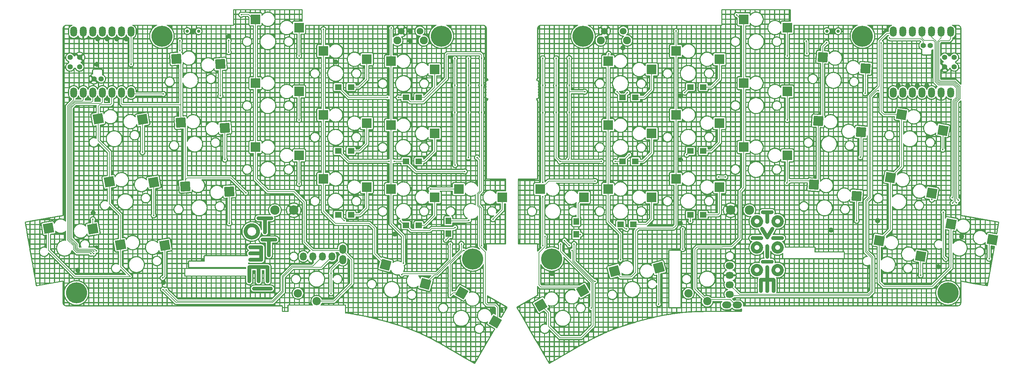
<source format=gbl>
G04 #@! TF.GenerationSoftware,KiCad,Pcbnew,9.0.2*
G04 #@! TF.CreationDate,2025-06-05T15:31:19+09:00*
G04 #@! TF.ProjectId,Totemkyle,546f7465-6d6b-4796-9c65-2e6b69636164,0.3*
G04 #@! TF.SameCoordinates,Original*
G04 #@! TF.FileFunction,Copper,L2,Bot*
G04 #@! TF.FilePolarity,Positive*
%FSLAX46Y46*%
G04 Gerber Fmt 4.6, Leading zero omitted, Abs format (unit mm)*
G04 Created by KiCad (PCBNEW 9.0.2) date 2025-06-05 15:31:19*
%MOMM*%
%LPD*%
G01*
G04 APERTURE LIST*
G04 Aperture macros list*
%AMRotRect*
0 Rectangle, with rotation*
0 The origin of the aperture is its center*
0 $1 length*
0 $2 width*
0 $3 Rotation angle, in degrees counterclockwise*
0 Add horizontal line*
21,1,$1,$2,0,0,$3*%
G04 Aperture macros list end*
G04 #@! TA.AperFunction,NonConductor*
%ADD10C,0.000000*%
G04 #@! TD*
G04 #@! TA.AperFunction,SMDPad,CuDef*
%ADD11RotRect,2.600000X2.600000X10.000000*%
G04 #@! TD*
G04 #@! TA.AperFunction,SMDPad,CuDef*
%ADD12R,2.600000X2.600000*%
G04 #@! TD*
G04 #@! TA.AperFunction,SMDPad,CuDef*
%ADD13RotRect,2.600000X2.600000X4.000000*%
G04 #@! TD*
G04 #@! TA.AperFunction,SMDPad,CuDef*
%ADD14RotRect,2.600000X2.600000X356.000000*%
G04 #@! TD*
G04 #@! TA.AperFunction,ComponentPad*
%ADD15C,5.600000*%
G04 #@! TD*
G04 #@! TA.AperFunction,ComponentPad*
%ADD16O,1.800000X2.750000*%
G04 #@! TD*
G04 #@! TA.AperFunction,ComponentPad*
%ADD17C,1.397000*%
G04 #@! TD*
G04 #@! TA.AperFunction,ComponentPad*
%ADD18C,2.200000*%
G04 #@! TD*
G04 #@! TA.AperFunction,ComponentPad*
%ADD19O,1.800000X2.200000*%
G04 #@! TD*
G04 #@! TA.AperFunction,ComponentPad*
%ADD20O,1.800000X2.500000*%
G04 #@! TD*
G04 #@! TA.AperFunction,ComponentPad*
%ADD21C,2.500000*%
G04 #@! TD*
G04 #@! TA.AperFunction,SMDPad,CuDef*
%ADD22RotRect,2.600000X2.600000X350.000000*%
G04 #@! TD*
G04 #@! TA.AperFunction,SMDPad,CuDef*
%ADD23RotRect,2.600000X2.600000X345.000000*%
G04 #@! TD*
G04 #@! TA.AperFunction,WasherPad*
%ADD24C,0.900000*%
G04 #@! TD*
G04 #@! TA.AperFunction,ComponentPad*
%ADD25C,1.800000*%
G04 #@! TD*
G04 #@! TA.AperFunction,ComponentPad*
%ADD26C,2.100000*%
G04 #@! TD*
G04 #@! TA.AperFunction,SMDPad,CuDef*
%ADD27RotRect,2.600000X2.600000X15.000000*%
G04 #@! TD*
G04 #@! TA.AperFunction,SMDPad,CuDef*
%ADD28RotRect,2.600000X2.600000X30.000000*%
G04 #@! TD*
G04 #@! TA.AperFunction,SMDPad,CuDef*
%ADD29RotRect,2.600000X2.600000X330.000000*%
G04 #@! TD*
G04 #@! TA.AperFunction,ComponentPad*
%ADD30O,2.200000X1.800000*%
G04 #@! TD*
G04 #@! TA.AperFunction,ComponentPad*
%ADD31O,2.500000X1.800000*%
G04 #@! TD*
G04 #@! TA.AperFunction,SMDPad,CuDef*
%ADD32R,1.800000X1.500000*%
G04 #@! TD*
G04 #@! TA.AperFunction,SMDPad,CuDef*
%ADD33R,1.500000X1.800000*%
G04 #@! TD*
G04 #@! TA.AperFunction,ViaPad*
%ADD34C,0.450000*%
G04 #@! TD*
G04 #@! TA.AperFunction,Conductor*
%ADD35C,0.200000*%
G04 #@! TD*
G04 APERTURE END LIST*
D10*
G04 #@! TA.AperFunction,NonConductor*
G36*
X215049055Y-113283144D02*
G01*
X215132113Y-113289473D01*
X215213973Y-113299896D01*
X215294531Y-113314308D01*
X215373683Y-113332606D01*
X215451325Y-113354688D01*
X215527356Y-113380449D01*
X215601671Y-113409787D01*
X215674166Y-113442597D01*
X215744740Y-113478777D01*
X215813288Y-113518224D01*
X215879706Y-113560833D01*
X215943892Y-113606502D01*
X216005742Y-113655127D01*
X216065153Y-113706604D01*
X216122022Y-113760832D01*
X216176245Y-113817705D01*
X216227718Y-113877121D01*
X216276339Y-113938976D01*
X216322004Y-114003167D01*
X216364610Y-114069591D01*
X216404053Y-114138144D01*
X216440230Y-114208723D01*
X216473038Y-114281224D01*
X216502373Y-114355545D01*
X216528132Y-114431582D01*
X216550212Y-114509230D01*
X216568509Y-114588388D01*
X216582919Y-114668952D01*
X216593341Y-114750818D01*
X216599670Y-114833883D01*
X216601802Y-114918044D01*
X216599670Y-115002205D01*
X216593341Y-115085270D01*
X216582919Y-115167136D01*
X216568509Y-115247699D01*
X216550212Y-115326857D01*
X216528132Y-115404507D01*
X216502373Y-115480543D01*
X216473038Y-115554864D01*
X216440230Y-115627365D01*
X216404053Y-115697944D01*
X216364610Y-115766497D01*
X216322004Y-115832921D01*
X216276339Y-115897113D01*
X216227718Y-115958968D01*
X216176245Y-116018384D01*
X216122022Y-116075257D01*
X216065153Y-116129484D01*
X216005742Y-116180962D01*
X215943892Y-116229587D01*
X215879706Y-116275256D01*
X215813288Y-116317865D01*
X215744740Y-116357312D01*
X215674166Y-116393492D01*
X215601671Y-116426303D01*
X215527356Y-116455640D01*
X215451325Y-116481402D01*
X215373683Y-116503483D01*
X215294531Y-116521782D01*
X215213973Y-116536194D01*
X215132113Y-116546616D01*
X215049055Y-116552946D01*
X214964900Y-116555078D01*
X214880746Y-116552946D01*
X214797687Y-116546616D01*
X214715827Y-116536194D01*
X214635269Y-116521782D01*
X214556117Y-116503483D01*
X214478474Y-116481402D01*
X214402443Y-116455640D01*
X214328127Y-116426303D01*
X214255631Y-116393492D01*
X214185057Y-116357312D01*
X214116509Y-116317865D01*
X214050090Y-116275256D01*
X213985903Y-116229587D01*
X213924052Y-116180962D01*
X213864640Y-116129484D01*
X213807771Y-116075257D01*
X213753548Y-116018384D01*
X213702073Y-115958968D01*
X213653452Y-115897113D01*
X213607786Y-115832921D01*
X213565180Y-115766497D01*
X213525736Y-115697944D01*
X213489558Y-115627365D01*
X213456750Y-115554864D01*
X213427414Y-115480543D01*
X213401655Y-115404507D01*
X213379575Y-115326857D01*
X213361277Y-115247699D01*
X213346866Y-115167136D01*
X213336445Y-115085270D01*
X213330116Y-115002205D01*
X213327983Y-114918044D01*
X214329890Y-114918044D01*
X214330721Y-114950606D01*
X214333185Y-114982775D01*
X214337242Y-115014509D01*
X214342851Y-115045765D01*
X214349972Y-115076501D01*
X214358563Y-115106677D01*
X214368585Y-115136249D01*
X214379996Y-115165175D01*
X214392756Y-115193415D01*
X214406824Y-115220925D01*
X214422160Y-115247663D01*
X214438722Y-115273589D01*
X214456470Y-115298659D01*
X214475363Y-115322831D01*
X214495362Y-115346065D01*
X214516423Y-115368317D01*
X214538509Y-115389545D01*
X214561576Y-115409709D01*
X214585586Y-115428765D01*
X214610496Y-115446672D01*
X214636268Y-115463388D01*
X214662858Y-115478870D01*
X214690228Y-115493078D01*
X214718337Y-115505968D01*
X214747143Y-115517498D01*
X214776605Y-115527628D01*
X214806685Y-115536314D01*
X214837339Y-115543516D01*
X214868529Y-115549190D01*
X214900213Y-115553295D01*
X214932350Y-115555788D01*
X214964900Y-115556629D01*
X214997459Y-115555798D01*
X215029625Y-115553333D01*
X215061355Y-115549274D01*
X215092608Y-115543661D01*
X215123341Y-115536533D01*
X215153513Y-115527930D01*
X215183082Y-115517894D01*
X215212006Y-115506464D01*
X215240242Y-115493679D01*
X215267749Y-115479581D01*
X215294485Y-115464209D01*
X215320408Y-115447603D01*
X215345475Y-115429802D01*
X215369645Y-115410849D01*
X215392876Y-115390781D01*
X215415126Y-115369640D01*
X215436353Y-115347465D01*
X215456514Y-115324297D01*
X215475569Y-115300175D01*
X215493474Y-115275139D01*
X215510188Y-115249230D01*
X215525669Y-115222488D01*
X215539875Y-115194953D01*
X215552763Y-115166664D01*
X215564293Y-115137662D01*
X215574422Y-115107987D01*
X215583107Y-115077679D01*
X215590308Y-115046778D01*
X215595981Y-115015324D01*
X215600086Y-114983357D01*
X215602579Y-114950917D01*
X215603420Y-114918044D01*
X215602589Y-114885181D01*
X215600124Y-114852771D01*
X215596065Y-114820851D01*
X215590452Y-114789462D01*
X215583325Y-114758640D01*
X215574724Y-114728426D01*
X215564688Y-114698858D01*
X215553259Y-114669975D01*
X215540476Y-114641816D01*
X215526379Y-114614418D01*
X215511008Y-114587822D01*
X215494403Y-114562065D01*
X215476605Y-114537187D01*
X215457653Y-114513227D01*
X215437587Y-114490222D01*
X215416448Y-114468213D01*
X215394275Y-114447237D01*
X215371109Y-114427333D01*
X215346990Y-114408541D01*
X215321957Y-114390898D01*
X215296051Y-114374444D01*
X215269311Y-114359218D01*
X215241779Y-114345257D01*
X215213493Y-114332602D01*
X215184494Y-114321290D01*
X215154822Y-114311361D01*
X215124517Y-114302853D01*
X215093620Y-114295805D01*
X215062169Y-114290256D01*
X215030205Y-114286244D01*
X214997769Y-114283809D01*
X214964900Y-114282988D01*
X214932040Y-114283819D01*
X214899632Y-114286283D01*
X214867715Y-114290340D01*
X214836327Y-114295950D01*
X214805508Y-114303071D01*
X214775297Y-114311664D01*
X214745731Y-114321686D01*
X214716850Y-114333098D01*
X214688692Y-114345859D01*
X214661297Y-114359929D01*
X214634702Y-114375265D01*
X214608948Y-114391829D01*
X214584071Y-114409578D01*
X214560113Y-114428473D01*
X214537110Y-114448473D01*
X214515102Y-114469536D01*
X214494127Y-114491623D01*
X214474225Y-114514693D01*
X214455434Y-114538704D01*
X214437792Y-114563616D01*
X214421340Y-114589389D01*
X214406114Y-114615982D01*
X214392155Y-114643354D01*
X214379501Y-114671464D01*
X214368190Y-114700272D01*
X214358261Y-114729737D01*
X214349754Y-114759818D01*
X214342706Y-114790475D01*
X214337158Y-114821667D01*
X214333146Y-114853352D01*
X214330711Y-114885492D01*
X214329890Y-114918044D01*
X213327983Y-114918044D01*
X213330116Y-114833883D01*
X213336444Y-114750818D01*
X213346866Y-114668952D01*
X213361277Y-114588388D01*
X213379574Y-114509230D01*
X213401653Y-114431582D01*
X213427413Y-114355545D01*
X213456748Y-114281224D01*
X213489556Y-114208723D01*
X213525733Y-114138144D01*
X213565176Y-114069591D01*
X213607782Y-114003167D01*
X213653447Y-113938976D01*
X213702068Y-113877121D01*
X213753542Y-113817705D01*
X213807765Y-113760832D01*
X213864634Y-113706604D01*
X213924046Y-113655127D01*
X213985896Y-113606502D01*
X214050083Y-113560833D01*
X214116502Y-113518224D01*
X214185050Y-113478777D01*
X214255624Y-113442597D01*
X214328121Y-113409787D01*
X214402437Y-113380449D01*
X214478468Y-113354688D01*
X214556112Y-113332606D01*
X214635265Y-113314308D01*
X214715823Y-113299896D01*
X214797685Y-113289473D01*
X214880745Y-113283144D01*
X214964900Y-113281011D01*
X215049055Y-113283144D01*
G37*
G04 #@! TD.AperFunction*
G04 #@! TA.AperFunction,NonConductor*
G36*
X80980272Y-102491392D02*
G01*
X81089616Y-102499730D01*
X81197385Y-102513459D01*
X81303444Y-102532443D01*
X81407654Y-102556546D01*
X81509881Y-102585632D01*
X81609988Y-102619565D01*
X81707839Y-102658207D01*
X81803297Y-102701423D01*
X81896226Y-102749077D01*
X81986490Y-102801032D01*
X82073952Y-102857151D01*
X82158477Y-102917300D01*
X82239927Y-102981340D01*
X82318167Y-103049136D01*
X82393060Y-103120552D01*
X82464470Y-103195451D01*
X82532261Y-103273698D01*
X82596296Y-103355155D01*
X82656440Y-103439686D01*
X82712555Y-103527155D01*
X82764506Y-103617426D01*
X82812155Y-103710363D01*
X82855368Y-103805828D01*
X82894007Y-103903687D01*
X82927937Y-104003802D01*
X82957021Y-104106037D01*
X82981122Y-104210256D01*
X83000105Y-104316323D01*
X83013833Y-104424101D01*
X83022169Y-104533454D01*
X83024978Y-104644246D01*
X83022169Y-104755038D01*
X83013833Y-104864391D01*
X83000105Y-104972169D01*
X82981122Y-105078236D01*
X82957021Y-105182455D01*
X82927937Y-105284690D01*
X82894007Y-105384805D01*
X82855368Y-105482664D01*
X82812156Y-105578129D01*
X82764506Y-105671066D01*
X82712555Y-105761337D01*
X82656440Y-105848806D01*
X82596297Y-105933338D01*
X82532261Y-106014795D01*
X82464471Y-106093041D01*
X82393060Y-106167940D01*
X82318167Y-106239356D01*
X82239927Y-106307152D01*
X82158477Y-106371193D01*
X82073952Y-106431341D01*
X81986490Y-106487460D01*
X81896226Y-106539415D01*
X81803297Y-106587069D01*
X81707839Y-106630285D01*
X81609989Y-106668928D01*
X81509882Y-106702860D01*
X81407655Y-106731946D01*
X81303444Y-106756049D01*
X81197386Y-106775033D01*
X81089616Y-106788762D01*
X80980272Y-106797100D01*
X80869489Y-106799909D01*
X80758706Y-106797100D01*
X80649362Y-106788762D01*
X80541593Y-106775033D01*
X80435535Y-106756049D01*
X80331324Y-106731946D01*
X80229097Y-106702860D01*
X80128990Y-106668928D01*
X80031139Y-106630285D01*
X79935681Y-106587069D01*
X79842752Y-106539415D01*
X79752489Y-106487460D01*
X79665026Y-106431341D01*
X79580502Y-106371193D01*
X79499051Y-106307152D01*
X79420812Y-106239356D01*
X79345918Y-106167940D01*
X79274508Y-106093041D01*
X79206717Y-106014795D01*
X79142682Y-105933338D01*
X79082539Y-105848806D01*
X79026424Y-105761337D01*
X78974473Y-105671066D01*
X78926823Y-105578129D01*
X78883610Y-105482664D01*
X78844971Y-105384805D01*
X78811042Y-105284690D01*
X78781958Y-105182455D01*
X78757857Y-105078236D01*
X78738874Y-104972169D01*
X78725146Y-104864391D01*
X78716809Y-104755038D01*
X78714090Y-104647774D01*
X79715897Y-104647774D01*
X79717404Y-104707268D01*
X79721876Y-104765966D01*
X79729239Y-104823797D01*
X79739420Y-104880690D01*
X79752345Y-104936572D01*
X79767941Y-104991373D01*
X79786133Y-105045019D01*
X79806848Y-105097440D01*
X79830013Y-105148564D01*
X79855554Y-105198319D01*
X79883397Y-105246633D01*
X79913468Y-105293435D01*
X79945694Y-105338653D01*
X79980002Y-105382215D01*
X80016317Y-105424050D01*
X80054566Y-105464086D01*
X80094676Y-105502251D01*
X80136572Y-105538473D01*
X80180182Y-105572681D01*
X80225431Y-105604803D01*
X80272245Y-105634767D01*
X80320552Y-105662502D01*
X80370278Y-105687936D01*
X80421348Y-105710997D01*
X80473689Y-105731614D01*
X80527229Y-105749714D01*
X80581892Y-105765226D01*
X80637605Y-105778079D01*
X80694295Y-105788201D01*
X80751889Y-105795519D01*
X80810311Y-105799963D01*
X80869489Y-105801460D01*
X80928978Y-105799952D01*
X80987672Y-105795480D01*
X81045498Y-105788116D01*
X81102386Y-105777934D01*
X81158264Y-105765008D01*
X81213060Y-105749412D01*
X81266702Y-105731218D01*
X81319119Y-105710501D01*
X81370239Y-105687334D01*
X81419990Y-105661792D01*
X81468300Y-105633947D01*
X81515098Y-105603873D01*
X81560313Y-105571644D01*
X81603871Y-105537334D01*
X81645703Y-105501015D01*
X81685735Y-105462763D01*
X81723897Y-105422650D01*
X81760116Y-105380750D01*
X81794321Y-105337137D01*
X81826441Y-105291885D01*
X81856403Y-105245066D01*
X81884135Y-105196756D01*
X81909567Y-105147026D01*
X81932626Y-105095952D01*
X81953241Y-105043606D01*
X81971340Y-104990063D01*
X81986851Y-104935395D01*
X81999703Y-104879677D01*
X82009824Y-104822982D01*
X82017141Y-104765385D01*
X82021585Y-104706957D01*
X82023082Y-104647774D01*
X82021574Y-104588581D01*
X82017103Y-104530124D01*
X82009739Y-104472478D01*
X81999558Y-104415719D01*
X81986633Y-104359922D01*
X81971038Y-104305160D01*
X81952846Y-104251509D01*
X81932130Y-104199045D01*
X81908966Y-104147842D01*
X81883425Y-104097974D01*
X81855582Y-104049518D01*
X81825511Y-104002547D01*
X81793284Y-103957137D01*
X81758977Y-103913363D01*
X81722661Y-103871299D01*
X81684412Y-103831021D01*
X81644303Y-103792604D01*
X81602406Y-103756122D01*
X81558797Y-103721650D01*
X81513548Y-103689264D01*
X81466733Y-103659038D01*
X81418427Y-103631047D01*
X81368701Y-103605366D01*
X81317631Y-103582071D01*
X81265289Y-103561235D01*
X81211750Y-103542934D01*
X81157087Y-103527244D01*
X81101374Y-103514238D01*
X81044684Y-103503991D01*
X80987090Y-103496580D01*
X80928668Y-103492078D01*
X80869489Y-103490561D01*
X80810311Y-103492068D01*
X80751889Y-103496541D01*
X80694295Y-103503907D01*
X80637605Y-103514093D01*
X80581892Y-103527026D01*
X80527229Y-103542632D01*
X80473689Y-103560839D01*
X80421348Y-103581575D01*
X80370278Y-103604765D01*
X80320552Y-103630337D01*
X80272245Y-103658217D01*
X80225431Y-103688334D01*
X80180182Y-103720613D01*
X80136572Y-103754983D01*
X80094676Y-103791369D01*
X80054566Y-103829699D01*
X80016317Y-103869899D01*
X79980002Y-103911898D01*
X79945694Y-103955622D01*
X79913468Y-104000997D01*
X79883397Y-104047951D01*
X79855554Y-104096411D01*
X79830013Y-104146304D01*
X79806848Y-104197557D01*
X79786133Y-104250097D01*
X79767941Y-104303850D01*
X79752345Y-104358745D01*
X79739420Y-104414707D01*
X79729239Y-104471664D01*
X79721876Y-104529543D01*
X79717404Y-104588270D01*
X79715897Y-104647774D01*
X78714090Y-104647774D01*
X78714000Y-104644246D01*
X78716809Y-104533454D01*
X78725146Y-104424101D01*
X78738874Y-104316323D01*
X78757857Y-104210256D01*
X78781958Y-104106037D01*
X78811042Y-104003802D01*
X78844971Y-103903687D01*
X78883610Y-103805828D01*
X78926823Y-103710363D01*
X78974473Y-103617426D01*
X79026424Y-103527155D01*
X79082539Y-103439686D01*
X79142682Y-103355155D01*
X79206717Y-103273698D01*
X79274508Y-103195451D01*
X79345918Y-103120552D01*
X79420811Y-103049136D01*
X79499051Y-102981340D01*
X79580502Y-102917300D01*
X79665026Y-102857151D01*
X79752489Y-102801032D01*
X79842752Y-102749077D01*
X79935681Y-102701423D01*
X80031139Y-102658207D01*
X80128990Y-102619565D01*
X80229097Y-102585632D01*
X80331324Y-102556546D01*
X80435535Y-102532443D01*
X80541593Y-102513459D01*
X80649362Y-102499730D01*
X80758706Y-102491392D01*
X80869489Y-102488583D01*
X80980272Y-102491392D01*
G37*
G04 #@! TD.AperFunction*
G04 #@! TA.AperFunction,NonConductor*
G36*
X218924360Y-112223232D02*
G01*
X218949957Y-112225150D01*
X218975162Y-112228310D01*
X218999946Y-112232681D01*
X219024277Y-112238233D01*
X219048126Y-112244935D01*
X219071462Y-112252758D01*
X219094255Y-112261670D01*
X219116474Y-112271642D01*
X219138089Y-112282643D01*
X219159070Y-112294643D01*
X219179386Y-112307611D01*
X219199007Y-112321517D01*
X219217903Y-112336331D01*
X219236043Y-112352022D01*
X219253396Y-112368560D01*
X219269933Y-112385915D01*
X219285624Y-112404056D01*
X219300437Y-112422952D01*
X219314342Y-112442574D01*
X219327310Y-112462891D01*
X219339309Y-112483873D01*
X219350310Y-112505490D01*
X219360281Y-112527710D01*
X219369193Y-112550504D01*
X219377015Y-112573841D01*
X219383718Y-112597691D01*
X219389269Y-112622024D01*
X219393640Y-112646809D01*
X219396800Y-112672016D01*
X219398718Y-112697614D01*
X219399364Y-112723574D01*
X219398708Y-112749533D01*
X219396761Y-112775131D01*
X219393556Y-112800338D01*
X219389125Y-112825123D01*
X219383500Y-112849456D01*
X219376713Y-112873306D01*
X219368798Y-112896643D01*
X219359785Y-112919437D01*
X219349708Y-112941657D01*
X219338599Y-112963274D01*
X219326490Y-112984256D01*
X219313413Y-113004573D01*
X219299401Y-113024195D01*
X219284485Y-113043091D01*
X219268699Y-113061232D01*
X219252075Y-113078587D01*
X219234644Y-113095125D01*
X219216439Y-113110816D01*
X219197493Y-113125630D01*
X219177837Y-113139536D01*
X219157505Y-113152504D01*
X219136527Y-113164504D01*
X219114938Y-113175505D01*
X219092768Y-113185477D01*
X219070050Y-113194389D01*
X219046817Y-113202212D01*
X219023101Y-113208915D01*
X218998934Y-113214466D01*
X218974348Y-113218837D01*
X218949376Y-113221997D01*
X218924050Y-113223915D01*
X218898402Y-113224561D01*
X216534770Y-113224561D01*
X216508812Y-113223915D01*
X216483216Y-113221997D01*
X216458011Y-113218837D01*
X216433227Y-113214466D01*
X216408896Y-113208915D01*
X216385048Y-113202212D01*
X216361712Y-113194389D01*
X216338920Y-113185477D01*
X216316702Y-113175505D01*
X216295087Y-113164504D01*
X216274107Y-113152504D01*
X216253791Y-113139536D01*
X216234171Y-113125630D01*
X216215276Y-113110816D01*
X216197137Y-113095125D01*
X216179784Y-113078587D01*
X216163248Y-113061232D01*
X216147558Y-113043091D01*
X216132746Y-113024195D01*
X216118841Y-113004573D01*
X216105874Y-112984256D01*
X216093875Y-112963274D01*
X216082876Y-112941657D01*
X216072905Y-112919437D01*
X216063993Y-112896643D01*
X216056171Y-112873306D01*
X216049469Y-112849456D01*
X216043918Y-112825123D01*
X216039548Y-112800338D01*
X216036388Y-112775131D01*
X216034470Y-112749533D01*
X216033824Y-112723574D01*
X216034480Y-112697614D01*
X216036427Y-112672016D01*
X216039632Y-112646809D01*
X216044063Y-112622024D01*
X216049688Y-112597691D01*
X216056475Y-112573841D01*
X216064390Y-112550504D01*
X216073402Y-112527710D01*
X216083479Y-112505490D01*
X216094588Y-112483873D01*
X216106698Y-112462891D01*
X216119774Y-112442574D01*
X216133786Y-112422952D01*
X216148701Y-112404056D01*
X216164487Y-112385915D01*
X216181112Y-112368560D01*
X216198542Y-112352022D01*
X216216746Y-112336331D01*
X216235692Y-112321517D01*
X216255347Y-112307611D01*
X216275679Y-112294643D01*
X216296656Y-112282643D01*
X216318245Y-112271642D01*
X216340414Y-112261670D01*
X216363130Y-112252758D01*
X216386362Y-112244935D01*
X216410078Y-112238233D01*
X216434244Y-112232681D01*
X216458828Y-112228310D01*
X216483799Y-112225150D01*
X216509124Y-112223232D01*
X216534770Y-112222586D01*
X218898402Y-112222586D01*
X218924360Y-112223232D01*
G37*
G04 #@! TD.AperFunction*
G04 #@! TA.AperFunction,NonConductor*
G36*
X85961374Y-119367610D02*
G01*
X85986971Y-119369528D01*
X86012176Y-119372688D01*
X86036959Y-119377059D01*
X86061289Y-119382611D01*
X86085138Y-119389314D01*
X86108473Y-119397136D01*
X86131265Y-119406049D01*
X86153484Y-119416021D01*
X86175099Y-119427022D01*
X86196079Y-119439021D01*
X86216394Y-119451990D01*
X86236015Y-119465896D01*
X86254910Y-119480710D01*
X86273049Y-119496401D01*
X86290403Y-119512939D01*
X86306939Y-119530293D01*
X86322629Y-119548434D01*
X86337442Y-119567330D01*
X86351347Y-119586953D01*
X86364314Y-119607270D01*
X86376313Y-119628252D01*
X86387313Y-119649868D01*
X86397284Y-119672088D01*
X86406196Y-119694882D01*
X86414018Y-119718219D01*
X86420720Y-119742070D01*
X86426271Y-119766403D01*
X86430642Y-119791188D01*
X86433801Y-119816394D01*
X86435719Y-119841993D01*
X86436365Y-119867952D01*
X86435709Y-119893912D01*
X86433763Y-119919510D01*
X86430558Y-119944717D01*
X86426126Y-119969502D01*
X86420502Y-119993835D01*
X86413715Y-120017685D01*
X86405800Y-120041022D01*
X86396788Y-120063816D01*
X86386711Y-120086036D01*
X86375602Y-120107653D01*
X86363493Y-120128635D01*
X86350416Y-120148952D01*
X86336405Y-120168574D01*
X86321489Y-120187470D01*
X86305704Y-120205611D01*
X86289080Y-120222966D01*
X86271649Y-120239504D01*
X86253445Y-120255195D01*
X86234499Y-120270009D01*
X86214844Y-120283915D01*
X86194512Y-120296883D01*
X86173535Y-120308883D01*
X86151946Y-120319884D01*
X86129777Y-120329856D01*
X86107060Y-120338768D01*
X86083828Y-120346591D01*
X86060112Y-120353293D01*
X86035946Y-120358845D01*
X86011361Y-120363216D01*
X85986389Y-120366376D01*
X85961064Y-120368294D01*
X85935417Y-120368940D01*
X81444521Y-120368940D01*
X81418564Y-120368294D01*
X81392967Y-120366376D01*
X81367763Y-120363216D01*
X81342980Y-120358845D01*
X81318649Y-120353293D01*
X81294800Y-120346591D01*
X81271465Y-120338768D01*
X81248673Y-120329856D01*
X81226454Y-120319884D01*
X81204840Y-120308883D01*
X81183859Y-120296883D01*
X81163544Y-120283915D01*
X81143923Y-120270009D01*
X81125028Y-120255195D01*
X81106889Y-120239504D01*
X81089536Y-120222966D01*
X81072999Y-120205611D01*
X81057309Y-120187470D01*
X81042497Y-120168574D01*
X81028592Y-120148952D01*
X81015624Y-120128635D01*
X81003626Y-120107653D01*
X80992625Y-120086036D01*
X80982654Y-120063816D01*
X80973742Y-120041022D01*
X80965920Y-120017685D01*
X80959219Y-119993835D01*
X80953667Y-119969502D01*
X80949296Y-119944717D01*
X80946137Y-119919510D01*
X80944219Y-119893912D01*
X80943573Y-119867952D01*
X80944229Y-119841993D01*
X80946176Y-119816394D01*
X80949381Y-119791188D01*
X80953812Y-119766403D01*
X80959437Y-119742070D01*
X80966223Y-119718219D01*
X80974138Y-119694882D01*
X80983150Y-119672088D01*
X80993227Y-119649868D01*
X81004336Y-119628252D01*
X81016445Y-119607270D01*
X81029522Y-119586953D01*
X81043534Y-119567330D01*
X81058449Y-119548434D01*
X81074235Y-119530293D01*
X81090859Y-119512939D01*
X81108289Y-119496401D01*
X81126493Y-119480710D01*
X81145439Y-119465896D01*
X81165094Y-119451990D01*
X81185426Y-119439021D01*
X81206403Y-119427022D01*
X81227992Y-119416021D01*
X81250161Y-119406049D01*
X81272878Y-119397136D01*
X81296111Y-119389314D01*
X81319826Y-119382611D01*
X81343993Y-119377059D01*
X81368578Y-119372688D01*
X81393549Y-119369528D01*
X81418874Y-119367610D01*
X81444521Y-119366964D01*
X85935417Y-119366964D01*
X85961374Y-119367610D01*
G37*
G04 #@! TD.AperFunction*
G04 #@! TA.AperFunction,NonConductor*
G36*
X87164357Y-106334847D02*
G01*
X87189953Y-106336765D01*
X87215158Y-106339925D01*
X87239941Y-106344296D01*
X87264272Y-106349848D01*
X87288120Y-106356551D01*
X87311456Y-106364373D01*
X87334248Y-106373286D01*
X87356466Y-106383258D01*
X87378081Y-106394259D01*
X87399061Y-106406259D01*
X87419377Y-106419227D01*
X87438997Y-106433133D01*
X87457892Y-106447947D01*
X87476032Y-106463638D01*
X87493385Y-106480176D01*
X87509921Y-106497531D01*
X87525611Y-106515671D01*
X87540424Y-106534568D01*
X87554329Y-106554190D01*
X87567296Y-106574507D01*
X87579295Y-106595489D01*
X87590295Y-106617105D01*
X87600266Y-106639326D01*
X87609178Y-106662120D01*
X87617000Y-106685457D01*
X87623702Y-106709308D01*
X87629253Y-106733640D01*
X87633624Y-106758425D01*
X87636783Y-106783632D01*
X87638701Y-106809231D01*
X87639347Y-106835190D01*
X87638691Y-106861150D01*
X87636745Y-106886748D01*
X87633540Y-106911955D01*
X87629108Y-106936740D01*
X87623484Y-106961073D01*
X87616697Y-106984923D01*
X87608782Y-107008260D01*
X87599770Y-107031054D01*
X87589693Y-107053275D01*
X87578584Y-107074891D01*
X87566475Y-107095873D01*
X87553398Y-107116190D01*
X87539386Y-107135812D01*
X87524472Y-107154709D01*
X87508686Y-107172850D01*
X87492062Y-107190204D01*
X87474631Y-107206742D01*
X87456427Y-107222433D01*
X87437481Y-107237247D01*
X87417826Y-107251153D01*
X87397494Y-107264121D01*
X87376517Y-107276121D01*
X87354928Y-107287122D01*
X87332759Y-107297094D01*
X87310042Y-107306007D01*
X87286810Y-107313829D01*
X87263094Y-107320532D01*
X87238928Y-107326084D01*
X87214343Y-107330455D01*
X87189372Y-107333614D01*
X87164046Y-107335533D01*
X87138399Y-107336179D01*
X85917778Y-107336179D01*
X85917778Y-110987752D01*
X85917132Y-111013711D01*
X85915214Y-111039309D01*
X85912055Y-111064516D01*
X85907684Y-111089301D01*
X85902133Y-111113634D01*
X85895431Y-111137484D01*
X85887609Y-111160821D01*
X85878697Y-111183615D01*
X85868726Y-111205836D01*
X85857726Y-111227452D01*
X85845727Y-111248434D01*
X85832760Y-111268751D01*
X85818855Y-111288373D01*
X85804042Y-111307270D01*
X85788352Y-111325410D01*
X85771815Y-111342765D01*
X85754462Y-111359303D01*
X85736323Y-111374994D01*
X85717428Y-111389808D01*
X85697807Y-111403714D01*
X85677492Y-111416682D01*
X85656511Y-111428682D01*
X85634897Y-111439683D01*
X85612678Y-111449655D01*
X85589886Y-111458568D01*
X85566551Y-111466390D01*
X85542702Y-111473093D01*
X85518371Y-111478645D01*
X85493588Y-111483016D01*
X85468384Y-111486175D01*
X85442787Y-111488094D01*
X85416830Y-111488740D01*
X85390872Y-111488084D01*
X85365276Y-111486137D01*
X85340071Y-111482931D01*
X85315288Y-111478500D01*
X85290957Y-111472875D01*
X85267109Y-111466088D01*
X85243773Y-111458172D01*
X85220981Y-111449159D01*
X85198763Y-111439082D01*
X85177148Y-111427972D01*
X85156168Y-111415862D01*
X85135852Y-111402784D01*
X85116232Y-111388771D01*
X85097337Y-111373855D01*
X85079197Y-111358068D01*
X85061844Y-111341442D01*
X85045308Y-111324010D01*
X85029618Y-111305805D01*
X85014805Y-111286857D01*
X85000900Y-111267201D01*
X84987933Y-111246867D01*
X84975934Y-111225889D01*
X84964934Y-111204298D01*
X84954963Y-111182127D01*
X84946051Y-111159408D01*
X84938229Y-111136174D01*
X84931527Y-111112457D01*
X84925976Y-111088288D01*
X84921605Y-111063701D01*
X84918445Y-111038728D01*
X84916527Y-111013401D01*
X84915881Y-110987752D01*
X84915881Y-107336179D01*
X83695261Y-107336179D01*
X83669303Y-107335533D01*
X83643707Y-107333614D01*
X83618502Y-107330455D01*
X83593719Y-107326084D01*
X83569388Y-107320532D01*
X83545540Y-107313829D01*
X83522205Y-107306007D01*
X83499412Y-107297094D01*
X83477194Y-107287122D01*
X83455579Y-107276121D01*
X83434599Y-107264121D01*
X83414284Y-107251153D01*
X83394663Y-107237247D01*
X83375768Y-107222433D01*
X83357629Y-107206742D01*
X83340275Y-107190204D01*
X83323739Y-107172850D01*
X83308049Y-107154709D01*
X83293236Y-107135812D01*
X83279331Y-107116190D01*
X83266364Y-107095873D01*
X83254365Y-107074891D01*
X83243365Y-107053275D01*
X83233394Y-107031054D01*
X83224482Y-107008260D01*
X83216660Y-106984923D01*
X83209958Y-106961073D01*
X83204407Y-106936740D01*
X83200036Y-106911955D01*
X83196876Y-106886748D01*
X83194958Y-106861150D01*
X83194312Y-106835190D01*
X83194968Y-106809231D01*
X83196915Y-106783632D01*
X83200120Y-106758425D01*
X83204551Y-106733640D01*
X83210176Y-106709308D01*
X83216962Y-106685457D01*
X83224878Y-106662120D01*
X83233890Y-106639326D01*
X83243967Y-106617105D01*
X83255076Y-106595489D01*
X83267185Y-106574507D01*
X83280261Y-106554190D01*
X83294273Y-106534568D01*
X83309188Y-106515671D01*
X83324974Y-106497531D01*
X83341598Y-106480176D01*
X83359029Y-106463638D01*
X83377233Y-106447947D01*
X83396179Y-106433133D01*
X83415834Y-106419227D01*
X83436166Y-106406259D01*
X83457143Y-106394259D01*
X83478732Y-106383258D01*
X83500901Y-106373286D01*
X83523618Y-106364373D01*
X83546850Y-106356551D01*
X83570566Y-106349848D01*
X83594732Y-106344296D01*
X83619317Y-106339925D01*
X83644289Y-106336765D01*
X83669614Y-106334847D01*
X83695261Y-106334201D01*
X87138399Y-106334201D01*
X87164357Y-106334847D01*
G37*
G04 #@! TD.AperFunction*
G04 #@! TA.AperFunction,NonConductor*
G36*
X219118325Y-103444392D02*
G01*
X219142487Y-103446080D01*
X219166618Y-103448942D01*
X219190677Y-103452988D01*
X219214621Y-103458227D01*
X219238407Y-103464669D01*
X219261993Y-103472323D01*
X219285336Y-103481200D01*
X219308393Y-103491308D01*
X219331122Y-103502658D01*
X219353481Y-103515260D01*
X219375164Y-103529289D01*
X219395886Y-103544227D01*
X219415638Y-103560030D01*
X219434410Y-103576657D01*
X219452192Y-103594063D01*
X219468975Y-103612208D01*
X219484749Y-103631048D01*
X219499505Y-103650540D01*
X219513231Y-103670642D01*
X219525920Y-103691311D01*
X219537561Y-103712504D01*
X219548144Y-103734180D01*
X219557660Y-103756295D01*
X219566100Y-103778807D01*
X219573453Y-103801672D01*
X219579709Y-103824849D01*
X219584860Y-103848295D01*
X219588895Y-103871967D01*
X219591805Y-103895822D01*
X219593580Y-103919818D01*
X219594210Y-103943913D01*
X219593685Y-103968062D01*
X219591997Y-103992225D01*
X219589135Y-104016358D01*
X219585090Y-104040419D01*
X219579851Y-104064365D01*
X219573410Y-104088153D01*
X219565756Y-104111741D01*
X219556880Y-104135086D01*
X219546772Y-104158145D01*
X219535423Y-104180877D01*
X219522823Y-104203237D01*
X218143443Y-106489439D01*
X218126053Y-106516552D01*
X218107015Y-106542291D01*
X218086417Y-106566604D01*
X218064346Y-106589438D01*
X218040890Y-106610743D01*
X218016137Y-106630466D01*
X217990175Y-106648556D01*
X217963092Y-106664961D01*
X217934975Y-106679630D01*
X217905913Y-106692511D01*
X217875992Y-106703552D01*
X217845302Y-106712701D01*
X217813929Y-106719907D01*
X217781961Y-106725118D01*
X217749487Y-106728283D01*
X217716594Y-106729349D01*
X217709499Y-106729349D01*
X217693327Y-106729082D01*
X217677228Y-106728283D01*
X217661212Y-106726960D01*
X217645292Y-106725118D01*
X217629478Y-106722765D01*
X217613780Y-106719907D01*
X217598211Y-106716550D01*
X217582780Y-106712701D01*
X217552379Y-106703552D01*
X217522665Y-106692511D01*
X217493726Y-106679631D01*
X217465650Y-106664962D01*
X217438525Y-106648557D01*
X217412438Y-106630467D01*
X217387478Y-106610743D01*
X217363732Y-106589439D01*
X217341288Y-106566604D01*
X217330582Y-106554630D01*
X217320235Y-106542292D01*
X217310257Y-106529598D01*
X217300659Y-106516553D01*
X217291453Y-106503165D01*
X217282649Y-106489439D01*
X215903270Y-104203237D01*
X215890359Y-104180867D01*
X215878739Y-104158107D01*
X215868398Y-104135002D01*
X215859325Y-104111597D01*
X215851506Y-104087935D01*
X215844933Y-104064063D01*
X215839591Y-104040024D01*
X215835471Y-104015863D01*
X215832559Y-103991624D01*
X215830845Y-103967352D01*
X215830318Y-103943092D01*
X215830964Y-103918888D01*
X215832773Y-103894785D01*
X215835734Y-103870828D01*
X215839834Y-103847060D01*
X215845062Y-103823527D01*
X215851406Y-103800273D01*
X215858854Y-103777342D01*
X215867396Y-103754780D01*
X215877019Y-103732630D01*
X215887712Y-103710938D01*
X215899463Y-103689748D01*
X215912260Y-103669104D01*
X215926092Y-103649052D01*
X215940948Y-103629635D01*
X215956815Y-103610898D01*
X215973682Y-103592886D01*
X215991538Y-103575644D01*
X216010370Y-103559216D01*
X216030168Y-103543646D01*
X216050919Y-103528979D01*
X216072612Y-103515260D01*
X216094970Y-103502659D01*
X216117699Y-103491308D01*
X216140756Y-103481200D01*
X216164099Y-103472323D01*
X216187685Y-103464669D01*
X216211471Y-103458227D01*
X216235414Y-103452988D01*
X216259473Y-103448943D01*
X216283603Y-103446080D01*
X216307764Y-103444392D01*
X216331912Y-103443868D01*
X216356004Y-103444498D01*
X216379998Y-103446273D01*
X216403851Y-103449183D01*
X216427521Y-103453218D01*
X216450965Y-103458369D01*
X216474140Y-103464626D01*
X216497004Y-103471979D01*
X216519514Y-103480419D01*
X216541628Y-103489936D01*
X216563302Y-103500520D01*
X216584494Y-103512161D01*
X216605162Y-103524850D01*
X216625263Y-103538578D01*
X216644754Y-103553334D01*
X216663593Y-103569108D01*
X216681737Y-103585892D01*
X216699143Y-103603675D01*
X216715769Y-103622448D01*
X216731572Y-103642201D01*
X216746510Y-103662924D01*
X216760539Y-103684608D01*
X217713039Y-105261664D01*
X218665553Y-103684608D01*
X218679582Y-103662924D01*
X218694518Y-103642201D01*
X218710320Y-103622448D01*
X218726945Y-103603675D01*
X218744351Y-103585892D01*
X218762494Y-103569108D01*
X218781332Y-103553334D01*
X218800823Y-103538578D01*
X218820924Y-103524850D01*
X218841592Y-103512161D01*
X218862784Y-103500520D01*
X218884458Y-103489936D01*
X218906572Y-103480419D01*
X218929082Y-103471979D01*
X218951946Y-103464626D01*
X218975122Y-103458369D01*
X218998566Y-103453218D01*
X219022236Y-103449183D01*
X219046090Y-103446273D01*
X219070085Y-103444498D01*
X219094177Y-103443868D01*
X219118325Y-103444392D01*
G37*
G04 #@! TD.AperFunction*
G04 #@! TA.AperFunction,NonConductor*
G36*
X218924360Y-99021118D02*
G01*
X218949957Y-99023036D01*
X218975162Y-99026196D01*
X218999946Y-99030567D01*
X219024277Y-99036119D01*
X219048126Y-99042821D01*
X219071462Y-99050644D01*
X219094255Y-99059557D01*
X219116474Y-99069528D01*
X219138089Y-99080530D01*
X219159070Y-99092529D01*
X219179386Y-99105497D01*
X219199007Y-99119404D01*
X219217903Y-99134218D01*
X219236043Y-99149909D01*
X219253396Y-99166447D01*
X219269933Y-99183801D01*
X219285624Y-99201942D01*
X219300437Y-99220839D01*
X219314342Y-99240461D01*
X219327310Y-99260778D01*
X219339309Y-99281760D01*
X219350310Y-99303376D01*
X219360281Y-99325597D01*
X219369193Y-99348390D01*
X219377015Y-99371728D01*
X219383718Y-99395578D01*
X219389269Y-99419911D01*
X219393640Y-99444696D01*
X219396800Y-99469903D01*
X219398718Y-99495501D01*
X219399364Y-99521461D01*
X219398708Y-99547420D01*
X219396761Y-99573018D01*
X219393556Y-99598225D01*
X219389125Y-99623010D01*
X219383500Y-99647343D01*
X219376713Y-99671193D01*
X219368798Y-99694531D01*
X219359785Y-99717325D01*
X219349708Y-99739545D01*
X219338599Y-99761161D01*
X219326490Y-99782143D01*
X219313413Y-99802461D01*
X219299401Y-99822083D01*
X219284485Y-99840979D01*
X219268699Y-99859120D01*
X219252075Y-99876475D01*
X219234644Y-99893013D01*
X219216439Y-99908704D01*
X219197493Y-99923518D01*
X219177837Y-99937424D01*
X219157505Y-99950392D01*
X219136527Y-99962392D01*
X219114938Y-99973393D01*
X219092768Y-99983365D01*
X219070050Y-99992277D01*
X219046817Y-100000100D01*
X219023101Y-100006802D01*
X218998934Y-100012354D01*
X218974348Y-100016725D01*
X218949376Y-100019885D01*
X218924050Y-100021803D01*
X218898402Y-100022449D01*
X218217540Y-100022449D01*
X218217540Y-102104024D01*
X218216894Y-102129983D01*
X218214976Y-102155582D01*
X218211816Y-102180788D01*
X218207445Y-102205573D01*
X218201894Y-102229906D01*
X218195192Y-102253756D01*
X218187370Y-102277094D01*
X218178458Y-102299888D01*
X218168486Y-102322108D01*
X218157486Y-102343725D01*
X218145487Y-102364706D01*
X218132519Y-102385024D01*
X218118614Y-102404646D01*
X218103801Y-102423542D01*
X218088111Y-102441683D01*
X218071575Y-102459038D01*
X218054221Y-102475576D01*
X218036082Y-102491267D01*
X218017187Y-102506081D01*
X217997566Y-102519987D01*
X217977251Y-102532955D01*
X217956270Y-102544955D01*
X217934656Y-102555956D01*
X217912438Y-102565928D01*
X217889646Y-102574840D01*
X217866311Y-102582663D01*
X217842463Y-102589365D01*
X217818133Y-102594917D01*
X217793350Y-102599288D01*
X217768146Y-102602448D01*
X217742551Y-102604366D01*
X217716594Y-102605012D01*
X217690636Y-102604356D01*
X217665039Y-102602409D01*
X217639834Y-102599204D01*
X217615050Y-102594773D01*
X217590719Y-102589147D01*
X217566870Y-102582361D01*
X217543534Y-102574445D01*
X217520741Y-102565432D01*
X217498522Y-102555354D01*
X217476907Y-102544244D01*
X217455926Y-102532134D01*
X217435610Y-102519057D01*
X217415989Y-102505043D01*
X217397094Y-102490127D01*
X217378954Y-102474340D01*
X217361600Y-102457715D01*
X217345063Y-102440283D01*
X217329373Y-102422077D01*
X217314560Y-102403130D01*
X217300654Y-102383473D01*
X217287687Y-102363140D01*
X217275687Y-102342161D01*
X217264687Y-102320570D01*
X217254715Y-102298399D01*
X217245803Y-102275681D01*
X217237981Y-102252446D01*
X217231279Y-102228729D01*
X217225727Y-102204560D01*
X217221356Y-102179974D01*
X217218197Y-102155000D01*
X217216279Y-102129673D01*
X217215633Y-102104024D01*
X217215633Y-100029507D01*
X216534770Y-100029507D01*
X216534770Y-100022449D01*
X216508812Y-100021803D01*
X216483216Y-100019885D01*
X216458011Y-100016725D01*
X216433227Y-100012354D01*
X216408896Y-100006802D01*
X216385048Y-100000100D01*
X216361712Y-99992277D01*
X216338920Y-99983365D01*
X216316702Y-99973393D01*
X216295087Y-99962392D01*
X216274107Y-99950392D01*
X216253791Y-99937424D01*
X216234171Y-99923518D01*
X216215276Y-99908704D01*
X216197137Y-99893013D01*
X216179784Y-99876475D01*
X216163248Y-99859120D01*
X216147558Y-99840979D01*
X216132746Y-99822083D01*
X216118841Y-99802461D01*
X216105874Y-99782143D01*
X216093875Y-99761161D01*
X216082876Y-99739545D01*
X216072905Y-99717325D01*
X216063993Y-99694531D01*
X216056171Y-99671193D01*
X216049469Y-99647343D01*
X216043918Y-99623010D01*
X216039548Y-99598225D01*
X216036388Y-99573018D01*
X216034470Y-99547420D01*
X216033824Y-99521461D01*
X216034480Y-99495501D01*
X216036427Y-99469903D01*
X216039632Y-99444696D01*
X216044063Y-99419911D01*
X216049688Y-99395578D01*
X216056475Y-99371728D01*
X216064390Y-99348390D01*
X216073402Y-99325596D01*
X216083479Y-99303376D01*
X216094588Y-99281760D01*
X216106698Y-99260778D01*
X216119774Y-99240461D01*
X216133786Y-99220839D01*
X216148701Y-99201942D01*
X216164487Y-99183801D01*
X216181112Y-99166447D01*
X216198542Y-99149909D01*
X216216746Y-99134217D01*
X216235692Y-99119404D01*
X216255347Y-99105497D01*
X216275679Y-99092529D01*
X216296656Y-99080530D01*
X216318245Y-99069528D01*
X216340414Y-99059557D01*
X216363130Y-99050644D01*
X216386362Y-99042821D01*
X216410078Y-99036119D01*
X216434244Y-99030567D01*
X216458828Y-99026196D01*
X216483799Y-99023036D01*
X216509124Y-99021118D01*
X216534770Y-99020472D01*
X218898402Y-99020472D01*
X218924360Y-99021118D01*
G37*
G04 #@! TD.AperFunction*
G04 #@! TA.AperFunction,NonConductor*
G36*
X215049039Y-107281862D02*
G01*
X215132098Y-107288192D01*
X215213958Y-107298614D01*
X215294515Y-107313026D01*
X215373667Y-107331325D01*
X215451310Y-107353406D01*
X215527341Y-107379167D01*
X215601656Y-107408505D01*
X215674151Y-107441316D01*
X215744725Y-107477496D01*
X215813272Y-107516942D01*
X215879691Y-107559551D01*
X215943877Y-107605220D01*
X216005727Y-107653845D01*
X216065138Y-107705323D01*
X216122007Y-107759550D01*
X216176229Y-107816423D01*
X216227703Y-107875839D01*
X216276324Y-107937694D01*
X216321989Y-108001886D01*
X216364594Y-108068309D01*
X216404038Y-108136863D01*
X216440215Y-108207442D01*
X216473022Y-108279943D01*
X216502358Y-108354264D01*
X216528117Y-108430300D01*
X216550196Y-108507949D01*
X216568493Y-108587107D01*
X216582904Y-108667671D01*
X216593326Y-108749537D01*
X216599654Y-108832602D01*
X216601787Y-108916763D01*
X216599654Y-109000924D01*
X216593326Y-109083989D01*
X216582904Y-109165855D01*
X216568493Y-109246419D01*
X216550196Y-109325577D01*
X216528117Y-109403226D01*
X216502358Y-109479262D01*
X216473022Y-109553583D01*
X216440215Y-109626085D01*
X216404038Y-109696664D01*
X216364594Y-109765217D01*
X216321989Y-109831641D01*
X216276324Y-109895832D01*
X216227703Y-109957687D01*
X216176229Y-110017103D01*
X216122007Y-110073976D01*
X216065138Y-110128203D01*
X216005727Y-110179681D01*
X215943877Y-110228306D01*
X215879691Y-110273975D01*
X215813272Y-110316584D01*
X215744725Y-110356031D01*
X215674151Y-110392211D01*
X215601656Y-110425021D01*
X215527341Y-110454359D01*
X215451310Y-110480120D01*
X215373667Y-110502202D01*
X215294515Y-110520500D01*
X215213958Y-110534912D01*
X215132098Y-110545335D01*
X215049039Y-110551664D01*
X214964885Y-110553797D01*
X214880729Y-110551664D01*
X214797669Y-110545335D01*
X214715809Y-110534912D01*
X214635250Y-110520500D01*
X214556098Y-110502202D01*
X214478454Y-110480120D01*
X214402423Y-110454359D01*
X214328108Y-110425021D01*
X214255612Y-110392211D01*
X214185039Y-110356031D01*
X214116491Y-110316584D01*
X214050073Y-110273975D01*
X213985887Y-110228306D01*
X213924037Y-110179681D01*
X213864626Y-110128203D01*
X213807758Y-110073976D01*
X213753535Y-110017103D01*
X213702062Y-109957687D01*
X213653442Y-109895832D01*
X213607777Y-109831641D01*
X213565172Y-109765217D01*
X213525729Y-109696664D01*
X213489553Y-109626085D01*
X213456745Y-109553583D01*
X213427411Y-109479262D01*
X213401652Y-109403226D01*
X213379573Y-109325577D01*
X213361276Y-109246419D01*
X213346865Y-109165855D01*
X213336444Y-109083989D01*
X213330116Y-109000924D01*
X213327983Y-108916763D01*
X214329890Y-108916763D01*
X214330721Y-108949626D01*
X214333185Y-108982036D01*
X214337242Y-109013956D01*
X214342851Y-109045346D01*
X214349972Y-109076167D01*
X214358563Y-109106381D01*
X214368585Y-109135949D01*
X214379996Y-109164832D01*
X214392756Y-109192992D01*
X214406824Y-109220389D01*
X214422160Y-109246986D01*
X214438722Y-109272742D01*
X214456470Y-109297620D01*
X214475363Y-109321581D01*
X214495362Y-109344585D01*
X214516423Y-109366595D01*
X214538509Y-109387571D01*
X214561576Y-109407474D01*
X214585586Y-109426267D01*
X214610496Y-109443910D01*
X214636268Y-109460364D01*
X214662858Y-109475590D01*
X214690228Y-109489550D01*
X214718337Y-109502206D01*
X214747143Y-109513518D01*
X214776605Y-109523447D01*
X214806685Y-109531955D01*
X214837339Y-109539003D01*
X214868529Y-109544552D01*
X214900213Y-109548564D01*
X214932350Y-109550999D01*
X214964900Y-109551820D01*
X214997459Y-109550989D01*
X215029625Y-109548525D01*
X215061355Y-109544468D01*
X215092608Y-109538858D01*
X215123341Y-109531737D01*
X215153513Y-109523144D01*
X215183082Y-109513122D01*
X215212006Y-109501710D01*
X215240242Y-109488949D01*
X215267749Y-109474880D01*
X215294485Y-109459543D01*
X215320408Y-109442980D01*
X215345475Y-109425230D01*
X215369645Y-109406335D01*
X215392876Y-109386335D01*
X215415126Y-109365272D01*
X215436353Y-109343185D01*
X215456514Y-109320116D01*
X215475569Y-109296104D01*
X215493474Y-109271192D01*
X215510188Y-109245419D01*
X215525669Y-109218826D01*
X215539875Y-109191454D01*
X215552763Y-109163344D01*
X215564293Y-109134536D01*
X215574422Y-109105071D01*
X215583107Y-109074989D01*
X215590308Y-109044333D01*
X215595981Y-109013141D01*
X215600086Y-108981455D01*
X215602579Y-108949315D01*
X215603420Y-108916763D01*
X215602589Y-108883890D01*
X215600124Y-108851450D01*
X215596065Y-108819483D01*
X215590452Y-108788029D01*
X215583325Y-108757128D01*
X215574724Y-108726820D01*
X215564688Y-108697145D01*
X215553259Y-108668143D01*
X215540476Y-108639854D01*
X215526379Y-108612319D01*
X215511008Y-108585577D01*
X215494403Y-108559668D01*
X215476605Y-108534633D01*
X215457653Y-108510511D01*
X215437587Y-108487343D01*
X215416448Y-108465168D01*
X215394275Y-108444026D01*
X215371109Y-108423959D01*
X215346990Y-108405005D01*
X215321957Y-108387205D01*
X215296051Y-108370599D01*
X215269311Y-108355227D01*
X215241779Y-108341128D01*
X215213493Y-108328344D01*
X215184494Y-108316914D01*
X215154822Y-108306877D01*
X215124517Y-108298275D01*
X215093620Y-108291147D01*
X215062169Y-108285534D01*
X215030205Y-108281475D01*
X214997769Y-108279009D01*
X214964900Y-108278179D01*
X214932040Y-108279009D01*
X214899632Y-108281475D01*
X214867715Y-108285534D01*
X214836327Y-108291147D01*
X214805508Y-108298275D01*
X214775297Y-108306877D01*
X214745731Y-108316914D01*
X214716850Y-108328344D01*
X214688692Y-108341128D01*
X214661297Y-108355227D01*
X214634702Y-108370599D01*
X214608948Y-108387205D01*
X214584071Y-108405005D01*
X214560113Y-108423959D01*
X214537110Y-108444026D01*
X214515102Y-108465168D01*
X214494127Y-108487343D01*
X214474225Y-108510511D01*
X214455434Y-108534633D01*
X214437792Y-108559668D01*
X214421340Y-108585577D01*
X214406114Y-108612319D01*
X214392155Y-108639854D01*
X214379501Y-108668143D01*
X214368190Y-108697145D01*
X214358261Y-108726820D01*
X214349754Y-108757128D01*
X214342706Y-108788029D01*
X214337158Y-108819483D01*
X214333146Y-108851450D01*
X214330711Y-108883890D01*
X214329890Y-108916763D01*
X213327983Y-108916763D01*
X213330116Y-108832602D01*
X213336444Y-108749537D01*
X213346865Y-108667671D01*
X213361276Y-108587107D01*
X213379573Y-108507949D01*
X213401652Y-108430300D01*
X213427411Y-108354264D01*
X213456745Y-108279943D01*
X213489553Y-108207442D01*
X213525729Y-108136863D01*
X213565172Y-108068309D01*
X213607777Y-108001886D01*
X213653442Y-107937694D01*
X213702062Y-107875839D01*
X213753535Y-107816423D01*
X213807758Y-107759550D01*
X213864626Y-107705323D01*
X213924037Y-107653845D01*
X213985887Y-107605220D01*
X214050073Y-107559551D01*
X214116491Y-107516942D01*
X214185039Y-107477496D01*
X214255612Y-107441316D01*
X214328108Y-107408505D01*
X214402423Y-107379167D01*
X214478454Y-107353406D01*
X214556098Y-107331325D01*
X214635250Y-107313026D01*
X214715809Y-107298614D01*
X214797669Y-107288192D01*
X214880729Y-107281862D01*
X214964885Y-107279730D01*
X215049039Y-107281862D01*
G37*
G04 #@! TD.AperFunction*
G04 #@! TA.AperFunction,NonConductor*
G36*
X83407243Y-108370565D02*
G01*
X83432840Y-108372512D01*
X83458045Y-108375717D01*
X83482828Y-108380149D01*
X83507158Y-108385774D01*
X83531007Y-108392561D01*
X83554342Y-108400477D01*
X83577134Y-108409490D01*
X83599353Y-108419567D01*
X83620968Y-108430677D01*
X83641948Y-108442787D01*
X83662263Y-108455865D01*
X83681884Y-108469878D01*
X83700779Y-108484794D01*
X83718918Y-108500581D01*
X83736272Y-108517207D01*
X83752808Y-108534639D01*
X83768498Y-108552844D01*
X83783311Y-108571792D01*
X83797216Y-108591448D01*
X83810183Y-108611782D01*
X83822182Y-108632760D01*
X83833182Y-108654351D01*
X83843153Y-108676522D01*
X83852065Y-108699241D01*
X83859887Y-108722475D01*
X83866589Y-108746193D01*
X83872140Y-108770361D01*
X83876511Y-108794948D01*
X83879670Y-108819922D01*
X83881588Y-108845249D01*
X83882234Y-108870898D01*
X83882234Y-112183774D01*
X83881578Y-112209733D01*
X83879631Y-112235331D01*
X83876426Y-112260538D01*
X83871995Y-112285323D01*
X83866371Y-112309656D01*
X83859584Y-112333506D01*
X83851669Y-112356843D01*
X83842657Y-112379637D01*
X83832580Y-112401858D01*
X83821471Y-112423474D01*
X83809362Y-112444456D01*
X83796285Y-112464773D01*
X83782273Y-112484395D01*
X83767358Y-112503292D01*
X83751573Y-112521433D01*
X83734949Y-112538787D01*
X83717518Y-112555325D01*
X83699314Y-112571016D01*
X83680368Y-112585830D01*
X83660713Y-112599736D01*
X83640381Y-112612704D01*
X83619404Y-112624704D01*
X83597815Y-112635705D01*
X83575646Y-112645677D01*
X83552929Y-112654590D01*
X83529697Y-112662412D01*
X83505981Y-112669115D01*
X83481815Y-112674667D01*
X83457230Y-112679038D01*
X83432258Y-112682198D01*
X83406933Y-112684116D01*
X83381286Y-112684762D01*
X80442625Y-112684762D01*
X80416667Y-112684116D01*
X80391071Y-112682198D01*
X80365866Y-112679038D01*
X80341083Y-112674667D01*
X80316752Y-112669115D01*
X80292904Y-112662412D01*
X80269569Y-112654590D01*
X80246776Y-112645677D01*
X80224558Y-112635705D01*
X80202943Y-112624704D01*
X80181963Y-112612704D01*
X80161647Y-112599736D01*
X80142027Y-112585830D01*
X80123132Y-112571016D01*
X80104992Y-112555325D01*
X80087639Y-112538787D01*
X80071103Y-112521433D01*
X80055413Y-112503292D01*
X80040600Y-112484395D01*
X80026695Y-112464773D01*
X80013728Y-112444456D01*
X80001729Y-112423474D01*
X79990729Y-112401858D01*
X79980758Y-112379637D01*
X79971846Y-112356843D01*
X79964024Y-112333506D01*
X79957322Y-112309656D01*
X79951770Y-112285323D01*
X79947400Y-112260538D01*
X79944240Y-112235331D01*
X79942322Y-112209733D01*
X79941676Y-112183774D01*
X79942332Y-112157814D01*
X79944279Y-112132216D01*
X79947484Y-112107009D01*
X79951915Y-112082225D01*
X79957540Y-112057892D01*
X79964326Y-112034041D01*
X79972242Y-112010704D01*
X79981254Y-111987910D01*
X79991331Y-111965690D01*
X80002440Y-111944074D01*
X80014549Y-111923092D01*
X80027625Y-111902775D01*
X80041637Y-111883153D01*
X80056552Y-111864256D01*
X80072338Y-111846115D01*
X80088962Y-111828761D01*
X80106393Y-111812223D01*
X80124597Y-111796531D01*
X80143543Y-111781718D01*
X80163198Y-111767811D01*
X80183530Y-111754843D01*
X80204506Y-111742843D01*
X80226095Y-111731842D01*
X80248264Y-111721870D01*
X80270981Y-111712958D01*
X80294214Y-111705135D01*
X80317929Y-111698433D01*
X80342096Y-111692881D01*
X80366681Y-111688510D01*
X80391652Y-111685350D01*
X80416978Y-111683432D01*
X80442625Y-111682786D01*
X80442625Y-111689840D01*
X82880338Y-111689840D01*
X82880338Y-111001863D01*
X80442625Y-111001863D01*
X80416667Y-111001217D01*
X80391071Y-110999299D01*
X80365866Y-110996139D01*
X80341083Y-110991768D01*
X80316752Y-110986216D01*
X80292904Y-110979514D01*
X80269569Y-110971691D01*
X80246776Y-110962779D01*
X80224558Y-110952807D01*
X80202943Y-110941806D01*
X80181963Y-110929806D01*
X80161647Y-110916838D01*
X80142027Y-110902932D01*
X80123132Y-110888118D01*
X80104992Y-110872427D01*
X80087639Y-110855889D01*
X80071103Y-110838534D01*
X80055413Y-110820393D01*
X80040600Y-110801497D01*
X80026695Y-110781875D01*
X80013728Y-110761558D01*
X80001729Y-110740576D01*
X79990729Y-110718959D01*
X79980758Y-110696739D01*
X79971846Y-110673945D01*
X79964024Y-110650607D01*
X79957322Y-110626757D01*
X79951770Y-110602424D01*
X79947400Y-110577639D01*
X79944240Y-110552432D01*
X79942322Y-110526834D01*
X79941676Y-110500874D01*
X79942332Y-110474915D01*
X79944279Y-110449317D01*
X79947484Y-110424110D01*
X79951915Y-110399325D01*
X79957540Y-110374992D01*
X79964326Y-110351142D01*
X79972242Y-110327805D01*
X79981254Y-110305011D01*
X79991331Y-110282791D01*
X80002440Y-110261174D01*
X80014549Y-110240192D01*
X80027625Y-110219875D01*
X80041637Y-110200253D01*
X80056552Y-110181356D01*
X80072338Y-110163216D01*
X80088962Y-110145861D01*
X80106393Y-110129323D01*
X80124597Y-110113632D01*
X80143543Y-110098818D01*
X80163198Y-110084912D01*
X80183530Y-110071944D01*
X80204506Y-110059944D01*
X80226095Y-110048943D01*
X80248264Y-110038971D01*
X80270981Y-110030058D01*
X80294214Y-110022236D01*
X80317929Y-110015533D01*
X80342096Y-110009981D01*
X80366681Y-110005610D01*
X80391652Y-110002451D01*
X80416978Y-110000532D01*
X80442625Y-109999886D01*
X82880338Y-109999886D01*
X82880338Y-109371886D01*
X80442625Y-109371886D01*
X80416667Y-109371240D01*
X80391071Y-109369322D01*
X80365866Y-109366162D01*
X80341083Y-109361791D01*
X80316752Y-109356239D01*
X80292904Y-109349537D01*
X80269569Y-109341714D01*
X80246776Y-109332801D01*
X80224558Y-109322830D01*
X80202943Y-109311829D01*
X80181963Y-109299829D01*
X80161647Y-109286861D01*
X80142027Y-109272955D01*
X80123132Y-109258141D01*
X80104992Y-109242450D01*
X80087639Y-109225912D01*
X80071103Y-109208557D01*
X80055413Y-109190416D01*
X80040600Y-109171520D01*
X80026695Y-109151898D01*
X80013728Y-109131581D01*
X80001729Y-109110599D01*
X79990729Y-109088982D01*
X79980758Y-109066762D01*
X79971846Y-109043968D01*
X79964024Y-109020631D01*
X79957322Y-108996781D01*
X79951770Y-108972448D01*
X79947400Y-108947663D01*
X79944240Y-108922456D01*
X79942322Y-108896858D01*
X79941676Y-108870898D01*
X79942332Y-108844938D01*
X79944279Y-108819340D01*
X79947484Y-108794133D01*
X79951915Y-108769348D01*
X79957540Y-108745015D01*
X79964326Y-108721165D01*
X79972242Y-108697828D01*
X79981254Y-108675034D01*
X79991331Y-108652813D01*
X80002440Y-108631197D01*
X80014549Y-108610215D01*
X80027625Y-108589898D01*
X80041637Y-108570276D01*
X80056552Y-108551379D01*
X80072338Y-108533238D01*
X80088962Y-108515884D01*
X80106393Y-108499346D01*
X80124597Y-108483655D01*
X80143543Y-108468841D01*
X80163198Y-108454935D01*
X80183530Y-108441966D01*
X80204506Y-108429967D01*
X80226095Y-108418966D01*
X80248264Y-108408994D01*
X80270981Y-108400081D01*
X80294214Y-108392259D01*
X80317929Y-108385556D01*
X80342096Y-108380004D01*
X80366681Y-108375633D01*
X80391652Y-108372473D01*
X80416978Y-108370555D01*
X80442625Y-108369909D01*
X83381286Y-108369909D01*
X83407243Y-108370565D01*
G37*
G04 #@! TD.AperFunction*
G04 #@! TA.AperFunction,NonConductor*
G36*
X220548902Y-107281862D02*
G01*
X220631961Y-107288192D01*
X220713821Y-107298614D01*
X220794378Y-107313026D01*
X220873530Y-107331325D01*
X220951173Y-107353406D01*
X221027203Y-107379167D01*
X221101518Y-107408505D01*
X221174014Y-107441316D01*
X221244587Y-107477496D01*
X221313135Y-107516942D01*
X221379553Y-107559551D01*
X221443740Y-107605220D01*
X221505590Y-107653845D01*
X221565001Y-107705323D01*
X221621869Y-107759550D01*
X221676092Y-107816423D01*
X221727565Y-107875839D01*
X221776186Y-107937694D01*
X221821851Y-108001886D01*
X221864457Y-108068309D01*
X221903900Y-108136863D01*
X221940077Y-108207442D01*
X221972885Y-108279943D01*
X222002220Y-108354264D01*
X222027979Y-108430300D01*
X222050059Y-108507949D01*
X222068356Y-108587107D01*
X222082767Y-108667671D01*
X222093188Y-108749537D01*
X222099517Y-108832602D01*
X222101650Y-108916763D01*
X222099517Y-109000924D01*
X222093188Y-109083989D01*
X222082767Y-109165855D01*
X222068356Y-109246419D01*
X222050059Y-109325577D01*
X222027979Y-109403226D01*
X222002220Y-109479262D01*
X221972885Y-109553583D01*
X221940077Y-109626085D01*
X221903900Y-109696664D01*
X221864457Y-109765217D01*
X221821851Y-109831641D01*
X221776186Y-109895832D01*
X221727565Y-109957687D01*
X221676092Y-110017103D01*
X221621869Y-110073976D01*
X221565001Y-110128203D01*
X221505590Y-110179681D01*
X221443740Y-110228306D01*
X221379553Y-110273975D01*
X221313135Y-110316584D01*
X221244587Y-110356031D01*
X221174014Y-110392211D01*
X221101518Y-110425021D01*
X221027203Y-110454359D01*
X220951173Y-110480120D01*
X220873530Y-110502202D01*
X220794378Y-110520500D01*
X220713821Y-110534912D01*
X220631961Y-110545335D01*
X220548902Y-110551664D01*
X220464748Y-110553797D01*
X220380592Y-110551664D01*
X220297532Y-110545335D01*
X220215671Y-110534912D01*
X220135112Y-110520500D01*
X220055959Y-110502202D01*
X219978315Y-110480120D01*
X219902284Y-110454359D01*
X219827968Y-110425021D01*
X219755472Y-110392211D01*
X219684898Y-110356031D01*
X219616349Y-110316584D01*
X219549930Y-110273975D01*
X219485744Y-110228306D01*
X219423893Y-110179681D01*
X219364482Y-110128203D01*
X219307613Y-110073976D01*
X219253390Y-110017103D01*
X219201916Y-109957687D01*
X219153295Y-109895832D01*
X219107630Y-109831641D01*
X219065024Y-109765217D01*
X219025580Y-109696664D01*
X218989403Y-109626085D01*
X218956595Y-109553583D01*
X218927260Y-109479262D01*
X218901501Y-109403226D01*
X218879421Y-109325577D01*
X218861124Y-109246419D01*
X218846713Y-109165855D01*
X218836292Y-109083989D01*
X218829963Y-109000924D01*
X218827831Y-108916763D01*
X219829753Y-108916763D01*
X219830584Y-108949626D01*
X219833048Y-108982036D01*
X219837107Y-109013956D01*
X219842721Y-109045346D01*
X219849848Y-109076167D01*
X219858449Y-109106381D01*
X219868485Y-109135949D01*
X219879914Y-109164832D01*
X219892697Y-109192992D01*
X219906795Y-109220389D01*
X219922166Y-109246986D01*
X219938771Y-109272742D01*
X219956569Y-109297620D01*
X219975521Y-109321581D01*
X219995587Y-109344585D01*
X220016727Y-109366595D01*
X220038900Y-109387571D01*
X220062066Y-109407474D01*
X220086186Y-109426267D01*
X220111220Y-109443910D01*
X220137126Y-109460364D01*
X220163866Y-109475590D01*
X220191400Y-109489550D01*
X220219686Y-109502206D01*
X220248686Y-109513518D01*
X220278359Y-109523447D01*
X220308664Y-109531955D01*
X220339563Y-109539003D01*
X220371015Y-109544552D01*
X220402980Y-109548564D01*
X220435417Y-109550999D01*
X220468288Y-109551820D01*
X220501147Y-109550989D01*
X220533553Y-109548525D01*
X220565469Y-109544468D01*
X220596856Y-109538858D01*
X220627674Y-109531737D01*
X220657884Y-109523144D01*
X220687449Y-109513122D01*
X220716330Y-109501710D01*
X220744487Y-109488949D01*
X220771881Y-109474880D01*
X220798475Y-109459543D01*
X220824229Y-109442980D01*
X220849104Y-109425230D01*
X220873063Y-109406335D01*
X220896065Y-109386335D01*
X220918073Y-109365272D01*
X220939047Y-109343185D01*
X220958949Y-109320116D01*
X220977740Y-109296104D01*
X220995381Y-109271192D01*
X221011834Y-109245419D01*
X221027059Y-109218826D01*
X221041018Y-109191454D01*
X221053672Y-109163344D01*
X221064983Y-109134536D01*
X221074912Y-109105071D01*
X221083419Y-109074989D01*
X221090466Y-109044333D01*
X221096015Y-109013141D01*
X221100026Y-108981455D01*
X221102462Y-108949315D01*
X221103282Y-108916763D01*
X221102452Y-108883890D01*
X221099988Y-108851450D01*
X221095931Y-108819483D01*
X221090322Y-108788029D01*
X221083201Y-108757128D01*
X221074610Y-108726820D01*
X221064588Y-108697145D01*
X221053177Y-108668143D01*
X221040417Y-108639854D01*
X221026349Y-108612319D01*
X221011014Y-108585577D01*
X220994452Y-108559668D01*
X220976704Y-108534633D01*
X220957810Y-108510511D01*
X220937813Y-108487343D01*
X220916751Y-108465168D01*
X220894666Y-108444026D01*
X220871599Y-108423959D01*
X220847590Y-108405005D01*
X220822680Y-108387205D01*
X220796909Y-108370599D01*
X220770319Y-108355227D01*
X220742950Y-108341128D01*
X220714843Y-108328344D01*
X220686037Y-108316914D01*
X220656576Y-108306877D01*
X220626497Y-108298275D01*
X220595844Y-108291147D01*
X220564655Y-108285534D01*
X220532973Y-108281475D01*
X220500836Y-108279009D01*
X220468288Y-108278179D01*
X220435727Y-108279009D01*
X220403561Y-108281475D01*
X220371829Y-108285534D01*
X220340575Y-108291147D01*
X220309841Y-108298275D01*
X220279668Y-108306877D01*
X220250098Y-108316914D01*
X220221173Y-108328344D01*
X220192936Y-108341128D01*
X220165428Y-108355227D01*
X220138692Y-108370599D01*
X220112769Y-108387205D01*
X220087701Y-108405005D01*
X220063530Y-108423959D01*
X220040299Y-108444026D01*
X220018049Y-108465168D01*
X219996822Y-108487343D01*
X219976660Y-108510511D01*
X219957605Y-108534633D01*
X219939700Y-108559668D01*
X219922986Y-108585577D01*
X219907505Y-108612319D01*
X219893299Y-108639854D01*
X219880410Y-108668143D01*
X219868880Y-108697145D01*
X219858751Y-108726820D01*
X219850066Y-108757128D01*
X219842865Y-108788029D01*
X219837192Y-108819483D01*
X219833087Y-108851450D01*
X219830594Y-108883890D01*
X219829753Y-108916763D01*
X218827831Y-108916763D01*
X218829963Y-108832602D01*
X218836292Y-108749537D01*
X218846713Y-108667671D01*
X218861124Y-108587107D01*
X218879421Y-108507949D01*
X218901501Y-108430300D01*
X218927260Y-108354264D01*
X218956595Y-108279943D01*
X218989403Y-108207442D01*
X219025580Y-108136863D01*
X219065024Y-108068309D01*
X219107630Y-108001886D01*
X219153295Y-107937694D01*
X219201916Y-107875839D01*
X219253390Y-107816423D01*
X219307613Y-107759550D01*
X219364482Y-107705323D01*
X219423893Y-107653845D01*
X219485744Y-107605220D01*
X219549930Y-107559551D01*
X219616349Y-107516942D01*
X219684898Y-107477496D01*
X219755472Y-107441316D01*
X219827968Y-107408505D01*
X219902284Y-107379167D01*
X219978315Y-107353406D01*
X220055959Y-107331325D01*
X220135112Y-107313026D01*
X220215671Y-107298614D01*
X220297532Y-107288192D01*
X220380592Y-107281862D01*
X220464748Y-107279730D01*
X220548902Y-107281862D01*
G37*
G04 #@! TD.AperFunction*
G04 #@! TA.AperFunction,NonConductor*
G36*
X85075896Y-113645060D02*
G01*
X85101492Y-113647007D01*
X85126697Y-113650212D01*
X85151480Y-113654644D01*
X85175811Y-113660269D01*
X85199659Y-113667056D01*
X85222995Y-113674972D01*
X85245787Y-113683985D01*
X85268006Y-113694062D01*
X85289620Y-113705172D01*
X85310600Y-113717282D01*
X85330916Y-113730360D01*
X85350536Y-113744373D01*
X85369432Y-113759289D01*
X85387571Y-113775076D01*
X85404924Y-113791701D01*
X85421461Y-113809133D01*
X85437151Y-113827339D01*
X85451963Y-113846286D01*
X85465868Y-113865943D01*
X85478835Y-113886276D01*
X85490834Y-113907255D01*
X85501834Y-113928846D01*
X85511806Y-113951017D01*
X85520717Y-113973735D01*
X85528539Y-113996970D01*
X85535241Y-114020687D01*
X85540793Y-114044855D01*
X85545163Y-114069442D01*
X85548323Y-114094416D01*
X85550241Y-114119743D01*
X85550887Y-114145392D01*
X85550887Y-117902807D01*
X85550241Y-117928766D01*
X85548323Y-117954365D01*
X85545163Y-117979571D01*
X85540793Y-118004356D01*
X85535241Y-118028689D01*
X85528539Y-118052539D01*
X85520717Y-118075876D01*
X85511806Y-118098670D01*
X85501834Y-118120890D01*
X85490834Y-118142507D01*
X85478835Y-118163489D01*
X85465868Y-118183806D01*
X85451963Y-118203428D01*
X85437151Y-118222325D01*
X85421461Y-118240465D01*
X85404924Y-118257820D01*
X85387571Y-118274358D01*
X85369432Y-118290049D01*
X85350536Y-118304863D01*
X85330916Y-118318769D01*
X85310600Y-118331737D01*
X85289620Y-118343737D01*
X85268006Y-118354738D01*
X85245787Y-118364710D01*
X85222995Y-118373623D01*
X85199659Y-118381445D01*
X85175811Y-118388148D01*
X85151480Y-118393700D01*
X85126697Y-118398071D01*
X85101492Y-118401231D01*
X85075896Y-118403149D01*
X85049938Y-118403795D01*
X85023981Y-118403139D01*
X84998385Y-118401192D01*
X84973180Y-118397987D01*
X84948397Y-118393555D01*
X84924066Y-118387930D01*
X84900218Y-118381143D01*
X84876882Y-118373227D01*
X84854090Y-118364214D01*
X84831871Y-118354137D01*
X84810257Y-118343027D01*
X84789277Y-118330917D01*
X84768961Y-118317839D01*
X84749340Y-118303826D01*
X84730445Y-118288910D01*
X84712306Y-118273123D01*
X84694953Y-118256497D01*
X84678416Y-118239066D01*
X84662726Y-118220860D01*
X84647914Y-118201913D01*
X84634009Y-118182256D01*
X84621042Y-118161922D01*
X84609043Y-118140944D01*
X84598043Y-118119353D01*
X84588071Y-118097182D01*
X84579160Y-118074464D01*
X84571338Y-118051229D01*
X84564636Y-118027512D01*
X84559084Y-118003344D01*
X84554714Y-117978757D01*
X84551554Y-117953783D01*
X84549636Y-117928456D01*
X84548990Y-117902807D01*
X84548990Y-114646380D01*
X83190785Y-114646380D01*
X83190785Y-117902807D01*
X83190139Y-117928766D01*
X83188221Y-117954365D01*
X83185062Y-117979571D01*
X83180691Y-118004356D01*
X83175139Y-118028689D01*
X83168437Y-118052539D01*
X83160615Y-118075876D01*
X83151704Y-118098670D01*
X83141732Y-118120890D01*
X83130732Y-118142507D01*
X83118733Y-118163489D01*
X83105766Y-118183806D01*
X83091861Y-118203428D01*
X83077049Y-118222325D01*
X83061359Y-118240465D01*
X83044822Y-118257820D01*
X83027469Y-118274358D01*
X83009330Y-118290049D01*
X82990434Y-118304863D01*
X82970814Y-118318769D01*
X82950498Y-118331737D01*
X82929518Y-118343737D01*
X82907904Y-118354738D01*
X82885685Y-118364710D01*
X82862893Y-118373623D01*
X82839557Y-118381445D01*
X82815709Y-118388148D01*
X82791378Y-118393700D01*
X82766595Y-118398071D01*
X82741390Y-118401231D01*
X82715794Y-118403149D01*
X82689837Y-118403795D01*
X82663879Y-118403139D01*
X82638283Y-118401192D01*
X82613078Y-118397987D01*
X82588295Y-118393555D01*
X82563964Y-118387930D01*
X82540116Y-118381143D01*
X82516780Y-118373227D01*
X82493988Y-118364214D01*
X82471770Y-118354137D01*
X82450155Y-118343027D01*
X82429175Y-118330917D01*
X82408859Y-118317839D01*
X82389239Y-118303826D01*
X82370344Y-118288910D01*
X82352204Y-118273123D01*
X82334851Y-118256497D01*
X82318314Y-118239066D01*
X82302625Y-118220860D01*
X82287812Y-118201913D01*
X82273907Y-118182256D01*
X82260940Y-118161922D01*
X82248941Y-118140944D01*
X82237941Y-118119353D01*
X82227970Y-118097182D01*
X82219058Y-118074464D01*
X82211236Y-118051229D01*
X82204534Y-118027512D01*
X82198983Y-118003344D01*
X82194612Y-117978757D01*
X82191452Y-117953783D01*
X82189534Y-117928456D01*
X82188888Y-117902807D01*
X82188888Y-114646381D01*
X80710738Y-114646381D01*
X80710738Y-117902807D01*
X80710092Y-117928767D01*
X80708174Y-117954365D01*
X80705014Y-117979572D01*
X80700643Y-118004357D01*
X80695092Y-118028690D01*
X80688390Y-118052540D01*
X80680568Y-118075877D01*
X80671656Y-118098671D01*
X80661685Y-118120891D01*
X80650685Y-118142508D01*
X80638686Y-118163490D01*
X80625719Y-118183807D01*
X80611814Y-118203429D01*
X80597001Y-118222325D01*
X80581312Y-118240466D01*
X80564775Y-118257821D01*
X80547422Y-118274359D01*
X80529282Y-118290050D01*
X80510387Y-118304863D01*
X80490767Y-118318770D01*
X80470451Y-118331738D01*
X80449471Y-118343738D01*
X80427856Y-118354739D01*
X80405638Y-118364711D01*
X80382845Y-118373623D01*
X80359510Y-118381446D01*
X80335662Y-118388148D01*
X80311331Y-118393700D01*
X80286548Y-118398071D01*
X80261343Y-118401231D01*
X80235747Y-118403149D01*
X80209789Y-118403795D01*
X80183832Y-118403139D01*
X80158236Y-118401192D01*
X80133031Y-118397987D01*
X80108248Y-118393555D01*
X80083917Y-118387930D01*
X80060069Y-118381143D01*
X80036733Y-118373227D01*
X80013941Y-118364214D01*
X79991722Y-118354137D01*
X79970108Y-118343027D01*
X79949128Y-118330917D01*
X79928812Y-118317839D01*
X79909192Y-118303826D01*
X79890296Y-118288910D01*
X79872157Y-118273123D01*
X79854804Y-118256497D01*
X79838267Y-118239066D01*
X79822577Y-118220860D01*
X79807765Y-118201913D01*
X79793860Y-118182256D01*
X79780893Y-118161922D01*
X79768894Y-118140944D01*
X79757894Y-118119353D01*
X79747922Y-118097182D01*
X79739011Y-118074464D01*
X79731189Y-118051229D01*
X79724487Y-118027512D01*
X79718935Y-118003344D01*
X79714565Y-117978757D01*
X79711405Y-117953783D01*
X79709487Y-117928456D01*
X79708841Y-117902807D01*
X79708841Y-114646380D01*
X79708841Y-114145392D01*
X79709497Y-114119433D01*
X79711444Y-114093835D01*
X79714649Y-114068628D01*
X79719080Y-114043843D01*
X79724705Y-114019510D01*
X79731491Y-113995660D01*
X79739406Y-113972323D01*
X79748419Y-113949529D01*
X79758495Y-113927308D01*
X79769604Y-113905692D01*
X79781713Y-113884710D01*
X79794790Y-113864393D01*
X79808802Y-113844771D01*
X79823717Y-113825874D01*
X79839503Y-113807734D01*
X79856127Y-113790379D01*
X79873557Y-113773841D01*
X79891761Y-113758150D01*
X79910707Y-113743336D01*
X79930362Y-113729430D01*
X79950694Y-113716462D01*
X79971671Y-113704462D01*
X79993260Y-113693461D01*
X80015429Y-113683489D01*
X80038146Y-113674576D01*
X80061379Y-113666754D01*
X80085094Y-113660051D01*
X80109261Y-113654499D01*
X80133846Y-113650128D01*
X80158817Y-113646968D01*
X80184142Y-113645050D01*
X80209789Y-113644404D01*
X85049938Y-113644404D01*
X85075896Y-113645060D01*
G37*
G04 #@! TD.AperFunction*
G04 #@! TA.AperFunction,NonConductor*
G36*
X220552427Y-100317415D02*
G01*
X220635485Y-100323744D01*
X220717345Y-100334166D01*
X220797903Y-100348578D01*
X220877055Y-100366877D01*
X220954698Y-100388958D01*
X221030728Y-100414720D01*
X221105043Y-100444057D01*
X221177539Y-100476868D01*
X221248112Y-100513048D01*
X221316660Y-100552494D01*
X221383078Y-100595104D01*
X221447264Y-100640772D01*
X221509115Y-100689397D01*
X221568526Y-100740875D01*
X221625394Y-100795102D01*
X221679617Y-100851975D01*
X221731090Y-100911391D01*
X221779711Y-100973247D01*
X221825376Y-101037438D01*
X221867982Y-101103862D01*
X221907425Y-101172415D01*
X221943602Y-101242994D01*
X221976410Y-101315495D01*
X222005745Y-101389816D01*
X222031504Y-101465853D01*
X222053584Y-101543501D01*
X222071881Y-101622660D01*
X222086292Y-101703223D01*
X222096713Y-101785089D01*
X222103042Y-101868155D01*
X222105174Y-101952315D01*
X222103042Y-102036476D01*
X222096713Y-102119541D01*
X222086292Y-102201407D01*
X222071881Y-102281971D01*
X222053584Y-102361129D01*
X222031504Y-102438778D01*
X222005745Y-102514815D01*
X221976410Y-102589135D01*
X221943602Y-102661637D01*
X221907425Y-102732216D01*
X221867982Y-102800769D01*
X221825376Y-102867193D01*
X221779711Y-102931384D01*
X221731090Y-102993239D01*
X221679617Y-103052655D01*
X221625394Y-103109529D01*
X221568526Y-103163756D01*
X221509115Y-103215233D01*
X221447264Y-103263858D01*
X221383078Y-103309527D01*
X221316660Y-103352136D01*
X221248112Y-103391583D01*
X221177539Y-103427763D01*
X221105043Y-103460573D01*
X221030728Y-103489911D01*
X220954698Y-103515672D01*
X220877055Y-103537754D01*
X220797903Y-103556052D01*
X220717345Y-103570464D01*
X220635485Y-103580887D01*
X220552427Y-103587216D01*
X220468272Y-103589349D01*
X220384118Y-103587216D01*
X220301059Y-103580887D01*
X220219200Y-103570464D01*
X220138642Y-103556052D01*
X220059490Y-103537754D01*
X219981847Y-103515672D01*
X219905817Y-103489911D01*
X219831502Y-103460573D01*
X219759006Y-103427763D01*
X219688433Y-103391583D01*
X219619885Y-103352136D01*
X219553467Y-103309527D01*
X219489281Y-103263858D01*
X219427430Y-103215233D01*
X219368019Y-103163756D01*
X219311151Y-103109529D01*
X219256928Y-103052655D01*
X219205455Y-102993239D01*
X219156834Y-102931384D01*
X219111169Y-102867193D01*
X219068563Y-102800769D01*
X219029120Y-102732216D01*
X218992943Y-102661637D01*
X218960135Y-102589135D01*
X218930800Y-102514815D01*
X218905041Y-102438778D01*
X218882961Y-102361129D01*
X218864664Y-102281971D01*
X218850253Y-102201407D01*
X218839832Y-102119541D01*
X218833503Y-102036476D01*
X218831371Y-101952315D01*
X219829738Y-101952315D01*
X219830568Y-101985188D01*
X219833033Y-102017628D01*
X219837092Y-102049595D01*
X219842705Y-102081049D01*
X219849833Y-102111950D01*
X219858434Y-102142259D01*
X219868469Y-102171933D01*
X219879899Y-102200935D01*
X219892682Y-102229224D01*
X219906779Y-102256759D01*
X219922150Y-102283502D01*
X219938755Y-102309410D01*
X219956554Y-102334446D01*
X219975506Y-102358568D01*
X219995572Y-102381736D01*
X220016711Y-102403911D01*
X220038885Y-102425052D01*
X220062051Y-102445119D01*
X220086171Y-102464073D01*
X220111204Y-102481873D01*
X220137111Y-102498479D01*
X220163851Y-102513852D01*
X220191384Y-102527950D01*
X220219671Y-102540734D01*
X220248671Y-102552165D01*
X220278343Y-102562201D01*
X220308649Y-102570803D01*
X220339548Y-102577931D01*
X220371000Y-102583545D01*
X220402965Y-102587604D01*
X220435402Y-102590069D01*
X220468272Y-102590899D01*
X220501133Y-102590069D01*
X220533541Y-102587604D01*
X220565458Y-102583545D01*
X220596845Y-102577931D01*
X220627663Y-102570803D01*
X220657875Y-102562201D01*
X220687440Y-102552165D01*
X220716321Y-102540734D01*
X220744478Y-102527950D01*
X220771873Y-102513852D01*
X220798466Y-102498479D01*
X220824220Y-102481873D01*
X220849096Y-102464073D01*
X220873054Y-102445119D01*
X220896056Y-102425052D01*
X220918063Y-102403911D01*
X220939037Y-102381736D01*
X220958939Y-102358567D01*
X220977729Y-102334446D01*
X220995370Y-102309410D01*
X221011822Y-102283502D01*
X221027047Y-102256759D01*
X221041005Y-102229224D01*
X221053659Y-102200935D01*
X221064970Y-102171933D01*
X221074898Y-102142259D01*
X221083405Y-102111950D01*
X221090452Y-102081049D01*
X221096000Y-102049595D01*
X221100011Y-102017628D01*
X221102447Y-101985188D01*
X221103267Y-101952315D01*
X221102437Y-101919453D01*
X221099973Y-101887042D01*
X221095916Y-101855123D01*
X221090306Y-101823733D01*
X221083186Y-101792912D01*
X221074594Y-101762698D01*
X221064573Y-101733130D01*
X221053161Y-101704247D01*
X221040401Y-101676087D01*
X221026334Y-101648690D01*
X221010998Y-101622093D01*
X220994436Y-101596337D01*
X220976688Y-101571459D01*
X220957795Y-101547498D01*
X220937797Y-101524494D01*
X220916736Y-101502484D01*
X220894651Y-101481508D01*
X220871584Y-101461604D01*
X220847575Y-101442812D01*
X220822665Y-101425169D01*
X220796894Y-101408715D01*
X220770304Y-101393489D01*
X220742935Y-101379528D01*
X220714827Y-101366873D01*
X220686022Y-101355561D01*
X220656560Y-101345632D01*
X220626482Y-101337124D01*
X220595828Y-101330076D01*
X220564640Y-101324527D01*
X220532957Y-101320515D01*
X220500821Y-101318080D01*
X220468272Y-101317259D01*
X220435714Y-101318090D01*
X220403548Y-101320554D01*
X220371818Y-101324611D01*
X220340564Y-101330221D01*
X220309831Y-101337342D01*
X220279658Y-101345934D01*
X220250089Y-101355957D01*
X220221164Y-101367369D01*
X220192928Y-101380130D01*
X220165420Y-101394199D01*
X220138683Y-101409536D01*
X220112760Y-101426099D01*
X220087692Y-101443849D01*
X220063521Y-101462744D01*
X220040289Y-101482743D01*
X220018039Y-101503807D01*
X219996812Y-101525894D01*
X219976649Y-101548963D01*
X219957594Y-101572974D01*
X219939689Y-101597887D01*
X219922974Y-101623660D01*
X219907492Y-101650253D01*
X219893286Y-101677625D01*
X219880397Y-101705735D01*
X219868866Y-101734543D01*
X219858737Y-101764008D01*
X219850051Y-101794089D01*
X219842851Y-101824746D01*
X219837177Y-101855938D01*
X219833072Y-101887624D01*
X219830578Y-101919763D01*
X219829738Y-101952315D01*
X218831371Y-101952315D01*
X218833503Y-101868155D01*
X218839832Y-101785089D01*
X218850253Y-101703223D01*
X218864664Y-101622660D01*
X218882961Y-101543501D01*
X218905041Y-101465853D01*
X218930800Y-101389816D01*
X218960135Y-101315495D01*
X218992943Y-101242994D01*
X219029120Y-101172415D01*
X219068563Y-101103862D01*
X219111169Y-101037438D01*
X219156834Y-100973247D01*
X219205455Y-100911391D01*
X219256928Y-100851975D01*
X219311151Y-100795102D01*
X219368019Y-100740875D01*
X219427430Y-100689397D01*
X219489281Y-100640772D01*
X219553467Y-100595104D01*
X219619885Y-100552494D01*
X219688433Y-100513048D01*
X219759006Y-100476868D01*
X219831502Y-100444057D01*
X219905817Y-100414720D01*
X219981847Y-100388958D01*
X220059490Y-100366877D01*
X220138642Y-100348578D01*
X220219200Y-100334166D01*
X220301059Y-100323744D01*
X220384118Y-100317415D01*
X220468272Y-100315282D01*
X220552427Y-100317415D01*
G37*
G04 #@! TD.AperFunction*
G04 #@! TA.AperFunction,NonConductor*
G36*
X217742552Y-113648589D02*
G01*
X217768149Y-113650536D01*
X217793354Y-113653741D01*
X217818138Y-113658173D01*
X217842469Y-113663798D01*
X217866318Y-113670585D01*
X217889654Y-113678501D01*
X217912446Y-113687514D01*
X217934666Y-113697591D01*
X217956281Y-113708701D01*
X217977262Y-113720811D01*
X217997578Y-113733889D01*
X218017199Y-113747902D01*
X218036094Y-113762818D01*
X218054234Y-113778605D01*
X218071588Y-113795230D01*
X218088125Y-113812662D01*
X218103815Y-113830868D01*
X218118628Y-113849815D01*
X218132534Y-113869472D01*
X218145501Y-113889806D01*
X218157501Y-113910784D01*
X218168501Y-113932375D01*
X218178472Y-113954546D01*
X218187385Y-113977264D01*
X218195207Y-114000498D01*
X218201909Y-114024216D01*
X218207461Y-114048384D01*
X218211832Y-114072971D01*
X218214991Y-114097944D01*
X218216909Y-114123272D01*
X218217555Y-114148921D01*
X218217555Y-117013729D01*
X219328807Y-117013729D01*
X219367610Y-117017256D01*
X219370369Y-117016635D01*
X219373325Y-117016092D01*
X219376427Y-117015621D01*
X219379621Y-117015217D01*
X219382857Y-117014875D01*
X219386084Y-117014590D01*
X219392299Y-117014170D01*
X219397853Y-117013915D01*
X219402333Y-117013784D01*
X219406413Y-117013729D01*
X219406459Y-117013729D01*
X219432416Y-117014385D01*
X219458011Y-117016332D01*
X219483215Y-117019537D01*
X219507998Y-117023969D01*
X219532328Y-117029594D01*
X219556176Y-117036381D01*
X219579511Y-117044297D01*
X219602303Y-117053310D01*
X219624521Y-117063387D01*
X219646136Y-117074497D01*
X219667116Y-117086607D01*
X219687431Y-117099685D01*
X219707052Y-117113698D01*
X219725947Y-117128614D01*
X219744086Y-117144401D01*
X219761440Y-117161026D01*
X219777976Y-117178458D01*
X219793666Y-117196664D01*
X219808479Y-117215611D01*
X219822385Y-117235268D01*
X219835352Y-117255602D01*
X219847351Y-117276580D01*
X219858351Y-117298171D01*
X219868323Y-117320342D01*
X219877235Y-117343060D01*
X219885057Y-117366295D01*
X219891759Y-117390012D01*
X219897311Y-117414180D01*
X219901681Y-117438767D01*
X219904841Y-117463741D01*
X219906759Y-117489068D01*
X219907405Y-117514717D01*
X219907405Y-120506536D01*
X219906759Y-120532496D01*
X219904841Y-120558094D01*
X219901681Y-120583301D01*
X219897311Y-120608086D01*
X219891759Y-120632419D01*
X219885057Y-120656269D01*
X219877235Y-120679606D01*
X219868323Y-120702400D01*
X219858351Y-120724621D01*
X219847351Y-120746237D01*
X219835352Y-120767219D01*
X219822385Y-120787536D01*
X219808479Y-120807158D01*
X219793666Y-120826055D01*
X219777976Y-120844195D01*
X219761440Y-120861550D01*
X219744086Y-120878088D01*
X219725947Y-120893779D01*
X219707052Y-120908593D01*
X219687431Y-120922499D01*
X219667116Y-120935467D01*
X219646136Y-120947467D01*
X219624521Y-120958468D01*
X219602303Y-120968440D01*
X219579511Y-120977352D01*
X219556176Y-120985175D01*
X219532328Y-120991877D01*
X219507998Y-120997429D01*
X219483215Y-121001800D01*
X219458011Y-121004960D01*
X219432416Y-121006878D01*
X219406459Y-121007524D01*
X219380501Y-121006868D01*
X219354904Y-121004921D01*
X219329699Y-121001716D01*
X219304916Y-120997285D01*
X219280584Y-120991659D01*
X219256735Y-120984873D01*
X219233399Y-120976957D01*
X219210607Y-120967944D01*
X219188387Y-120957866D01*
X219166772Y-120946756D01*
X219145792Y-120934646D01*
X219125476Y-120921569D01*
X219105854Y-120907555D01*
X219086959Y-120892639D01*
X219068819Y-120876852D01*
X219051465Y-120860227D01*
X219034928Y-120842795D01*
X219019238Y-120824589D01*
X219004425Y-120805642D01*
X218990519Y-120785985D01*
X218977552Y-120765652D01*
X218965553Y-120744673D01*
X218954552Y-120723083D01*
X218944581Y-120700912D01*
X218935669Y-120678193D01*
X218927846Y-120654959D01*
X218921144Y-120631241D01*
X218915592Y-120607073D01*
X218911222Y-120582486D01*
X218908062Y-120557513D01*
X218906144Y-120532185D01*
X218905498Y-120506536D01*
X218905498Y-118015705D01*
X218217571Y-118015705D01*
X218217571Y-120506536D01*
X218216924Y-120532496D01*
X218215007Y-120558094D01*
X218211847Y-120583301D01*
X218207477Y-120608086D01*
X218201925Y-120632419D01*
X218195224Y-120656269D01*
X218187402Y-120679606D01*
X218178490Y-120702400D01*
X218168519Y-120724621D01*
X218157519Y-120746237D01*
X218145521Y-120767219D01*
X218132554Y-120787536D01*
X218118649Y-120807158D01*
X218103837Y-120826055D01*
X218088147Y-120844195D01*
X218071611Y-120861550D01*
X218054258Y-120878088D01*
X218036119Y-120893779D01*
X218017224Y-120908593D01*
X217997603Y-120922499D01*
X217977288Y-120935467D01*
X217956308Y-120947467D01*
X217934693Y-120958468D01*
X217912475Y-120968440D01*
X217889682Y-120977352D01*
X217866347Y-120985175D01*
X217842498Y-120991877D01*
X217818168Y-120997429D01*
X217793384Y-121001800D01*
X217768179Y-121004960D01*
X217742582Y-121006878D01*
X217716624Y-121007524D01*
X217690667Y-121006868D01*
X217665070Y-121004921D01*
X217639864Y-121001716D01*
X217615081Y-120997285D01*
X217590750Y-120991659D01*
X217566901Y-120984873D01*
X217543565Y-120976957D01*
X217520772Y-120967944D01*
X217498553Y-120957866D01*
X217476938Y-120946756D01*
X217455957Y-120934646D01*
X217435641Y-120921569D01*
X217416020Y-120907555D01*
X217397124Y-120892639D01*
X217378984Y-120876852D01*
X217361631Y-120860227D01*
X217345093Y-120842795D01*
X217329403Y-120824589D01*
X217314590Y-120805642D01*
X217300685Y-120785985D01*
X217287717Y-120765652D01*
X217275718Y-120744673D01*
X217264718Y-120723083D01*
X217254746Y-120700912D01*
X217245834Y-120678193D01*
X217238012Y-120654959D01*
X217231309Y-120631241D01*
X217225758Y-120607073D01*
X217221387Y-120582486D01*
X217218227Y-120557513D01*
X217216309Y-120532185D01*
X217215663Y-120506536D01*
X217215663Y-118015705D01*
X216527736Y-118015705D01*
X216527736Y-120506536D01*
X216527090Y-120532496D01*
X216525172Y-120558094D01*
X216522013Y-120583301D01*
X216517642Y-120608086D01*
X216512091Y-120632419D01*
X216505389Y-120656269D01*
X216497567Y-120679606D01*
X216488656Y-120702400D01*
X216478685Y-120724621D01*
X216467685Y-120746237D01*
X216455686Y-120767219D01*
X216442719Y-120787536D01*
X216428815Y-120807158D01*
X216414002Y-120826055D01*
X216398313Y-120844195D01*
X216381776Y-120861550D01*
X216364423Y-120878088D01*
X216346284Y-120893779D01*
X216327389Y-120908593D01*
X216307769Y-120922499D01*
X216287453Y-120935467D01*
X216266473Y-120947467D01*
X216244859Y-120958468D01*
X216222640Y-120968440D01*
X216199848Y-120977352D01*
X216176512Y-120985175D01*
X216152664Y-120991877D01*
X216128333Y-120997429D01*
X216103550Y-121001800D01*
X216078344Y-121004960D01*
X216052748Y-121006878D01*
X216026790Y-121007524D01*
X216000832Y-121006868D01*
X215975235Y-121004921D01*
X215950030Y-121001716D01*
X215925246Y-120997285D01*
X215900915Y-120991659D01*
X215877066Y-120984873D01*
X215853730Y-120976957D01*
X215830937Y-120967944D01*
X215808718Y-120957866D01*
X215787103Y-120946756D01*
X215766122Y-120934646D01*
X215745806Y-120921569D01*
X215726185Y-120907555D01*
X215707290Y-120892639D01*
X215689150Y-120876852D01*
X215671796Y-120860227D01*
X215655259Y-120842795D01*
X215639569Y-120824589D01*
X215624756Y-120805642D01*
X215610850Y-120785985D01*
X215597882Y-120765652D01*
X215585883Y-120744673D01*
X215574883Y-120723083D01*
X215564911Y-120700912D01*
X215555999Y-120678193D01*
X215548177Y-120654959D01*
X215541475Y-120631241D01*
X215535923Y-120607073D01*
X215531552Y-120582486D01*
X215528393Y-120557513D01*
X215526475Y-120532185D01*
X215525829Y-120506536D01*
X215525829Y-117514717D01*
X215526485Y-117488758D01*
X215528431Y-117463159D01*
X215531637Y-117437953D01*
X215536068Y-117413168D01*
X215541693Y-117388835D01*
X215548479Y-117364985D01*
X215556395Y-117341648D01*
X215565407Y-117318854D01*
X215575484Y-117296634D01*
X215586593Y-117275017D01*
X215598703Y-117254035D01*
X215611779Y-117233718D01*
X215625792Y-117214096D01*
X215640707Y-117195199D01*
X215656493Y-117177059D01*
X215673118Y-117159704D01*
X215690549Y-117143166D01*
X215708753Y-117127475D01*
X215727700Y-117112661D01*
X215747355Y-117098755D01*
X215767688Y-117085787D01*
X215788665Y-117073787D01*
X215810255Y-117062786D01*
X215832424Y-117052814D01*
X215855142Y-117043901D01*
X215878375Y-117036079D01*
X215902091Y-117029376D01*
X215926258Y-117023824D01*
X215950844Y-117019453D01*
X215975816Y-117016293D01*
X216001142Y-117014375D01*
X216026790Y-117013729D01*
X216065593Y-117017256D01*
X216068352Y-117016635D01*
X216071308Y-117016092D01*
X216074410Y-117015621D01*
X216077604Y-117015217D01*
X216080840Y-117014875D01*
X216084066Y-117014590D01*
X216090282Y-117014170D01*
X216095836Y-117013915D01*
X216100316Y-117013784D01*
X216104396Y-117013729D01*
X217215648Y-117013729D01*
X217215648Y-114148921D01*
X217216294Y-114122961D01*
X217218212Y-114097363D01*
X217221371Y-114072156D01*
X217225742Y-114047371D01*
X217231293Y-114023039D01*
X217237995Y-113999189D01*
X217245817Y-113975851D01*
X217254728Y-113953057D01*
X217264699Y-113930837D01*
X217275699Y-113909221D01*
X217287698Y-113888239D01*
X217300665Y-113867922D01*
X217314569Y-113848300D01*
X217329382Y-113829403D01*
X217345071Y-113811262D01*
X217361608Y-113793908D01*
X217378961Y-113777370D01*
X217397100Y-113761679D01*
X217415995Y-113746865D01*
X217435615Y-113732959D01*
X217455931Y-113719990D01*
X217476911Y-113707991D01*
X217498525Y-113696989D01*
X217520744Y-113687018D01*
X217543536Y-113678105D01*
X217566872Y-113670282D01*
X217590720Y-113663580D01*
X217615051Y-113658028D01*
X217639834Y-113653657D01*
X217665039Y-113650497D01*
X217690636Y-113648579D01*
X217716594Y-113647933D01*
X217742552Y-113648589D01*
G37*
G04 #@! TD.AperFunction*
G04 #@! TA.AperFunction,NonConductor*
G36*
X220548902Y-113283144D02*
G01*
X220631961Y-113289473D01*
X220713821Y-113299896D01*
X220794378Y-113314308D01*
X220873530Y-113332606D01*
X220951173Y-113354688D01*
X221027203Y-113380449D01*
X221101518Y-113409787D01*
X221174014Y-113442597D01*
X221244587Y-113478777D01*
X221313135Y-113518224D01*
X221379553Y-113560833D01*
X221443740Y-113606502D01*
X221505590Y-113655127D01*
X221565001Y-113706604D01*
X221621869Y-113760832D01*
X221676092Y-113817705D01*
X221727565Y-113877121D01*
X221776186Y-113938976D01*
X221821851Y-114003167D01*
X221864457Y-114069591D01*
X221903900Y-114138144D01*
X221940077Y-114208723D01*
X221972885Y-114281224D01*
X222002220Y-114355545D01*
X222027979Y-114431582D01*
X222050059Y-114509230D01*
X222068356Y-114588388D01*
X222082767Y-114668952D01*
X222093188Y-114750818D01*
X222099517Y-114833883D01*
X222101650Y-114918044D01*
X222099517Y-115002205D01*
X222093188Y-115085270D01*
X222082767Y-115167136D01*
X222068356Y-115247700D01*
X222050059Y-115326858D01*
X222027979Y-115404507D01*
X222002220Y-115480544D01*
X221972885Y-115554864D01*
X221940077Y-115627366D01*
X221903900Y-115697945D01*
X221864457Y-115766498D01*
X221821851Y-115832922D01*
X221776186Y-115897113D01*
X221727565Y-115958969D01*
X221676092Y-116018385D01*
X221621869Y-116075258D01*
X221565001Y-116129485D01*
X221505590Y-116180963D01*
X221443740Y-116229588D01*
X221379553Y-116275257D01*
X221313135Y-116317866D01*
X221244587Y-116357312D01*
X221174014Y-116393493D01*
X221101518Y-116426303D01*
X221027203Y-116455641D01*
X220951173Y-116481402D01*
X220873530Y-116503484D01*
X220794378Y-116521782D01*
X220713821Y-116536194D01*
X220631961Y-116546616D01*
X220548902Y-116552946D01*
X220464748Y-116555078D01*
X220380592Y-116552946D01*
X220297532Y-116546616D01*
X220215671Y-116536194D01*
X220135112Y-116521782D01*
X220055959Y-116503483D01*
X219978315Y-116481402D01*
X219902284Y-116455640D01*
X219827968Y-116426303D01*
X219755472Y-116393492D01*
X219684898Y-116357312D01*
X219616349Y-116317865D01*
X219549930Y-116275256D01*
X219485744Y-116229587D01*
X219423893Y-116180962D01*
X219364482Y-116129484D01*
X219307613Y-116075257D01*
X219253390Y-116018384D01*
X219201916Y-115958968D01*
X219153295Y-115897113D01*
X219107630Y-115832921D01*
X219065024Y-115766497D01*
X219025580Y-115697944D01*
X218989403Y-115627365D01*
X218956595Y-115554864D01*
X218927260Y-115480543D01*
X218901501Y-115404507D01*
X218879421Y-115326857D01*
X218861124Y-115247699D01*
X218846713Y-115167136D01*
X218836292Y-115085270D01*
X218829963Y-115002205D01*
X218827831Y-114918044D01*
X219829753Y-114918044D01*
X219830584Y-114950606D01*
X219833048Y-114982775D01*
X219837107Y-115014509D01*
X219842721Y-115045765D01*
X219849848Y-115076501D01*
X219858449Y-115106677D01*
X219868485Y-115136249D01*
X219879914Y-115165175D01*
X219892697Y-115193415D01*
X219906795Y-115220925D01*
X219922166Y-115247663D01*
X219938771Y-115273589D01*
X219956569Y-115298659D01*
X219975521Y-115322831D01*
X219995587Y-115346065D01*
X220016727Y-115368317D01*
X220038900Y-115389545D01*
X220062066Y-115409709D01*
X220086186Y-115428765D01*
X220111220Y-115446672D01*
X220137126Y-115463388D01*
X220163866Y-115478870D01*
X220191400Y-115493078D01*
X220219686Y-115505968D01*
X220248686Y-115517498D01*
X220278359Y-115527628D01*
X220308664Y-115536314D01*
X220339563Y-115543516D01*
X220371015Y-115549190D01*
X220402980Y-115553295D01*
X220435417Y-115555788D01*
X220468288Y-115556629D01*
X220501147Y-115555798D01*
X220533553Y-115553333D01*
X220565469Y-115549274D01*
X220596856Y-115543661D01*
X220627674Y-115536533D01*
X220657884Y-115527930D01*
X220687449Y-115517894D01*
X220716330Y-115506464D01*
X220744487Y-115493679D01*
X220771881Y-115479581D01*
X220798475Y-115464209D01*
X220824229Y-115447603D01*
X220849104Y-115429802D01*
X220873063Y-115410849D01*
X220896065Y-115390781D01*
X220918073Y-115369640D01*
X220939047Y-115347465D01*
X220958949Y-115324297D01*
X220977740Y-115300175D01*
X220995381Y-115275139D01*
X221011834Y-115249230D01*
X221027059Y-115222488D01*
X221041018Y-115194953D01*
X221053672Y-115166664D01*
X221064983Y-115137662D01*
X221074912Y-115107987D01*
X221083419Y-115077679D01*
X221090466Y-115046778D01*
X221096015Y-115015324D01*
X221100026Y-114983357D01*
X221102462Y-114950917D01*
X221103282Y-114918044D01*
X221102452Y-114885181D01*
X221099988Y-114852771D01*
X221095931Y-114820851D01*
X221090322Y-114789462D01*
X221083201Y-114758640D01*
X221074610Y-114728426D01*
X221064588Y-114698858D01*
X221053177Y-114669975D01*
X221040417Y-114641816D01*
X221026349Y-114614418D01*
X221011014Y-114587822D01*
X220994452Y-114562065D01*
X220976704Y-114537187D01*
X220957810Y-114513227D01*
X220937813Y-114490222D01*
X220916751Y-114468213D01*
X220894666Y-114447237D01*
X220871599Y-114427333D01*
X220847590Y-114408541D01*
X220822680Y-114390898D01*
X220796909Y-114374444D01*
X220770319Y-114359218D01*
X220742950Y-114345257D01*
X220714843Y-114332602D01*
X220686037Y-114321290D01*
X220656576Y-114311361D01*
X220626497Y-114302853D01*
X220595844Y-114295805D01*
X220564655Y-114290256D01*
X220532973Y-114286244D01*
X220500836Y-114283809D01*
X220468288Y-114282988D01*
X220435727Y-114283819D01*
X220403561Y-114286283D01*
X220371829Y-114290340D01*
X220340575Y-114295950D01*
X220309841Y-114303071D01*
X220279668Y-114311664D01*
X220250098Y-114321686D01*
X220221173Y-114333098D01*
X220192936Y-114345859D01*
X220165428Y-114359929D01*
X220138692Y-114375265D01*
X220112769Y-114391829D01*
X220087701Y-114409578D01*
X220063530Y-114428473D01*
X220040299Y-114448473D01*
X220018049Y-114469536D01*
X219996822Y-114491623D01*
X219976660Y-114514693D01*
X219957605Y-114538704D01*
X219939700Y-114563616D01*
X219922986Y-114589389D01*
X219907505Y-114615982D01*
X219893299Y-114643354D01*
X219880410Y-114671464D01*
X219868880Y-114700272D01*
X219858751Y-114729737D01*
X219850066Y-114759818D01*
X219842865Y-114790475D01*
X219837192Y-114821667D01*
X219833087Y-114853352D01*
X219830594Y-114885492D01*
X219829753Y-114918044D01*
X218827831Y-114918044D01*
X218829963Y-114833883D01*
X218836292Y-114750818D01*
X218846713Y-114668952D01*
X218861124Y-114588388D01*
X218879421Y-114509230D01*
X218901501Y-114431582D01*
X218927260Y-114355545D01*
X218956595Y-114281224D01*
X218989403Y-114208723D01*
X219025580Y-114138144D01*
X219065024Y-114069591D01*
X219107630Y-114003167D01*
X219153295Y-113938976D01*
X219201916Y-113877121D01*
X219253390Y-113817705D01*
X219307613Y-113760832D01*
X219364482Y-113706604D01*
X219423893Y-113655127D01*
X219485744Y-113606502D01*
X219549930Y-113560833D01*
X219616349Y-113518224D01*
X219684898Y-113478777D01*
X219755472Y-113442597D01*
X219827968Y-113409787D01*
X219902284Y-113380449D01*
X219978315Y-113354688D01*
X220055959Y-113332606D01*
X220135112Y-113314308D01*
X220215671Y-113299896D01*
X220297532Y-113289473D01*
X220380592Y-113283144D01*
X220464748Y-113281011D01*
X220548902Y-113283144D01*
G37*
G04 #@! TD.AperFunction*
G04 #@! TA.AperFunction,NonConductor*
G36*
X217742551Y-108053038D02*
G01*
X217768146Y-108054985D01*
X217793350Y-108058191D01*
X217818133Y-108062622D01*
X217842463Y-108068247D01*
X217866311Y-108075034D01*
X217889646Y-108082950D01*
X217912438Y-108091963D01*
X217934656Y-108102041D01*
X217956270Y-108113151D01*
X217977251Y-108125261D01*
X217997566Y-108138338D01*
X218017187Y-108152351D01*
X218036082Y-108167267D01*
X218054221Y-108183054D01*
X218071575Y-108199680D01*
X218088111Y-108217112D01*
X218103801Y-108235317D01*
X218118614Y-108254265D01*
X218132519Y-108273921D01*
X218145487Y-108294255D01*
X218157486Y-108315234D01*
X218168486Y-108336824D01*
X218178458Y-108358995D01*
X218187370Y-108381714D01*
X218195192Y-108404948D01*
X218201894Y-108428666D01*
X218207445Y-108452834D01*
X218211816Y-108477421D01*
X218214976Y-108502395D01*
X218216894Y-108527722D01*
X218217540Y-108553371D01*
X218217540Y-111404068D01*
X218216884Y-111430027D01*
X218214937Y-111455625D01*
X218211732Y-111480832D01*
X218207301Y-111505617D01*
X218201676Y-111529950D01*
X218194890Y-111553800D01*
X218186974Y-111577137D01*
X218177962Y-111599931D01*
X218167885Y-111622152D01*
X218156776Y-111643768D01*
X218144667Y-111664750D01*
X218131590Y-111685067D01*
X218117578Y-111704689D01*
X218102663Y-111723586D01*
X218086877Y-111741727D01*
X218070253Y-111759081D01*
X218052822Y-111775619D01*
X218034618Y-111791310D01*
X218015672Y-111806124D01*
X217996017Y-111820030D01*
X217975685Y-111832998D01*
X217954709Y-111844998D01*
X217933120Y-111855999D01*
X217910951Y-111865971D01*
X217888234Y-111874884D01*
X217865002Y-111882706D01*
X217841287Y-111889409D01*
X217817121Y-111894961D01*
X217792536Y-111899332D01*
X217767565Y-111902492D01*
X217742240Y-111904410D01*
X217716594Y-111905056D01*
X217690636Y-111904400D01*
X217665039Y-111902453D01*
X217639834Y-111899248D01*
X217615050Y-111894816D01*
X217590719Y-111889191D01*
X217566870Y-111882404D01*
X217543534Y-111874488D01*
X217520741Y-111865475D01*
X217498522Y-111855397D01*
X217476907Y-111844288D01*
X217455926Y-111832178D01*
X217435610Y-111819100D01*
X217415989Y-111805087D01*
X217397094Y-111790171D01*
X217378954Y-111774384D01*
X217361600Y-111757758D01*
X217345063Y-111740326D01*
X217329373Y-111722121D01*
X217314560Y-111703173D01*
X217300654Y-111683517D01*
X217287687Y-111663183D01*
X217275687Y-111642205D01*
X217264687Y-111620614D01*
X217254715Y-111598443D01*
X217245803Y-111575724D01*
X217237981Y-111552490D01*
X217231279Y-111528773D01*
X217225727Y-111504604D01*
X217221356Y-111480017D01*
X217218197Y-111455044D01*
X217216279Y-111429717D01*
X217215633Y-111404068D01*
X217215633Y-108553371D01*
X217216279Y-108527412D01*
X217218197Y-108501813D01*
X217221356Y-108476606D01*
X217225727Y-108451821D01*
X217231279Y-108427488D01*
X217237981Y-108403638D01*
X217245803Y-108380301D01*
X217254715Y-108357507D01*
X217264687Y-108335286D01*
X217275687Y-108313670D01*
X217287687Y-108292688D01*
X217300654Y-108272371D01*
X217314560Y-108252749D01*
X217329373Y-108233852D01*
X217345063Y-108215711D01*
X217361600Y-108198357D01*
X217378954Y-108181819D01*
X217397094Y-108166128D01*
X217415989Y-108151314D01*
X217435610Y-108137408D01*
X217455926Y-108124440D01*
X217476907Y-108112440D01*
X217498522Y-108101439D01*
X217520741Y-108091467D01*
X217543534Y-108082554D01*
X217566870Y-108074732D01*
X217590719Y-108068029D01*
X217615050Y-108062477D01*
X217639834Y-108058106D01*
X217665039Y-108054947D01*
X217690636Y-108053028D01*
X217716594Y-108052382D01*
X217742551Y-108053038D01*
G37*
G04 #@! TD.AperFunction*
G04 #@! TA.AperFunction,NonConductor*
G36*
X86095121Y-100633455D02*
G01*
X86120446Y-100635373D01*
X86145418Y-100638533D01*
X86170003Y-100642904D01*
X86194169Y-100648456D01*
X86217885Y-100655158D01*
X86241117Y-100662981D01*
X86263834Y-100671893D01*
X86286003Y-100681865D01*
X86307592Y-100692866D01*
X86328569Y-100704866D01*
X86348901Y-100717834D01*
X86368556Y-100731740D01*
X86387502Y-100746554D01*
X86405706Y-100762245D01*
X86423136Y-100778784D01*
X86439761Y-100796138D01*
X86455547Y-100814279D01*
X86470462Y-100833176D01*
X86484474Y-100852798D01*
X86497550Y-100873115D01*
X86509659Y-100894097D01*
X86520768Y-100915713D01*
X86530845Y-100937933D01*
X86539857Y-100960728D01*
X86547772Y-100984065D01*
X86554559Y-101007915D01*
X86560183Y-101032248D01*
X86564615Y-101057033D01*
X86567820Y-101082240D01*
X86569766Y-101107838D01*
X86570422Y-101133798D01*
X86569776Y-101159757D01*
X86567858Y-101185355D01*
X86564699Y-101210562D01*
X86560328Y-101235347D01*
X86554777Y-101259680D01*
X86548075Y-101283530D01*
X86540253Y-101306868D01*
X86531341Y-101329662D01*
X86521370Y-101351882D01*
X86510370Y-101373498D01*
X86498371Y-101394480D01*
X86485404Y-101414797D01*
X86471499Y-101434420D01*
X86456686Y-101453316D01*
X86440996Y-101471457D01*
X86424460Y-101488812D01*
X86407106Y-101505350D01*
X86388967Y-101521041D01*
X86370072Y-101535854D01*
X86350452Y-101549761D01*
X86330136Y-101562729D01*
X86309156Y-101574729D01*
X86287541Y-101585730D01*
X86265322Y-101595702D01*
X86242530Y-101604614D01*
X86219195Y-101612437D01*
X86195347Y-101619139D01*
X86171016Y-101624691D01*
X86146233Y-101629062D01*
X86121028Y-101632222D01*
X86095431Y-101634140D01*
X86069474Y-101634786D01*
X84848853Y-101634786D01*
X84848853Y-104884157D01*
X84848207Y-104909806D01*
X84846289Y-104935133D01*
X84843129Y-104960107D01*
X84838759Y-104984694D01*
X84833207Y-105008862D01*
X84826505Y-105032580D01*
X84818683Y-105055814D01*
X84809771Y-105078533D01*
X84799800Y-105100704D01*
X84788800Y-105122295D01*
X84776801Y-105143273D01*
X84763834Y-105163607D01*
X84749929Y-105183263D01*
X84735117Y-105202211D01*
X84719427Y-105220416D01*
X84702890Y-105237848D01*
X84685537Y-105254474D01*
X84667397Y-105270261D01*
X84648502Y-105285177D01*
X84628882Y-105299190D01*
X84608566Y-105312267D01*
X84587586Y-105324377D01*
X84565971Y-105335487D01*
X84543753Y-105345565D01*
X84520961Y-105354578D01*
X84497625Y-105362494D01*
X84473777Y-105369281D01*
X84449446Y-105374906D01*
X84424663Y-105379337D01*
X84399458Y-105382542D01*
X84373862Y-105384489D01*
X84347904Y-105385145D01*
X84321947Y-105384499D01*
X84296351Y-105382581D01*
X84271146Y-105379421D01*
X84246363Y-105375050D01*
X84222032Y-105369499D01*
X84198184Y-105362796D01*
X84174848Y-105354973D01*
X84152056Y-105346061D01*
X84129838Y-105336089D01*
X84108223Y-105325088D01*
X84087243Y-105313088D01*
X84066927Y-105300120D01*
X84047307Y-105286214D01*
X84028412Y-105271400D01*
X84010272Y-105255709D01*
X83992919Y-105239171D01*
X83976383Y-105221816D01*
X83960693Y-105203676D01*
X83945880Y-105184779D01*
X83931975Y-105165157D01*
X83919008Y-105144840D01*
X83907009Y-105123858D01*
X83896009Y-105102242D01*
X83886038Y-105080021D01*
X83877126Y-105057227D01*
X83869304Y-105033890D01*
X83862602Y-105010040D01*
X83857051Y-104985707D01*
X83852680Y-104960922D01*
X83849520Y-104935715D01*
X83847603Y-104910116D01*
X83846956Y-104884157D01*
X83846956Y-101634786D01*
X82626336Y-101634786D01*
X82600689Y-101634140D01*
X82575363Y-101632222D01*
X82550392Y-101629062D01*
X82525807Y-101624691D01*
X82501641Y-101619139D01*
X82477925Y-101612437D01*
X82454693Y-101604614D01*
X82431976Y-101595702D01*
X82409807Y-101585730D01*
X82388218Y-101574729D01*
X82367241Y-101562729D01*
X82346909Y-101549761D01*
X82327254Y-101535854D01*
X82308308Y-101521041D01*
X82290104Y-101505350D01*
X82272673Y-101488812D01*
X82256049Y-101471457D01*
X82240263Y-101453316D01*
X82225348Y-101434420D01*
X82211336Y-101414797D01*
X82198260Y-101394480D01*
X82186151Y-101373498D01*
X82175042Y-101351882D01*
X82164965Y-101329662D01*
X82155953Y-101306868D01*
X82148037Y-101283530D01*
X82141251Y-101259680D01*
X82135626Y-101235347D01*
X82131195Y-101210562D01*
X82127990Y-101185355D01*
X82126044Y-101159757D01*
X82125387Y-101133798D01*
X82128916Y-101133798D01*
X82129562Y-101108148D01*
X82131480Y-101082821D01*
X82134639Y-101057848D01*
X82139010Y-101033261D01*
X82144561Y-101009092D01*
X82151263Y-100985375D01*
X82159085Y-100962141D01*
X82167997Y-100939422D01*
X82177968Y-100917251D01*
X82188968Y-100895660D01*
X82200967Y-100874682D01*
X82213934Y-100854348D01*
X82227839Y-100834691D01*
X82242652Y-100815744D01*
X82258342Y-100797538D01*
X82274879Y-100780107D01*
X82292232Y-100763481D01*
X82310371Y-100747694D01*
X82329266Y-100732778D01*
X82348887Y-100718765D01*
X82369202Y-100705687D01*
X82390182Y-100693577D01*
X82411797Y-100682467D01*
X82434016Y-100672390D01*
X82456808Y-100663377D01*
X82480143Y-100655461D01*
X82503991Y-100648674D01*
X82528322Y-100643049D01*
X82553105Y-100638617D01*
X82578310Y-100635412D01*
X82603907Y-100633465D01*
X82629864Y-100632809D01*
X86069474Y-100632809D01*
X86095121Y-100633455D01*
G37*
G04 #@! TD.AperFunction*
G04 #@! TA.AperFunction,NonConductor*
G36*
X215056119Y-100317415D02*
G01*
X215139178Y-100323744D01*
X215221038Y-100334166D01*
X215301595Y-100348578D01*
X215380747Y-100366877D01*
X215458390Y-100388958D01*
X215534421Y-100414720D01*
X215608736Y-100444057D01*
X215681231Y-100476868D01*
X215751805Y-100513048D01*
X215820352Y-100552494D01*
X215886771Y-100595104D01*
X215950957Y-100640772D01*
X216012807Y-100689397D01*
X216072218Y-100740875D01*
X216129087Y-100795102D01*
X216183309Y-100851975D01*
X216234783Y-100911391D01*
X216283404Y-100973247D01*
X216329069Y-101037438D01*
X216371674Y-101103862D01*
X216411118Y-101172415D01*
X216447295Y-101242994D01*
X216480103Y-101315495D01*
X216509438Y-101389816D01*
X216535197Y-101465853D01*
X216557276Y-101543501D01*
X216575573Y-101622660D01*
X216589984Y-101703223D01*
X216600406Y-101785089D01*
X216606734Y-101868155D01*
X216608867Y-101952315D01*
X216606734Y-102036476D01*
X216600406Y-102119541D01*
X216589984Y-102201407D01*
X216575573Y-102281971D01*
X216557276Y-102361129D01*
X216535197Y-102438778D01*
X216509438Y-102514815D01*
X216480103Y-102589135D01*
X216447295Y-102661637D01*
X216411118Y-102732216D01*
X216371674Y-102800769D01*
X216329069Y-102867193D01*
X216283404Y-102931384D01*
X216234783Y-102993239D01*
X216183309Y-103052655D01*
X216129087Y-103109529D01*
X216072218Y-103163756D01*
X216012807Y-103215233D01*
X215950957Y-103263858D01*
X215886771Y-103309527D01*
X215820352Y-103352136D01*
X215751805Y-103391583D01*
X215681231Y-103427763D01*
X215608736Y-103460573D01*
X215534421Y-103489911D01*
X215458390Y-103515672D01*
X215380747Y-103537754D01*
X215301595Y-103556052D01*
X215221038Y-103570464D01*
X215139178Y-103580887D01*
X215056119Y-103587216D01*
X214971965Y-103589349D01*
X214887811Y-103587216D01*
X214804752Y-103580887D01*
X214722892Y-103570464D01*
X214642335Y-103556052D01*
X214563183Y-103537754D01*
X214485540Y-103515672D01*
X214409509Y-103489911D01*
X214335195Y-103460573D01*
X214262699Y-103427763D01*
X214192125Y-103391583D01*
X214123578Y-103352136D01*
X214057159Y-103309527D01*
X213992973Y-103263858D01*
X213931123Y-103215233D01*
X213871712Y-103163756D01*
X213814843Y-103109529D01*
X213760621Y-103052655D01*
X213709147Y-102993239D01*
X213660526Y-102931384D01*
X213614861Y-102867193D01*
X213572256Y-102800769D01*
X213532812Y-102732216D01*
X213496635Y-102661637D01*
X213463828Y-102589135D01*
X213434493Y-102514815D01*
X213408733Y-102438778D01*
X213386654Y-102361129D01*
X213368357Y-102281971D01*
X213353946Y-102201407D01*
X213343524Y-102119541D01*
X213337196Y-102036476D01*
X213335063Y-101952315D01*
X214333431Y-101952315D01*
X214334261Y-101985188D01*
X214336725Y-102017628D01*
X214340782Y-102049595D01*
X214346391Y-102081049D01*
X214353512Y-102111950D01*
X214362103Y-102142259D01*
X214372125Y-102171933D01*
X214383536Y-102200935D01*
X214396296Y-102229224D01*
X214410364Y-102256759D01*
X214425699Y-102283502D01*
X214442261Y-102309410D01*
X214460009Y-102334446D01*
X214478902Y-102358568D01*
X214498900Y-102381736D01*
X214519962Y-102403911D01*
X214542046Y-102425052D01*
X214565114Y-102445119D01*
X214589123Y-102464073D01*
X214614033Y-102481873D01*
X214639803Y-102498479D01*
X214666394Y-102513852D01*
X214693763Y-102527950D01*
X214721870Y-102540734D01*
X214750675Y-102552165D01*
X214780137Y-102562201D01*
X214810215Y-102570803D01*
X214840869Y-102577931D01*
X214872058Y-102583545D01*
X214903740Y-102587604D01*
X214935876Y-102590069D01*
X214968425Y-102590899D01*
X215000984Y-102590069D01*
X215033150Y-102587604D01*
X215064880Y-102583545D01*
X215096133Y-102577931D01*
X215126867Y-102570803D01*
X215157040Y-102562201D01*
X215186609Y-102552165D01*
X215215533Y-102540734D01*
X215243770Y-102527950D01*
X215271278Y-102513852D01*
X215298014Y-102498479D01*
X215323937Y-102481873D01*
X215349005Y-102464073D01*
X215373176Y-102445119D01*
X215396408Y-102425052D01*
X215418658Y-102403911D01*
X215439886Y-102381736D01*
X215460048Y-102358567D01*
X215479103Y-102334446D01*
X215497009Y-102309410D01*
X215513724Y-102283502D01*
X215529205Y-102256759D01*
X215543412Y-102229224D01*
X215556301Y-102200935D01*
X215567831Y-102171933D01*
X215577960Y-102142259D01*
X215586646Y-102111950D01*
X215593847Y-102081049D01*
X215599521Y-102049595D01*
X215603625Y-102017628D01*
X215606119Y-101985188D01*
X215606960Y-101952315D01*
X215606129Y-101919453D01*
X215603664Y-101887042D01*
X215599605Y-101855123D01*
X215593992Y-101823733D01*
X215586865Y-101792912D01*
X215578264Y-101762698D01*
X215568228Y-101733130D01*
X215556799Y-101704247D01*
X215544015Y-101676087D01*
X215529918Y-101648690D01*
X215514547Y-101622093D01*
X215497942Y-101596337D01*
X215480144Y-101571459D01*
X215461191Y-101547498D01*
X215441126Y-101524494D01*
X215419986Y-101502484D01*
X215397813Y-101481508D01*
X215374646Y-101461604D01*
X215350526Y-101442812D01*
X215325493Y-101425169D01*
X215299586Y-101408715D01*
X215272846Y-101393489D01*
X215245313Y-101379528D01*
X215217026Y-101366873D01*
X215188027Y-101355561D01*
X215158354Y-101345632D01*
X215128048Y-101337124D01*
X215097149Y-101330076D01*
X215065698Y-101324527D01*
X215033733Y-101320515D01*
X215001295Y-101318080D01*
X214968425Y-101317259D01*
X214935565Y-101318090D01*
X214903157Y-101320554D01*
X214871240Y-101324611D01*
X214839853Y-101330221D01*
X214809034Y-101337342D01*
X214778823Y-101345934D01*
X214749257Y-101355957D01*
X214720377Y-101367369D01*
X214692220Y-101380130D01*
X214664825Y-101394199D01*
X214638231Y-101409536D01*
X214612477Y-101426099D01*
X214587602Y-101443849D01*
X214563643Y-101462744D01*
X214540641Y-101482743D01*
X214518634Y-101503807D01*
X214497660Y-101525894D01*
X214477759Y-101548963D01*
X214458968Y-101572974D01*
X214441328Y-101597887D01*
X214424876Y-101623660D01*
X214409651Y-101650253D01*
X214395692Y-101677625D01*
X214383038Y-101705735D01*
X214371728Y-101734543D01*
X214361800Y-101764008D01*
X214353293Y-101794089D01*
X214346246Y-101824746D01*
X214340697Y-101855938D01*
X214336686Y-101887624D01*
X214334251Y-101919763D01*
X214333431Y-101952315D01*
X213335063Y-101952315D01*
X213337196Y-101868155D01*
X213343524Y-101785089D01*
X213353946Y-101703223D01*
X213368357Y-101622660D01*
X213386654Y-101543501D01*
X213408733Y-101465853D01*
X213434493Y-101389816D01*
X213463828Y-101315495D01*
X213496635Y-101242994D01*
X213532812Y-101172415D01*
X213572256Y-101103862D01*
X213614861Y-101037438D01*
X213660526Y-100973247D01*
X213709147Y-100911391D01*
X213760621Y-100851975D01*
X213814843Y-100795102D01*
X213871712Y-100740875D01*
X213931123Y-100689397D01*
X213992973Y-100640772D01*
X214057159Y-100595104D01*
X214123578Y-100552494D01*
X214192125Y-100513048D01*
X214262699Y-100476868D01*
X214335195Y-100444057D01*
X214409509Y-100414720D01*
X214485540Y-100388958D01*
X214563183Y-100366877D01*
X214642335Y-100348578D01*
X214722892Y-100334166D01*
X214804752Y-100323744D01*
X214887811Y-100317415D01*
X214971965Y-100315282D01*
X215056119Y-100317415D01*
G37*
G04 #@! TD.AperFunction*
G04 #@! TA.AperFunction,NonConductor*
G36*
X216176205Y-105911478D02*
G01*
X216201801Y-105913396D01*
X216227005Y-105916556D01*
X216251787Y-105920927D01*
X216276118Y-105926479D01*
X216299965Y-105933182D01*
X216323301Y-105941004D01*
X216346093Y-105949917D01*
X216368311Y-105959889D01*
X216389925Y-105970890D01*
X216410905Y-105982890D01*
X216431221Y-105995858D01*
X216450841Y-106009764D01*
X216469737Y-106024578D01*
X216487876Y-106040269D01*
X216505229Y-106056807D01*
X216521766Y-106074162D01*
X216537456Y-106092302D01*
X216552269Y-106111199D01*
X216566174Y-106130821D01*
X216579141Y-106151138D01*
X216591141Y-106172120D01*
X216602141Y-106193737D01*
X216612112Y-106215957D01*
X216621024Y-106238751D01*
X216628846Y-106262088D01*
X216635549Y-106285939D01*
X216641100Y-106310271D01*
X216645471Y-106335056D01*
X216648631Y-106360263D01*
X216650549Y-106385862D01*
X216651195Y-106411821D01*
X216650539Y-106437781D01*
X216648592Y-106463379D01*
X216645387Y-106488586D01*
X216640956Y-106513371D01*
X216635331Y-106537704D01*
X216628545Y-106561554D01*
X216620629Y-106584891D01*
X216611617Y-106607685D01*
X216601540Y-106629906D01*
X216590431Y-106651522D01*
X216578321Y-106672504D01*
X216565245Y-106692821D01*
X216551233Y-106712443D01*
X216536318Y-106731340D01*
X216520532Y-106749481D01*
X216503907Y-106766835D01*
X216486477Y-106783373D01*
X216468273Y-106799064D01*
X216449327Y-106813878D01*
X216429672Y-106827784D01*
X216409340Y-106840752D01*
X216388363Y-106852752D01*
X216366774Y-106863753D01*
X216344605Y-106873725D01*
X216321889Y-106882638D01*
X216298657Y-106890460D01*
X216274941Y-106897163D01*
X216250775Y-106902715D01*
X216226191Y-106907086D01*
X216201220Y-106910245D01*
X216175895Y-106912164D01*
X216150249Y-106912810D01*
X213786601Y-106912810D01*
X213760645Y-106912164D01*
X213735049Y-106910245D01*
X213709845Y-106907086D01*
X213685063Y-106902715D01*
X213660733Y-106897163D01*
X213636885Y-106890460D01*
X213613549Y-106882638D01*
X213590758Y-106873725D01*
X213568539Y-106863753D01*
X213546925Y-106852752D01*
X213525945Y-106840752D01*
X213505629Y-106827784D01*
X213486009Y-106813878D01*
X213467114Y-106799064D01*
X213448974Y-106783373D01*
X213431621Y-106766835D01*
X213415084Y-106749481D01*
X213399394Y-106731340D01*
X213384581Y-106712443D01*
X213370676Y-106692821D01*
X213357709Y-106672504D01*
X213345710Y-106651522D01*
X213334709Y-106629906D01*
X213324738Y-106607685D01*
X213315826Y-106584891D01*
X213308004Y-106561554D01*
X213301301Y-106537704D01*
X213295750Y-106513371D01*
X213291379Y-106488586D01*
X213288219Y-106463379D01*
X213286301Y-106437781D01*
X213285655Y-106411821D01*
X213286311Y-106385862D01*
X213288258Y-106360263D01*
X213291463Y-106335056D01*
X213295894Y-106310271D01*
X213301519Y-106285939D01*
X213308306Y-106262088D01*
X213316221Y-106238751D01*
X213325233Y-106215957D01*
X213335310Y-106193737D01*
X213346419Y-106172120D01*
X213358529Y-106151138D01*
X213371605Y-106130821D01*
X213385617Y-106111199D01*
X213400532Y-106092302D01*
X213416318Y-106074162D01*
X213432943Y-106056807D01*
X213450373Y-106040269D01*
X213468577Y-106024578D01*
X213487523Y-106009764D01*
X213507178Y-105995858D01*
X213527510Y-105982890D01*
X213548487Y-105970890D01*
X213570076Y-105959889D01*
X213592245Y-105949917D01*
X213614961Y-105941004D01*
X213638194Y-105933182D01*
X213661909Y-105926479D01*
X213686075Y-105920927D01*
X213710659Y-105916556D01*
X213735630Y-105913396D01*
X213760955Y-105911478D01*
X213786601Y-105910832D01*
X216150249Y-105910832D01*
X216176205Y-105911478D01*
G37*
G04 #@! TD.AperFunction*
G04 #@! TA.AperFunction,NonConductor*
G36*
X221672514Y-105911478D02*
G01*
X221698111Y-105913396D01*
X221723316Y-105916556D01*
X221748100Y-105920927D01*
X221772431Y-105926479D01*
X221796280Y-105933182D01*
X221819616Y-105941004D01*
X221842409Y-105949917D01*
X221864628Y-105959889D01*
X221886243Y-105970890D01*
X221907224Y-105982890D01*
X221927540Y-105995858D01*
X221947161Y-106009764D01*
X221966056Y-106024578D01*
X221984196Y-106040269D01*
X222001550Y-106056807D01*
X222018087Y-106074162D01*
X222033777Y-106092302D01*
X222048590Y-106111199D01*
X222062496Y-106130821D01*
X222075463Y-106151138D01*
X222087463Y-106172120D01*
X222098463Y-106193737D01*
X222108435Y-106215957D01*
X222117347Y-106238751D01*
X222125169Y-106262088D01*
X222131871Y-106285939D01*
X222137423Y-106310271D01*
X222141794Y-106335056D01*
X222144953Y-106360263D01*
X222146871Y-106385862D01*
X222147517Y-106411821D01*
X222146861Y-106437781D01*
X222144914Y-106463379D01*
X222141709Y-106488586D01*
X222137278Y-106513371D01*
X222131652Y-106537704D01*
X222124866Y-106561554D01*
X222116950Y-106584891D01*
X222107937Y-106607685D01*
X222097859Y-106629906D01*
X222086750Y-106651522D01*
X222074640Y-106672504D01*
X222061563Y-106692821D01*
X222047550Y-106712443D01*
X222032634Y-106731340D01*
X222016848Y-106749481D01*
X222000222Y-106766835D01*
X221982791Y-106783373D01*
X221964586Y-106799064D01*
X221945640Y-106813878D01*
X221925984Y-106827784D01*
X221905652Y-106840752D01*
X221884674Y-106852752D01*
X221863085Y-106863753D01*
X221840915Y-106873725D01*
X221818198Y-106882638D01*
X221794965Y-106890460D01*
X221771250Y-106897163D01*
X221747083Y-106902715D01*
X221722498Y-106907086D01*
X221697527Y-106910245D01*
X221672203Y-106912164D01*
X221646556Y-106912810D01*
X219282924Y-106912810D01*
X219256966Y-106912164D01*
X219231369Y-106910245D01*
X219206164Y-106907086D01*
X219181380Y-106902715D01*
X219157049Y-106897163D01*
X219133200Y-106890460D01*
X219109864Y-106882638D01*
X219087071Y-106873725D01*
X219064852Y-106863753D01*
X219043237Y-106852752D01*
X219022256Y-106840752D01*
X219001940Y-106827784D01*
X218982319Y-106813878D01*
X218963424Y-106799064D01*
X218945284Y-106783373D01*
X218927930Y-106766835D01*
X218911393Y-106749481D01*
X218895703Y-106731340D01*
X218880890Y-106712443D01*
X218866984Y-106692821D01*
X218854017Y-106672504D01*
X218842017Y-106651522D01*
X218831017Y-106629906D01*
X218821045Y-106607685D01*
X218812133Y-106584891D01*
X218804311Y-106561554D01*
X218797609Y-106537704D01*
X218792057Y-106513371D01*
X218787686Y-106488586D01*
X218784527Y-106463379D01*
X218782609Y-106437781D01*
X218781963Y-106411821D01*
X218782619Y-106385862D01*
X218784566Y-106360263D01*
X218787771Y-106335056D01*
X218792202Y-106310271D01*
X218797828Y-106285939D01*
X218804614Y-106262088D01*
X218812530Y-106238751D01*
X218821543Y-106215957D01*
X218831621Y-106193737D01*
X218842730Y-106172120D01*
X218854840Y-106151138D01*
X218867918Y-106130821D01*
X218881930Y-106111199D01*
X218896846Y-106092302D01*
X218912633Y-106074162D01*
X218929258Y-106056807D01*
X218946689Y-106040269D01*
X218964894Y-106024578D01*
X218983840Y-106009764D01*
X219003496Y-105995858D01*
X219023829Y-105982890D01*
X219044806Y-105970890D01*
X219066395Y-105959889D01*
X219088565Y-105949917D01*
X219111282Y-105941004D01*
X219134515Y-105933182D01*
X219158230Y-105926479D01*
X219182397Y-105920927D01*
X219206982Y-105916556D01*
X219231953Y-105913396D01*
X219257278Y-105911478D01*
X219282924Y-105910832D01*
X221646556Y-105910832D01*
X221672514Y-105911478D01*
G37*
G04 #@! TD.AperFunction*
D11*
X45996171Y-108190391D03*
X57752726Y-108351331D03*
D12*
X117854205Y-93374989D03*
X129404205Y-95574989D03*
X135854205Y-93374989D03*
X147404205Y-95574989D03*
D13*
X60848741Y-58739677D03*
X72524070Y-60128631D03*
D12*
X81854229Y-65218188D03*
X93404229Y-67418188D03*
X175478245Y-93374549D03*
X187028245Y-95574549D03*
D14*
X230064718Y-92207033D03*
X241433118Y-95207362D03*
D15*
X139500000Y-112000000D03*
D16*
X266420000Y-51505000D03*
X263880000Y-51505000D03*
X261340000Y-51505000D03*
X258800000Y-51505000D03*
X256260000Y-51505000D03*
X253720000Y-51505000D03*
X251180000Y-51505000D03*
X251180000Y-67695000D03*
X253720000Y-67695000D03*
X256260000Y-67695000D03*
X258800000Y-67695000D03*
X261340000Y-67695000D03*
X263880000Y-67695000D03*
X266420000Y-67695000D03*
D17*
X267372000Y-58330000D03*
X267372000Y-60870000D03*
X264832000Y-58330000D03*
X264832000Y-60870000D03*
X259117000Y-55155000D03*
X261022000Y-55155000D03*
D11*
X26894113Y-103798440D03*
X38650668Y-103959380D03*
D18*
X98103165Y-123214348D03*
X93103165Y-121114348D03*
D19*
X102163165Y-111314348D03*
X99623165Y-111314348D03*
X97083165Y-111314348D03*
X94543165Y-111314348D03*
D20*
X105003165Y-109339348D03*
X105003165Y-112139348D03*
D21*
X213000000Y-99000000D03*
D22*
X253360526Y-73586044D03*
X264353030Y-77758258D03*
D21*
X92000000Y-99000000D03*
D23*
X116404131Y-113494457D03*
X126991173Y-118608854D03*
D12*
X81854229Y-48217968D03*
X93404229Y-50417968D03*
D22*
X266510526Y-102661044D03*
X277503030Y-106833258D03*
D15*
X34300000Y-121014348D03*
D12*
X193478205Y-90654887D03*
X205028205Y-92854887D03*
D24*
X63750000Y-51350000D03*
X66750000Y-51400000D03*
D25*
X179500000Y-51350000D03*
X174500000Y-51350000D03*
D26*
X173500000Y-53850000D03*
X180500000Y-53850000D03*
D15*
X265700000Y-121000000D03*
X243000000Y-52700000D03*
D27*
X177174185Y-115189722D03*
X188900030Y-114325399D03*
D28*
X157615970Y-124248997D03*
X168718563Y-120379253D03*
D14*
X231250594Y-75248225D03*
X242618994Y-78248554D03*
D12*
X175478245Y-59374549D03*
X187028245Y-61574549D03*
X117854205Y-59374549D03*
X129404205Y-61574549D03*
X99854241Y-56654447D03*
X111404241Y-58854447D03*
D24*
X233550000Y-51350000D03*
X236550000Y-51400000D03*
D13*
X62034617Y-75698485D03*
X73709946Y-77087439D03*
D12*
X193478205Y-73654667D03*
X205028205Y-75854667D03*
X99854241Y-73654667D03*
X111404241Y-75854667D03*
D22*
X250408467Y-90327993D03*
X261400971Y-94500207D03*
D13*
X63220492Y-92657294D03*
X74895821Y-94046248D03*
D29*
X136616332Y-120973997D03*
X145518925Y-128654253D03*
D15*
X57000000Y-52700000D03*
D12*
X211478165Y-65218188D03*
X223028165Y-67418188D03*
D21*
X208000000Y-99000000D03*
D11*
X40092057Y-74706493D03*
X51848612Y-74867433D03*
D18*
X201778165Y-123214348D03*
X196778165Y-121114348D03*
D30*
X207778165Y-121374348D03*
X207778165Y-118834348D03*
X207778165Y-116294348D03*
X207778165Y-113754348D03*
D31*
X209753165Y-124214348D03*
X206953165Y-124214348D03*
D12*
X211478165Y-48217968D03*
X223028165Y-50417968D03*
D25*
X125500000Y-51350000D03*
X120500000Y-51350000D03*
D26*
X119500000Y-53850000D03*
X126500000Y-53850000D03*
D14*
X232436469Y-58289416D03*
X243804869Y-61289745D03*
D22*
X247456412Y-107069941D03*
X258448916Y-111242155D03*
D12*
X211478165Y-82218408D03*
X223028165Y-84418408D03*
X99854241Y-90654887D03*
X111404241Y-92854887D03*
D21*
X87000000Y-99000000D03*
D15*
X160500000Y-112000000D03*
D12*
X117854205Y-76374769D03*
X129404205Y-78574769D03*
X81854229Y-82218408D03*
X93404229Y-84418408D03*
D11*
X43044113Y-91448440D03*
X54800668Y-91609380D03*
D15*
X131200000Y-52700000D03*
D12*
X157478245Y-93374549D03*
X169028245Y-95574549D03*
X193478205Y-56654447D03*
X205028205Y-58854447D03*
X175478245Y-76374549D03*
X187028245Y-78574549D03*
D16*
X33580000Y-67695000D03*
X36120000Y-67695000D03*
X38660000Y-67695000D03*
X41200000Y-67695000D03*
X43740000Y-67695000D03*
X46280000Y-67695000D03*
X48820000Y-67695000D03*
X48820000Y-51505000D03*
X46280000Y-51505000D03*
X43740000Y-51505000D03*
X41200000Y-51505000D03*
X38660000Y-51505000D03*
X36120000Y-51505000D03*
X33580000Y-51505000D03*
D17*
X32628000Y-60870000D03*
X32628000Y-58330000D03*
X35168000Y-60870000D03*
X35168000Y-58330000D03*
X40883000Y-64045000D03*
X38978000Y-64045000D03*
D15*
X168800000Y-52700000D03*
D32*
X179309000Y-85990000D03*
X182709000Y-85990000D03*
X103809000Y-83240000D03*
X107209000Y-83240000D03*
X179309000Y-68990000D03*
X182709000Y-68990000D03*
X121809000Y-68990000D03*
X125209000Y-68990000D03*
D33*
X167009000Y-105440000D03*
X167009000Y-102040000D03*
D32*
X103809000Y-100240000D03*
X107209000Y-100240000D03*
X178809000Y-102740000D03*
X182209000Y-102740000D03*
D33*
X133059000Y-105240000D03*
X133059000Y-101840000D03*
D32*
X121809000Y-85990000D03*
X125209000Y-85990000D03*
X121809000Y-102990000D03*
X125209000Y-102990000D03*
X197309000Y-100240000D03*
X200709000Y-100240000D03*
X103809000Y-66240000D03*
X107209000Y-66240000D03*
X197309000Y-66240000D03*
X200709000Y-66240000D03*
X197309000Y-83240000D03*
X200709000Y-83240000D03*
D34*
X141865000Y-65765000D03*
X141859000Y-108415000D03*
X141865000Y-58585000D03*
X141865000Y-72985000D03*
X116909000Y-68990000D03*
X38150000Y-110550000D03*
X119809000Y-68990000D03*
X51827565Y-83589348D03*
X72527565Y-68564348D03*
X93402565Y-57964348D03*
X138370000Y-65770000D03*
X138370000Y-85004000D03*
X137409000Y-88690000D03*
X138370000Y-58600000D03*
X118709000Y-85990000D03*
X117309000Y-85990000D03*
X38875000Y-110550000D03*
X138370000Y-72970000D03*
X54802565Y-100364348D03*
X73702565Y-85539348D03*
X93402565Y-74964348D03*
X105359000Y-101790000D03*
X134831105Y-103590000D03*
X134790000Y-58590000D03*
X134831105Y-86990000D03*
X120309000Y-101819012D03*
X38900000Y-109850000D03*
X134790000Y-65780000D03*
X134790000Y-73000000D03*
X57209000Y-117039348D03*
X74902565Y-102489348D03*
X93402565Y-91989348D03*
X132409000Y-106890000D03*
X39600000Y-109825000D03*
X38677565Y-101414348D03*
X120680000Y-116120000D03*
X101909000Y-121114348D03*
X101909000Y-115790000D03*
X133575000Y-108000000D03*
X136509000Y-107990000D03*
X177809000Y-67490000D03*
X195809000Y-67740000D03*
X163902285Y-107061285D03*
X164929500Y-85480500D03*
X165170000Y-72990000D03*
X169259000Y-67490000D03*
X180559000Y-67740000D03*
X165170000Y-65810000D03*
X268409544Y-96310234D03*
X165170000Y-58580000D03*
X165170000Y-108329000D03*
X140675000Y-85000000D03*
X264327565Y-82894348D03*
X243727565Y-67894348D03*
X223027565Y-57994348D03*
X161660000Y-65820000D03*
X162709500Y-86039500D03*
X161660000Y-73010000D03*
X173659000Y-85990000D03*
X196309000Y-84240000D03*
X177359000Y-85990000D03*
X267895012Y-97027870D03*
X161660000Y-58610000D03*
X181059000Y-84240000D03*
X261430000Y-96210000D03*
X242427565Y-84894348D03*
X223027565Y-74994348D03*
X180409000Y-103990000D03*
X266918358Y-97088457D03*
X195259000Y-109340000D03*
X158109000Y-91630000D03*
X158109000Y-108415000D03*
X197309000Y-101940000D03*
X158110000Y-73020000D03*
X158110000Y-65800000D03*
X158110000Y-58600000D03*
X195259000Y-103990000D03*
X158109000Y-95370000D03*
X258427565Y-116294348D03*
X241427565Y-101794348D03*
X222910000Y-91790000D03*
X266870000Y-95650000D03*
X168109000Y-105490000D03*
X265109000Y-111963377D03*
X276627565Y-111894348D03*
X264475000Y-99525000D03*
X171984000Y-117890000D03*
X166410000Y-107990000D03*
X74709000Y-53865000D03*
X74709000Y-56940000D03*
X228244854Y-57319238D03*
X228089959Y-54032650D03*
X170972116Y-125036326D03*
X188894702Y-123997694D03*
X162860000Y-107990000D03*
X61759000Y-56565000D03*
X61759000Y-53890000D03*
X158687785Y-105960000D03*
X127226000Y-116672000D03*
X74716000Y-52811000D03*
X42486000Y-69285000D03*
X39623000Y-109007000D03*
X39941000Y-53426000D03*
X34826000Y-69285000D03*
X45023000Y-53426000D03*
X34650000Y-114966000D03*
X103155000Y-59557000D03*
X122937000Y-53898000D03*
X144890000Y-125560000D03*
X103155000Y-59557000D03*
X42482000Y-53426000D03*
X147069000Y-125580000D03*
X103155000Y-59557000D03*
X47592000Y-53447000D03*
X122937000Y-51345000D03*
X39731000Y-60180000D03*
X39908000Y-69285000D03*
X118836000Y-105343000D03*
X57409000Y-118190000D03*
X37392000Y-69285000D03*
X65224000Y-51376000D03*
X38751000Y-99690000D03*
X79309000Y-94390000D03*
X128309000Y-93390000D03*
X78075000Y-47000000D03*
X99850000Y-50850000D03*
X121117752Y-113094376D03*
X117875000Y-50500000D03*
X137234000Y-109715000D03*
X247959000Y-54515000D03*
X204784000Y-90190000D03*
X223609000Y-91190000D03*
X206609000Y-90190000D03*
X233459000Y-54440000D03*
X172009000Y-91240000D03*
X209575464Y-47038784D03*
X193481122Y-51333479D03*
X175614102Y-57372145D03*
X165909000Y-109715000D03*
X178749756Y-112209500D03*
X48804739Y-60194261D03*
X57309000Y-120090000D03*
X58109000Y-120190000D03*
X57409000Y-68090000D03*
X247229000Y-67220000D03*
X250160000Y-53160000D03*
X179390000Y-55793000D03*
X194694815Y-85552927D03*
X234655000Y-104303000D03*
X194646583Y-102480983D03*
X260072000Y-65799000D03*
X263136919Y-114043512D03*
X194685552Y-68599951D03*
X235038000Y-51368000D03*
X255001500Y-65781000D03*
X257537000Y-65781000D03*
X252466000Y-65781000D03*
X249161000Y-51572000D03*
X269312927Y-105994247D03*
X247023000Y-101791000D03*
X160569455Y-115875919D03*
X138509000Y-101690000D03*
X144909000Y-101390000D03*
D35*
X141859000Y-108415000D02*
X141865000Y-108409000D01*
X37939998Y-110339998D02*
X38150000Y-110550000D01*
X33580000Y-69695000D02*
X33580000Y-67220000D01*
X121809000Y-68990000D02*
X123009000Y-70190000D01*
X132509000Y-63990000D02*
X132509000Y-57590000D01*
X119809000Y-68990000D02*
X121809000Y-68990000D01*
X141865000Y-93902104D02*
X141865000Y-72985000D01*
X34464928Y-110339998D02*
X37939998Y-110339998D01*
X123009000Y-70190000D02*
X126309000Y-70190000D01*
X106559000Y-68990000D02*
X103809000Y-66240000D01*
X141865000Y-108409000D02*
X141865000Y-98428895D01*
X31969359Y-71305641D02*
X33580000Y-69695000D01*
X141109000Y-94658104D02*
X141865000Y-93902104D01*
X141865000Y-65765000D02*
X141865000Y-72985000D01*
X34464928Y-110339998D02*
X33549999Y-109425069D01*
X126309000Y-70190000D02*
X132509000Y-63990000D01*
X141865000Y-57746000D02*
X141865000Y-58585000D01*
X141865000Y-67185000D02*
X141865000Y-74385000D01*
X132509000Y-57590000D02*
X132709000Y-57390000D01*
X31969359Y-106894359D02*
X31969359Y-71305641D01*
X141109000Y-97672895D02*
X141109000Y-94658104D01*
X141509000Y-57390000D02*
X141865000Y-57746000D01*
X141865000Y-98428895D02*
X141109000Y-97672895D01*
X116909000Y-68990000D02*
X106559000Y-68990000D01*
X33549999Y-109425069D02*
X33549999Y-108474999D01*
X33549999Y-108474999D02*
X31969359Y-106894359D01*
X141865000Y-58585000D02*
X141865000Y-65765000D01*
X132709000Y-57390000D02*
X141509000Y-57390000D01*
X51848612Y-83568301D02*
X51848612Y-74867433D01*
X51827565Y-83589348D02*
X51848612Y-83568301D01*
X72524070Y-68560853D02*
X72524070Y-60128631D01*
X72527565Y-68564348D02*
X72524070Y-68560853D01*
X93402565Y-57964348D02*
X93404229Y-57962684D01*
X93404229Y-57962684D02*
X93404229Y-50417968D01*
X107209000Y-66240000D02*
X109309000Y-66240000D01*
X109309000Y-66240000D02*
X111404241Y-64144759D01*
X111404241Y-64144759D02*
X111404241Y-58854447D01*
X126710000Y-68990000D02*
X125209000Y-68990000D01*
X129404205Y-66295795D02*
X129404205Y-61574549D01*
X126884500Y-68815500D02*
X129404205Y-66295795D01*
X126884500Y-68815500D02*
X126710000Y-68990000D01*
X138370000Y-72970000D02*
X138370000Y-65770000D01*
X32299359Y-71442331D02*
X33791690Y-69950000D01*
X138370000Y-72970000D02*
X138370000Y-85004000D01*
X138370000Y-65770000D02*
X138370000Y-58600000D01*
X33791690Y-69950000D02*
X35850000Y-69950000D01*
X124509000Y-88690000D02*
X137409000Y-88690000D01*
X33879999Y-109288379D02*
X33879999Y-108338309D01*
X118709000Y-85990000D02*
X121809000Y-85990000D01*
X36120000Y-69680000D02*
X36120000Y-67220000D01*
X106559000Y-85990000D02*
X117309000Y-85990000D01*
X121809000Y-85990000D02*
X124509000Y-88690000D01*
X35850000Y-69950000D02*
X36120000Y-69680000D01*
X33879999Y-108338309D02*
X32299359Y-106757669D01*
X138370000Y-74400000D02*
X138370000Y-67200000D01*
X32299359Y-106757669D02*
X32299359Y-71442331D01*
X103809000Y-83240000D02*
X106559000Y-85990000D01*
X34601619Y-110009999D02*
X33879999Y-109288379D01*
X38334999Y-110009999D02*
X38875000Y-110550000D01*
X34601619Y-110009999D02*
X38334999Y-110009999D01*
X54802565Y-100364348D02*
X54800668Y-100362451D01*
X54800668Y-100362451D02*
X54800668Y-91609380D01*
X73709946Y-85531967D02*
X73709946Y-77087439D01*
X73702565Y-85539348D02*
X73709946Y-85531967D01*
X93402565Y-74964348D02*
X93404229Y-74962684D01*
X93404229Y-74962684D02*
X93404229Y-67418188D01*
X107209000Y-83240000D02*
X109459000Y-83240000D01*
X109459000Y-83240000D02*
X111404241Y-81294759D01*
X111404241Y-81294759D02*
X111404241Y-75854667D01*
X126685000Y-85990000D02*
X129404205Y-83270795D01*
X129404205Y-83270795D02*
X129404205Y-78574769D01*
X125209000Y-85990000D02*
X126685000Y-85990000D01*
X105359000Y-101790000D02*
X103809000Y-100240000D01*
X123209000Y-104390000D02*
X128109000Y-104390000D01*
X121809000Y-102990000D02*
X123209000Y-104390000D01*
X32629359Y-76954359D02*
X32629190Y-76954190D01*
X32629359Y-106620979D02*
X32629359Y-76954359D01*
X34738310Y-109680000D02*
X38730000Y-109680000D01*
X134790000Y-58590000D02*
X134790000Y-65780000D01*
X38660000Y-69940000D02*
X38660000Y-67220000D01*
X38320000Y-70280000D02*
X38660000Y-69940000D01*
X128109000Y-104390000D02*
X128609000Y-103890000D01*
X120309000Y-101819012D02*
X121479988Y-102990000D01*
X134531105Y-103890000D02*
X134831105Y-103590000D01*
X33928380Y-70280000D02*
X38320000Y-70280000D01*
X34209999Y-108201619D02*
X32629359Y-106620979D01*
X32629190Y-71579190D02*
X33928380Y-70280000D01*
X134790000Y-65780000D02*
X134790000Y-73000000D01*
X38730000Y-109680000D02*
X38900000Y-109850000D01*
X34738310Y-109680000D02*
X34209999Y-109151689D01*
X134790000Y-67190000D02*
X134790000Y-74400000D01*
X128609000Y-103890000D02*
X134531105Y-103890000D01*
X134790000Y-73000000D02*
X134790000Y-86948895D01*
X34209999Y-109151689D02*
X34209999Y-108201619D01*
X121479988Y-102990000D02*
X121809000Y-102990000D01*
X32629190Y-76954190D02*
X32629190Y-71579190D01*
X134790000Y-86948895D02*
X134831105Y-86990000D01*
X57259652Y-117039348D02*
X57752726Y-116546274D01*
X57752726Y-116546274D02*
X57752726Y-108351331D01*
X57209000Y-117039348D02*
X57259652Y-117039348D01*
X74902565Y-102489348D02*
X74895821Y-102482604D01*
X74895821Y-102482604D02*
X74895821Y-94046248D01*
X93404229Y-91987684D02*
X93404229Y-84418408D01*
X93402565Y-91989348D02*
X93404229Y-91987684D01*
X107209000Y-100240000D02*
X109509000Y-100240000D01*
X111404241Y-98344759D02*
X111404241Y-92854887D01*
X109509000Y-100240000D02*
X111404241Y-98344759D01*
X129404205Y-100395795D02*
X129404205Y-95574989D01*
X125209000Y-102990000D02*
X126810000Y-102990000D01*
X126810000Y-102990000D02*
X129404205Y-100395795D01*
X40865000Y-70610000D02*
X41200000Y-70275000D01*
X32959359Y-106484289D02*
X32959359Y-71715711D01*
X34539999Y-109014999D02*
X34539999Y-108064929D01*
X34065070Y-70610000D02*
X40865000Y-70610000D01*
X32959359Y-71715711D02*
X34065070Y-70610000D01*
X34875000Y-109350000D02*
X34539999Y-109014999D01*
X34875000Y-109350000D02*
X39125000Y-109350000D01*
X133059000Y-106240000D02*
X133059000Y-105240000D01*
X132409000Y-106890000D02*
X133059000Y-106240000D01*
X39125000Y-109350000D02*
X39600000Y-109825000D01*
X41200000Y-70275000D02*
X41200000Y-67220000D01*
X34539999Y-108064929D02*
X32959359Y-106484289D01*
X38650668Y-101441245D02*
X38650668Y-103959380D01*
X38677565Y-101414348D02*
X38650668Y-101441245D01*
X133575000Y-112200203D02*
X129875202Y-115900000D01*
X129875202Y-115900000D02*
X120900000Y-115900000D01*
X101909000Y-114833513D02*
X105003165Y-111739348D01*
X101909000Y-121114348D02*
X101909000Y-114833513D01*
X120900000Y-115900000D02*
X120680000Y-116120000D01*
X133575000Y-108000000D02*
X133575000Y-112200203D01*
X129370026Y-116230000D02*
X126991173Y-118608854D01*
X136509000Y-107990000D02*
X136509000Y-109732892D01*
X136509000Y-109732892D02*
X130011892Y-116230000D01*
X130011892Y-116230000D02*
X129370026Y-116230000D01*
X268409544Y-96310234D02*
X268030641Y-95931331D01*
X266420000Y-53440000D02*
X265980000Y-53880000D01*
X268930000Y-66019930D02*
X268929997Y-69360073D01*
X266420000Y-51980000D02*
X266420000Y-53440000D01*
X165170000Y-67490000D02*
X165170000Y-74380000D01*
X265980000Y-53880000D02*
X263646690Y-53880000D01*
X263240000Y-64320000D02*
X263620003Y-64700003D01*
X263240000Y-54286690D02*
X263240000Y-64320000D01*
X169259000Y-67490000D02*
X165170000Y-67490000D01*
X165170000Y-58580000D02*
X165170000Y-65810000D01*
X177809000Y-67490000D02*
X179309000Y-68990000D01*
X263646690Y-53880000D02*
X263240000Y-54286690D01*
X268030641Y-95931331D02*
X268030641Y-70259429D01*
X165170000Y-108329000D02*
X165159000Y-108340000D01*
X268030641Y-70259429D02*
X268929997Y-69360073D01*
X267610073Y-64700003D02*
X268930000Y-66019930D01*
X165170000Y-72990000D02*
X165170000Y-85240000D01*
X180559000Y-67740000D02*
X179309000Y-68990000D01*
X165170000Y-65810000D02*
X165170000Y-72990000D01*
X263620003Y-64700003D02*
X267610073Y-64700003D01*
X195809000Y-67740000D02*
X197309000Y-66240000D01*
X165170000Y-85240000D02*
X164929500Y-85480500D01*
X164929500Y-85480500D02*
X165081000Y-85329000D01*
X163902285Y-107061285D02*
X165170000Y-108329000D01*
X140675000Y-85000000D02*
X141358000Y-85683000D01*
X142884000Y-123690000D02*
X143419000Y-124225000D01*
X141358000Y-93941000D02*
X140778000Y-94520999D01*
X143419000Y-124225000D02*
X145525000Y-124225000D01*
X141358000Y-85683000D02*
X141358000Y-93941000D01*
X140778000Y-97810000D02*
X141358000Y-98390000D01*
X141358000Y-108622521D02*
X142884000Y-110148521D01*
X141358000Y-98390000D02*
X141358000Y-108622521D01*
X146065283Y-124765283D02*
X146065283Y-128107895D01*
X140778000Y-94520999D02*
X140778000Y-97810000D01*
X142884000Y-110148521D02*
X142884000Y-123690000D01*
X145525000Y-124225000D02*
X146065283Y-124765283D01*
X264353030Y-82868883D02*
X264353030Y-77758258D01*
X264327565Y-82894348D02*
X264353030Y-82868883D01*
X243804869Y-67817044D02*
X243804869Y-61289745D01*
X243727565Y-67894348D02*
X243804869Y-67817044D01*
X223028165Y-50417968D02*
X223028165Y-57993748D01*
X223028165Y-57993748D02*
X223027565Y-57994348D01*
X205028205Y-64120795D02*
X202909000Y-66240000D01*
X205028205Y-58854447D02*
X205028205Y-64120795D01*
X202909000Y-66240000D02*
X200709000Y-66240000D01*
X179309000Y-85990000D02*
X181059000Y-84240000D01*
X161660000Y-84990000D02*
X162709500Y-86039500D01*
X161660000Y-58610000D02*
X161660000Y-65820000D01*
X161660000Y-67190000D02*
X161660000Y-74400000D01*
X262910000Y-54150000D02*
X262910000Y-64456690D01*
X267700642Y-96833500D02*
X267895012Y-97027870D01*
X263880000Y-53180000D02*
X262910000Y-54150000D01*
X263880000Y-51980000D02*
X263880000Y-53180000D01*
X173659000Y-85990000D02*
X162759000Y-85990000D01*
X262910000Y-64456690D02*
X263483313Y-65030003D01*
X196309000Y-84240000D02*
X197309000Y-83240000D01*
X162759000Y-85990000D02*
X162709500Y-86039500D01*
X267473382Y-65030002D02*
X268600000Y-66156620D01*
X267700642Y-70122738D02*
X267700642Y-96833500D01*
X177359000Y-85990000D02*
X179309000Y-85990000D01*
X268599998Y-69223382D02*
X267700642Y-70122738D01*
X263483313Y-65030003D02*
X267473382Y-65030002D01*
X161660000Y-65820000D02*
X161660000Y-73010000D01*
X268600000Y-66156620D02*
X268599998Y-69223382D01*
X161660000Y-73010000D02*
X161660000Y-84990000D01*
X184959000Y-68990000D02*
X182709000Y-68990000D01*
X187028245Y-61574549D02*
X187028245Y-66920755D01*
X187028245Y-66920755D02*
X184959000Y-68990000D01*
X261400971Y-94500207D02*
X261400971Y-96180971D01*
X261400971Y-96180971D02*
X261430000Y-96210000D01*
X242618994Y-84702919D02*
X242618994Y-78248554D01*
X242427565Y-84894348D02*
X242618994Y-84702919D01*
X223028165Y-74993748D02*
X223027565Y-74994348D01*
X223028165Y-67418188D02*
X223028165Y-74993748D01*
X205028205Y-75854667D02*
X205028205Y-80970795D01*
X205028205Y-80970795D02*
X202759000Y-83240000D01*
X202759000Y-83240000D02*
X200709000Y-83240000D01*
X158110000Y-85390000D02*
X158110000Y-91629000D01*
X267336691Y-65360001D02*
X263346623Y-65360003D01*
X195259000Y-109340000D02*
X195259000Y-103990000D01*
X268270000Y-66293310D02*
X267336691Y-65360001D01*
X267370642Y-69986048D02*
X268269999Y-69086691D01*
X266918358Y-97088457D02*
X267370642Y-96636174D01*
X158110000Y-73020000D02*
X158110000Y-65800000D01*
X267370642Y-96636174D02*
X267370642Y-69986048D01*
X262580002Y-54130002D02*
X261340000Y-52890000D01*
X197309000Y-101940000D02*
X197309000Y-100240000D01*
X268269999Y-69086691D02*
X268270000Y-66293310D01*
X180409000Y-103990000D02*
X180059000Y-103990000D01*
X158110000Y-74380000D02*
X158110000Y-67180000D01*
X158110000Y-73020000D02*
X158110000Y-85390000D01*
X158110000Y-65800000D02*
X158110000Y-58600000D01*
X180059000Y-103990000D02*
X178809000Y-102740000D01*
X263346623Y-65360003D02*
X262580002Y-64593382D01*
X261340000Y-52890000D02*
X261340000Y-51980000D01*
X158110000Y-91629000D02*
X158109000Y-91630000D01*
X262580002Y-64593382D02*
X262580002Y-54130002D01*
X158109000Y-95370000D02*
X158109000Y-108415000D01*
X182709000Y-85990000D02*
X184759000Y-85990000D01*
X187028245Y-83720755D02*
X187028245Y-78574549D01*
X184759000Y-85990000D02*
X187028245Y-83720755D01*
X187028285Y-78659847D02*
X187028245Y-78659887D01*
X258448916Y-116272997D02*
X258448916Y-111242155D01*
X258427565Y-116294348D02*
X258448916Y-116272997D01*
X241433118Y-101788795D02*
X241433118Y-95207362D01*
X241427565Y-101794348D02*
X241433118Y-101788795D01*
X223028165Y-84418408D02*
X223028165Y-91671835D01*
X223028165Y-91671835D02*
X222910000Y-91790000D01*
X204609000Y-100240000D02*
X200709000Y-100240000D01*
X204609000Y-100240000D02*
X205028205Y-99820795D01*
X205028205Y-99820795D02*
X205028205Y-92854887D01*
X258800000Y-51980000D02*
X258800000Y-53253310D01*
X258800000Y-53253310D02*
X259386690Y-53840000D01*
X266870000Y-95650000D02*
X267040642Y-95479358D01*
X267940000Y-66430000D02*
X267200000Y-65690000D01*
X259386690Y-53840000D02*
X261823310Y-53840000D01*
X267940000Y-68950000D02*
X267940000Y-66430000D01*
X168109000Y-105490000D02*
X167059000Y-105490000D01*
X263209933Y-65690003D02*
X262250000Y-64730070D01*
X267040642Y-95479358D02*
X267040642Y-69849358D01*
X267200000Y-65690000D02*
X263209933Y-65690003D01*
X262250000Y-54266690D02*
X262250002Y-64730072D01*
X267040642Y-69849358D02*
X267940000Y-68950000D01*
X261823310Y-53840000D02*
X262250000Y-54266690D01*
X167059000Y-105490000D02*
X167009000Y-105440000D01*
X187028285Y-101370715D02*
X187028245Y-101370675D01*
X187028285Y-101370715D02*
X185659000Y-102740000D01*
X187028245Y-101370675D02*
X187028245Y-95574549D01*
X185659000Y-102740000D02*
X182209000Y-102740000D01*
X264500000Y-99550000D02*
X264500000Y-111354377D01*
X264475000Y-99525000D02*
X264500000Y-99550000D01*
X276627565Y-107708723D02*
X276627565Y-111894348D01*
X264500000Y-111354377D02*
X265109000Y-111963377D01*
X171737732Y-117890000D02*
X166410000Y-112562268D01*
X166410000Y-112562268D02*
X166410000Y-107990000D01*
X171984000Y-117890000D02*
X171737732Y-117890000D01*
X74709000Y-53865000D02*
X74709000Y-56940000D01*
X228089959Y-54032650D02*
X228244854Y-54187545D01*
X228244854Y-54187545D02*
X228244854Y-57319238D01*
X188894702Y-123997694D02*
X188900030Y-123992366D01*
X171154000Y-124854442D02*
X170972116Y-125036326D01*
X162860000Y-109945648D02*
X171154000Y-118239648D01*
X171154000Y-118239648D02*
X171154000Y-124854442D01*
X188900030Y-123992366D02*
X188900030Y-114325399D01*
X162860000Y-107990000D02*
X162860000Y-109945648D01*
X61759000Y-56565000D02*
X61759000Y-53890000D01*
X157084000Y-118890000D02*
X157609000Y-119415000D01*
X158687785Y-105960000D02*
X158687785Y-108682215D01*
X157084000Y-110286000D02*
X157084000Y-118890000D01*
X157609000Y-119415000D02*
X167754310Y-119415000D01*
X158687785Y-108682215D02*
X157084000Y-110286000D01*
X167754310Y-119415000D02*
X168718563Y-120379253D01*
X167509000Y-101540000D02*
X167009000Y-102040000D01*
X169028245Y-95660107D02*
X167509000Y-97179352D01*
X169028245Y-95574549D02*
X169028245Y-95660107D01*
X167509000Y-97179352D02*
X167509000Y-101540000D01*
X32177089Y-114899714D02*
X26894113Y-109616738D01*
X45996171Y-108190391D02*
X45996171Y-100218796D01*
X43650000Y-70625000D02*
X43650000Y-67310000D01*
X43044113Y-83476848D02*
X42199589Y-82632324D01*
X40092057Y-74706493D02*
X40092057Y-71322943D01*
X40092057Y-71322943D02*
X40475000Y-70940000D01*
X45996171Y-114008689D02*
X48606241Y-116618759D01*
X43335000Y-70940000D02*
X43650000Y-70625000D01*
X42199589Y-82632324D02*
X40092057Y-80524791D01*
X45489644Y-99712269D02*
X43044113Y-97266738D01*
X45996171Y-114008689D02*
X45996171Y-108190391D01*
X40092057Y-80524791D02*
X40092057Y-74706493D01*
X40475000Y-70940000D02*
X43335000Y-70940000D01*
X33909498Y-116632123D02*
X48592877Y-116632123D01*
X45996171Y-100218796D02*
X45489644Y-99712269D01*
X43044113Y-97266738D02*
X43044113Y-91448440D01*
X43044113Y-91448440D02*
X43044113Y-83476848D01*
X26894113Y-109616738D02*
X26894113Y-103798440D01*
X32177089Y-114899714D02*
X33909498Y-116632123D01*
X48592877Y-116632123D02*
X48606241Y-116618759D01*
X63720492Y-90390000D02*
X63220492Y-90890000D01*
X63220492Y-90890000D02*
X63220492Y-92657294D01*
X135854205Y-93374989D02*
X128324011Y-93374989D01*
X62034617Y-59925553D02*
X62034617Y-75698485D01*
X46225000Y-67275000D02*
X46225000Y-70650000D01*
X62034617Y-75698485D02*
X63220492Y-76884360D01*
X60848741Y-58739677D02*
X62034617Y-59925553D01*
X128324011Y-93374989D02*
X128309000Y-93390000D01*
X79309000Y-94390000D02*
X75309000Y-90390000D01*
X75309000Y-90390000D02*
X63720492Y-90390000D01*
X63220492Y-76884360D02*
X63220492Y-83857275D01*
X63220492Y-83857275D02*
X63220492Y-90890000D01*
X46525000Y-70950000D02*
X62034617Y-70950000D01*
X46225000Y-70650000D02*
X46525000Y-70950000D01*
X81854229Y-82218408D02*
X81854229Y-90793408D01*
X107409000Y-118490000D02*
X102684652Y-123214348D01*
X81854229Y-73490000D02*
X81854229Y-82218408D01*
X78175000Y-46900000D02*
X80002642Y-46900000D01*
X80002642Y-46900000D02*
X81320610Y-48217968D01*
X94828165Y-107509165D02*
X97058348Y-109739348D01*
X81854229Y-48217968D02*
X81854229Y-65218188D01*
X81854229Y-90793408D02*
X85129229Y-94068408D01*
X105003165Y-109739348D02*
X107409000Y-112145183D01*
X94828165Y-96824948D02*
X94828165Y-107509165D01*
X85129229Y-94068408D02*
X92071625Y-94068408D01*
X78075000Y-47000000D02*
X78175000Y-46900000D01*
X102684652Y-123214348D02*
X98103165Y-123214348D01*
X92071625Y-94068408D02*
X94828165Y-96824948D01*
X81854229Y-65218188D02*
X81854229Y-73490000D01*
X107409000Y-112145183D02*
X107409000Y-118490000D01*
X97058348Y-109739348D02*
X105003165Y-109739348D01*
X99854241Y-90654887D02*
X99854241Y-99229887D01*
X99854241Y-73654667D02*
X99854241Y-90654887D01*
X99854241Y-64377672D02*
X99854241Y-56654447D01*
X112088104Y-102504887D02*
X103129241Y-102504887D01*
X99854241Y-99229887D02*
X103129241Y-102504887D01*
X99854241Y-50854241D02*
X99850000Y-50850000D01*
X113486853Y-110577179D02*
X113486853Y-103903636D01*
X113486853Y-103903636D02*
X112088104Y-102504887D01*
X116404131Y-113494457D02*
X113486853Y-110577179D01*
X99854241Y-56654447D02*
X99854241Y-50854241D01*
X99854241Y-73654667D02*
X99854241Y-64377672D01*
X136993583Y-109715000D02*
X133527565Y-113181017D01*
X121117752Y-113094376D02*
X121117752Y-112680993D01*
X117854205Y-76374769D02*
X117854205Y-84030988D01*
X133527565Y-116845745D02*
X133527565Y-121762435D01*
X121129205Y-105910205D02*
X117854205Y-102635205D01*
X136616332Y-120973997D02*
X134316003Y-120973997D01*
X121117752Y-112680993D02*
X121129205Y-112669540D01*
X133527565Y-113181017D02*
X133527565Y-118596435D01*
X121129205Y-112669540D02*
X121129205Y-105910205D01*
X117854205Y-102635205D02*
X117854205Y-93374989D01*
X117854205Y-84030988D02*
X117854205Y-93374989D01*
X117854205Y-67220988D02*
X117854205Y-76374769D01*
X117854205Y-59374549D02*
X117854205Y-67220988D01*
X117854205Y-59374549D02*
X117854205Y-50520795D01*
X137234000Y-109715000D02*
X136993583Y-109715000D01*
X134316003Y-120973997D02*
X133527565Y-121762435D01*
X133527565Y-113383822D02*
X133527565Y-118221435D01*
X117854205Y-50520795D02*
X117875000Y-50500000D01*
X133527565Y-118221435D02*
X133527565Y-118596435D01*
X247959000Y-72782088D02*
X248762956Y-73586044D01*
X247456412Y-107069941D02*
X250408467Y-104117886D01*
X250408467Y-90327993D02*
X253360526Y-87375934D01*
X250408467Y-104117886D02*
X250408467Y-95773446D01*
X266510526Y-102661044D02*
X266510526Y-113460526D01*
X247959000Y-54515000D02*
X247959000Y-72782088D01*
X261466389Y-119308611D02*
X248623927Y-119308611D01*
X253360526Y-73586044D02*
X253360526Y-80747309D01*
X266510526Y-113460526D02*
X266510526Y-114264474D01*
X250408467Y-90327993D02*
X250408467Y-95773446D01*
X247456412Y-107069941D02*
X247456412Y-118141096D01*
X266510526Y-114264474D02*
X261466389Y-119308611D01*
X247456412Y-118141096D02*
X248623927Y-119308611D01*
X248762956Y-73586044D02*
X253360526Y-73586044D01*
X253360526Y-87375934D02*
X253360526Y-80747309D01*
X232436469Y-55462531D02*
X233459000Y-54440000D01*
X204784000Y-90190000D02*
X206609000Y-90190000D01*
X229047685Y-91190000D02*
X230064718Y-92207033D01*
X157563803Y-93374549D02*
X159698352Y-91240000D01*
X231250594Y-91021157D02*
X231250594Y-84797377D01*
X159698352Y-91240000D02*
X172009000Y-91240000D01*
X230064718Y-92207033D02*
X231250594Y-91021157D01*
X232436469Y-74062350D02*
X232436469Y-67655444D01*
X231250594Y-84797377D02*
X231250594Y-75248225D01*
X223609000Y-91190000D02*
X229047685Y-91190000D01*
X232436469Y-55462531D02*
X232436469Y-58289416D01*
X231250594Y-75248225D02*
X232436469Y-74062350D01*
X157478245Y-93374549D02*
X157563803Y-93374549D01*
X232436469Y-67655444D02*
X232436469Y-58289416D01*
X211478165Y-92991835D02*
X210494500Y-93975500D01*
X207878817Y-122740000D02*
X209353165Y-124214348D01*
X211478165Y-90353165D02*
X211478165Y-82218408D01*
X210494500Y-93975500D02*
X210494500Y-106504500D01*
X199115652Y-108764348D02*
X198503165Y-109376835D01*
X208259000Y-108740000D02*
X205820000Y-108740000D01*
X211478165Y-48217968D02*
X211478165Y-82218408D01*
X205795652Y-108764348D02*
X199115652Y-108764348D01*
X198503165Y-119939348D02*
X201778165Y-123214348D01*
X202252513Y-122740000D02*
X207878817Y-122740000D01*
X211478165Y-90353165D02*
X211478165Y-92991835D01*
X210494500Y-106504500D02*
X208259000Y-108740000D01*
X198503165Y-109376835D02*
X198503165Y-119939348D01*
X201778165Y-123214348D02*
X202252513Y-122740000D01*
X205820000Y-108740000D02*
X205795652Y-108764348D01*
X209575464Y-47038784D02*
X210754648Y-48217968D01*
X193478205Y-103081795D02*
X193478205Y-90654887D01*
X193478205Y-90654887D02*
X193478205Y-56654447D01*
X178754463Y-116770000D02*
X181580000Y-116770000D01*
X181580000Y-116770000D02*
X182770000Y-115580000D01*
X182770000Y-104500000D02*
X183500000Y-103770000D01*
X177174185Y-115189722D02*
X178754463Y-116770000D01*
X193478205Y-51336396D02*
X193478205Y-56654447D01*
X183500000Y-103770000D02*
X192790000Y-103770000D01*
X192790000Y-103770000D02*
X193478205Y-103081795D01*
X193481122Y-51333479D02*
X193478205Y-51336396D01*
X182770000Y-115580000D02*
X182770000Y-104500000D01*
X178753285Y-105310067D02*
X178753285Y-112205971D01*
X178753285Y-105310067D02*
X175478285Y-102035067D01*
X165909000Y-109715000D02*
X166080000Y-109886000D01*
X175478245Y-59374549D02*
X175478245Y-93460027D01*
X157615970Y-124248997D02*
X159652414Y-126285441D01*
X171484000Y-118102958D02*
X171484000Y-129715000D01*
X175614102Y-57372145D02*
X175478245Y-57508002D01*
X166080000Y-112698958D02*
X171484000Y-118102958D01*
X178753285Y-112205971D02*
X178749756Y-112209500D01*
X159652414Y-129828849D02*
X162697463Y-132873898D01*
X168325102Y-132873898D02*
X166377203Y-132873898D01*
X175478285Y-102035067D02*
X175478285Y-93460067D01*
X162697463Y-132873898D02*
X166377203Y-132873898D01*
X175478245Y-57508002D02*
X175478245Y-59374549D01*
X166080000Y-109886000D02*
X166080000Y-112698958D01*
X171484000Y-129715000D02*
X168325102Y-132873898D01*
X159652414Y-126285441D02*
X159652414Y-129828849D01*
X91746104Y-114221000D02*
X99256513Y-114221000D01*
X48809000Y-51991000D02*
X48820000Y-51980000D01*
X57309000Y-120090000D02*
X57309000Y-120098521D01*
X48809000Y-59890000D02*
X48809000Y-51991000D01*
X89240000Y-120727104D02*
X89240000Y-116727104D01*
X86446104Y-123521000D02*
X89240000Y-120727104D01*
X60731479Y-123521000D02*
X86446104Y-123521000D01*
X48804739Y-60194261D02*
X48804739Y-59894261D01*
X99256513Y-114221000D02*
X102163165Y-111314348D01*
X89240000Y-116727104D02*
X91746104Y-114221000D01*
X57309000Y-120098521D02*
X60731479Y-123521000D01*
X48804739Y-59894261D02*
X48809000Y-59890000D01*
X75909000Y-123190000D02*
X61109000Y-123190000D01*
X99623165Y-111314348D02*
X97047513Y-113890000D01*
X61109000Y-123190000D02*
X58109000Y-120190000D01*
X88909000Y-116590000D02*
X88909000Y-120590000D01*
X91609000Y-113890000D02*
X88909000Y-116590000D01*
X88909000Y-120590000D02*
X86309000Y-123190000D01*
X97047513Y-113890000D02*
X91609000Y-113890000D01*
X49690000Y-68090000D02*
X48820000Y-67220000D01*
X57409000Y-68090000D02*
X49690000Y-68090000D01*
X86309000Y-123190000D02*
X75909000Y-123190000D01*
X246747104Y-67220000D02*
X247229000Y-67220000D01*
X245764908Y-120652196D02*
X245764908Y-111525908D01*
X244140000Y-109901000D02*
X244140000Y-96627104D01*
X245140000Y-95627104D02*
X245140000Y-68827104D01*
X208174817Y-121771000D02*
X244646105Y-121771000D01*
X244140000Y-96627104D02*
X245140000Y-95627104D01*
X245764908Y-111525908D02*
X244140000Y-109901000D01*
X245140000Y-68827104D02*
X246747104Y-67220000D01*
X207778165Y-121374348D02*
X208174817Y-121771000D01*
X244646105Y-121771000D02*
X245764908Y-120652196D01*
X245433908Y-120515092D02*
X245433908Y-111663012D01*
X247459000Y-53990000D02*
X249469000Y-51980000D01*
X249469000Y-51980000D02*
X251180000Y-51980000D01*
X244809000Y-95490000D02*
X244809000Y-68689999D01*
X207778165Y-118834348D02*
X210383817Y-121440000D01*
X244509000Y-121440000D02*
X245433908Y-120515092D01*
X210383817Y-121440000D02*
X244509000Y-121440000D01*
X244809000Y-68689999D02*
X247459000Y-66040000D01*
X243809000Y-110038104D02*
X243809000Y-96490000D01*
X245433908Y-111663012D02*
X243809000Y-110038104D01*
X243809000Y-96490000D02*
X244809000Y-95490000D01*
X247459000Y-66040000D02*
X247459000Y-53990000D01*
X250160000Y-53160000D02*
X250397000Y-53397000D01*
X250397000Y-53397000D02*
X258477000Y-53397000D01*
X259117000Y-54037000D02*
X258477000Y-53397000D01*
X259117000Y-55155000D02*
X259117000Y-54037000D01*
X138359000Y-101840000D02*
X133059000Y-101840000D01*
X147404205Y-98894795D02*
X145209000Y-101090000D01*
X145209000Y-101090000D02*
X144909000Y-101390000D01*
X147404205Y-95574989D02*
X147404205Y-98894795D01*
X138509000Y-101690000D02*
X138359000Y-101840000D01*
G04 #@! TA.AperFunction,Conductor*
G36*
X39665062Y-71030502D02*
G01*
X39711555Y-71084158D01*
X39721659Y-71154432D01*
X39718647Y-71169113D01*
X39711465Y-71195911D01*
X39711466Y-71195912D01*
X39691557Y-71270215D01*
X39691557Y-73046195D01*
X39671555Y-73114316D01*
X39617899Y-73160809D01*
X39587437Y-73170281D01*
X39037818Y-73267194D01*
X38489701Y-73363842D01*
X38482399Y-73366021D01*
X38465458Y-73371076D01*
X38372128Y-73433610D01*
X38307692Y-73525636D01*
X38307687Y-73525645D01*
X38280845Y-73634733D01*
X38280845Y-73634735D01*
X38282337Y-73659971D01*
X38282339Y-73659984D01*
X38419739Y-74439217D01*
X38749406Y-76308849D01*
X38755922Y-76330686D01*
X38756640Y-76333091D01*
X38819174Y-76426421D01*
X38871895Y-76463336D01*
X38911204Y-76490860D01*
X38911206Y-76490860D01*
X38911209Y-76490862D01*
X38989468Y-76510118D01*
X39020297Y-76517704D01*
X39020297Y-76517703D01*
X39020298Y-76517704D01*
X39045535Y-76516212D01*
X39045538Y-76516211D01*
X39045547Y-76516211D01*
X39543678Y-76428376D01*
X39614236Y-76436245D01*
X39669340Y-76481012D01*
X39691494Y-76548464D01*
X39691557Y-76552462D01*
X39691557Y-79896683D01*
X39671555Y-79964804D01*
X39617899Y-80011297D01*
X39547625Y-80021401D01*
X39508355Y-80008950D01*
X39356857Y-79931758D01*
X39356854Y-79931757D01*
X39356852Y-79931756D01*
X39191981Y-79878187D01*
X39191985Y-79878187D01*
X39160107Y-79873138D01*
X39020748Y-79851066D01*
X38847384Y-79851066D01*
X38676154Y-79878186D01*
X38676148Y-79878187D01*
X38511279Y-79931756D01*
X38511273Y-79931759D01*
X38356802Y-80010466D01*
X38216549Y-80112366D01*
X38093966Y-80234949D01*
X37992066Y-80375202D01*
X37913359Y-80529673D01*
X37913356Y-80529679D01*
X37859787Y-80694548D01*
X37859786Y-80694553D01*
X37859786Y-80694554D01*
X37832666Y-80865784D01*
X37832666Y-81039148D01*
X37857220Y-81194176D01*
X37859787Y-81210383D01*
X37913356Y-81375252D01*
X37913358Y-81375257D01*
X37992064Y-81529726D01*
X37992066Y-81529729D01*
X38093966Y-81669982D01*
X38216549Y-81792565D01*
X38216552Y-81792567D01*
X38356806Y-81894468D01*
X38511275Y-81973174D01*
X38676148Y-82026744D01*
X38676149Y-82026744D01*
X38676154Y-82026746D01*
X38847384Y-82053866D01*
X38847387Y-82053866D01*
X39020745Y-82053866D01*
X39020748Y-82053866D01*
X39191978Y-82026746D01*
X39356857Y-81973174D01*
X39511326Y-81894468D01*
X39651580Y-81792567D01*
X39774167Y-81669980D01*
X39876068Y-81529726D01*
X39954774Y-81375257D01*
X39994568Y-81252781D01*
X40034641Y-81194176D01*
X40100038Y-81166539D01*
X40169995Y-81178646D01*
X40203495Y-81202622D01*
X41043456Y-82042584D01*
X41879108Y-82878236D01*
X42606708Y-83605836D01*
X42640734Y-83668148D01*
X42643613Y-83694931D01*
X42643613Y-89788142D01*
X42623611Y-89856263D01*
X42569955Y-89902756D01*
X42539493Y-89912228D01*
X41989874Y-90009141D01*
X41441757Y-90105789D01*
X41434455Y-90107968D01*
X41417514Y-90113023D01*
X41324184Y-90175557D01*
X41259748Y-90267583D01*
X41259743Y-90267592D01*
X41232901Y-90376680D01*
X41232901Y-90376682D01*
X41234393Y-90401918D01*
X41234395Y-90401931D01*
X41377163Y-91211606D01*
X41701462Y-93050796D01*
X41706398Y-93067338D01*
X41708696Y-93075038D01*
X41771230Y-93168368D01*
X41823163Y-93204731D01*
X41863260Y-93232807D01*
X41863262Y-93232807D01*
X41863265Y-93232809D01*
X41945815Y-93253121D01*
X41972353Y-93259651D01*
X41972353Y-93259650D01*
X41972354Y-93259651D01*
X41997591Y-93258159D01*
X41997594Y-93258158D01*
X41997603Y-93258158D01*
X42495734Y-93170323D01*
X42566292Y-93178192D01*
X42621396Y-93222959D01*
X42643550Y-93290411D01*
X42643613Y-93294409D01*
X42643613Y-96638630D01*
X42623611Y-96706751D01*
X42569955Y-96753244D01*
X42499681Y-96763348D01*
X42460411Y-96750897D01*
X42308913Y-96673705D01*
X42308910Y-96673704D01*
X42308908Y-96673703D01*
X42144037Y-96620134D01*
X42144041Y-96620134D01*
X42098947Y-96612992D01*
X41972804Y-96593013D01*
X41799440Y-96593013D01*
X41630616Y-96619752D01*
X41628204Y-96620134D01*
X41463335Y-96673703D01*
X41463329Y-96673706D01*
X41308858Y-96752413D01*
X41168605Y-96854313D01*
X41046022Y-96976896D01*
X40944122Y-97117149D01*
X40865415Y-97271620D01*
X40865412Y-97271626D01*
X40811843Y-97436495D01*
X40811842Y-97436500D01*
X40811842Y-97436501D01*
X40784722Y-97607731D01*
X40784722Y-97781095D01*
X40811773Y-97951887D01*
X40811843Y-97952330D01*
X40865412Y-98117199D01*
X40865414Y-98117204D01*
X40944120Y-98271673D01*
X40944122Y-98271676D01*
X41046020Y-98411926D01*
X41046025Y-98411932D01*
X41168605Y-98534512D01*
X41239344Y-98585907D01*
X41308862Y-98636415D01*
X41463331Y-98715121D01*
X41628210Y-98768693D01*
X41799440Y-98795813D01*
X41799443Y-98795813D01*
X41972801Y-98795813D01*
X41972804Y-98795813D01*
X42144034Y-98768693D01*
X42308913Y-98715121D01*
X42463382Y-98636415D01*
X42603636Y-98534514D01*
X42726223Y-98411927D01*
X42726231Y-98411917D01*
X42755947Y-98371016D01*
X42828124Y-98271673D01*
X42906830Y-98117204D01*
X42946624Y-97994728D01*
X42986697Y-97936123D01*
X43052094Y-97908486D01*
X43122051Y-97920593D01*
X43155552Y-97944570D01*
X45558766Y-100347784D01*
X45592792Y-100410096D01*
X45595671Y-100436879D01*
X45595671Y-106530093D01*
X45575669Y-106598214D01*
X45522013Y-106644707D01*
X45491551Y-106654179D01*
X44913065Y-106756182D01*
X44393815Y-106847740D01*
X44380283Y-106851778D01*
X44369572Y-106854974D01*
X44276242Y-106917508D01*
X44211806Y-107009534D01*
X44211801Y-107009543D01*
X44184959Y-107118631D01*
X44184959Y-107118633D01*
X44186451Y-107143869D01*
X44186453Y-107143882D01*
X44308093Y-107833737D01*
X44653520Y-109792747D01*
X44659714Y-109813504D01*
X44660754Y-109816989D01*
X44723288Y-109910319D01*
X44776009Y-109947234D01*
X44815318Y-109974758D01*
X44815320Y-109974758D01*
X44815323Y-109974760D01*
X44885653Y-109992065D01*
X44924411Y-110001602D01*
X44924411Y-110001601D01*
X44924412Y-110001602D01*
X44949649Y-110000110D01*
X44949652Y-110000109D01*
X44949661Y-110000109D01*
X45447792Y-109912274D01*
X45518350Y-109920143D01*
X45573454Y-109964910D01*
X45595608Y-110032362D01*
X45595671Y-110036360D01*
X45595671Y-113380581D01*
X45575669Y-113448702D01*
X45522013Y-113495195D01*
X45451739Y-113505299D01*
X45412469Y-113492848D01*
X45260971Y-113415656D01*
X45260968Y-113415655D01*
X45260966Y-113415654D01*
X45096095Y-113362085D01*
X45096099Y-113362085D01*
X45061259Y-113356567D01*
X44924862Y-113334964D01*
X44751498Y-113334964D01*
X44580268Y-113362084D01*
X44580262Y-113362085D01*
X44415393Y-113415654D01*
X44415387Y-113415657D01*
X44260916Y-113494364D01*
X44120663Y-113596264D01*
X43998080Y-113718847D01*
X43896180Y-113859100D01*
X43817473Y-114013571D01*
X43817470Y-114013577D01*
X43763901Y-114178446D01*
X43763900Y-114178451D01*
X43763900Y-114178452D01*
X43736780Y-114349682D01*
X43736780Y-114523046D01*
X43761469Y-114678925D01*
X43763901Y-114694281D01*
X43813695Y-114847531D01*
X43817472Y-114859155D01*
X43895225Y-115011753D01*
X43896180Y-115013627D01*
X43998080Y-115153880D01*
X44120663Y-115276463D01*
X44206934Y-115339143D01*
X44260920Y-115378366D01*
X44415389Y-115457072D01*
X44580268Y-115510644D01*
X44751498Y-115537764D01*
X44751501Y-115537764D01*
X44924859Y-115537764D01*
X44924862Y-115537764D01*
X45096092Y-115510644D01*
X45260971Y-115457072D01*
X45415440Y-115378366D01*
X45555694Y-115276465D01*
X45678281Y-115153878D01*
X45780182Y-115013624D01*
X45858888Y-114859155D01*
X45898682Y-114736679D01*
X45938755Y-114678074D01*
X46004152Y-114650437D01*
X46074109Y-114662544D01*
X46107610Y-114686521D01*
X47437617Y-116016528D01*
X47471643Y-116078840D01*
X47466578Y-116149655D01*
X47424031Y-116206491D01*
X47357511Y-116231302D01*
X47348522Y-116231623D01*
X34127581Y-116231623D01*
X34059460Y-116211621D01*
X34038486Y-116194718D01*
X33422893Y-115579125D01*
X33844327Y-115579125D01*
X33918980Y-115653778D01*
X34846327Y-115653778D01*
X34846327Y-115588721D01*
X34751902Y-115614022D01*
X34719291Y-115618315D01*
X34580709Y-115618315D01*
X34548098Y-115614022D01*
X34414239Y-115578155D01*
X34383850Y-115565567D01*
X34263835Y-115496276D01*
X34237740Y-115476252D01*
X34155673Y-115394185D01*
X35144327Y-115394185D01*
X35144327Y-115653778D01*
X36146327Y-115653778D01*
X36444327Y-115653778D01*
X37446327Y-115653778D01*
X37744327Y-115653778D01*
X38746327Y-115653778D01*
X39044327Y-115653778D01*
X40046327Y-115653778D01*
X40344327Y-115653778D01*
X41346327Y-115653778D01*
X41644327Y-115653778D01*
X42646327Y-115653778D01*
X42944327Y-115653778D01*
X43946327Y-115653778D01*
X43946327Y-115647147D01*
X45544327Y-115647147D01*
X45544327Y-115653778D01*
X46546327Y-115653778D01*
X46546327Y-115546672D01*
X46080423Y-115080768D01*
X46043044Y-115154129D01*
X46040729Y-115158460D01*
X46039847Y-115160036D01*
X46037330Y-115164332D01*
X46031213Y-115174315D01*
X46028530Y-115178506D01*
X46027526Y-115180008D01*
X46024710Y-115184048D01*
X45915927Y-115333774D01*
X45912936Y-115337725D01*
X45911818Y-115339143D01*
X45908689Y-115342956D01*
X45901086Y-115351859D01*
X45897783Y-115355575D01*
X45896556Y-115356902D01*
X45893138Y-115360456D01*
X45762272Y-115491322D01*
X45758718Y-115494740D01*
X45757391Y-115495967D01*
X45753675Y-115499270D01*
X45744772Y-115506873D01*
X45740959Y-115510002D01*
X45739541Y-115511120D01*
X45735590Y-115514111D01*
X45585864Y-115622894D01*
X45581824Y-115625710D01*
X45580322Y-115626714D01*
X45576131Y-115629397D01*
X45566148Y-115635514D01*
X45561852Y-115638031D01*
X45560276Y-115638913D01*
X45555944Y-115641228D01*
X45544327Y-115647147D01*
X43946327Y-115647147D01*
X43946327Y-115518148D01*
X43940770Y-115514111D01*
X43936819Y-115511120D01*
X43935401Y-115510002D01*
X43931588Y-115506873D01*
X43922685Y-115499270D01*
X43918969Y-115495967D01*
X43917642Y-115494740D01*
X43914088Y-115491322D01*
X43783222Y-115360456D01*
X43779804Y-115356902D01*
X43778577Y-115355575D01*
X43775274Y-115351859D01*
X43767671Y-115342956D01*
X43764542Y-115339143D01*
X43763424Y-115337725D01*
X43760433Y-115333774D01*
X43651650Y-115184048D01*
X43648834Y-115180008D01*
X43647830Y-115178506D01*
X43645147Y-115174315D01*
X43639030Y-115164332D01*
X43636513Y-115160036D01*
X43635631Y-115158460D01*
X43633316Y-115154129D01*
X43549294Y-114989228D01*
X43547121Y-114984747D01*
X43546365Y-114983106D01*
X43544394Y-114978597D01*
X43539914Y-114967780D01*
X43538137Y-114963242D01*
X43537511Y-114961548D01*
X43535866Y-114956809D01*
X43478676Y-114780795D01*
X43477245Y-114776078D01*
X43476754Y-114774338D01*
X43475497Y-114769522D01*
X43472765Y-114758138D01*
X43471703Y-114753298D01*
X43471351Y-114751527D01*
X43470485Y-114746675D01*
X43455455Y-114651778D01*
X42944327Y-114651778D01*
X42944327Y-115653778D01*
X42646327Y-115653778D01*
X42646327Y-114651778D01*
X41644327Y-114651778D01*
X41644327Y-115653778D01*
X41346327Y-115653778D01*
X41346327Y-114651778D01*
X40344327Y-114651778D01*
X40344327Y-115653778D01*
X40046327Y-115653778D01*
X40046327Y-114651778D01*
X39044327Y-114651778D01*
X39044327Y-115653778D01*
X38746327Y-115653778D01*
X38746327Y-114651778D01*
X37744327Y-114651778D01*
X37744327Y-115653778D01*
X37446327Y-115653778D01*
X37446327Y-114651778D01*
X36444327Y-114651778D01*
X36444327Y-115653778D01*
X36146327Y-115653778D01*
X36146327Y-114651778D01*
X35221812Y-114651778D01*
X35249567Y-114699850D01*
X35262155Y-114730239D01*
X35298022Y-114864098D01*
X35302315Y-114896709D01*
X35302315Y-115035291D01*
X35298022Y-115067902D01*
X35262155Y-115201761D01*
X35249567Y-115232150D01*
X35180276Y-115352165D01*
X35160252Y-115378260D01*
X35144327Y-115394185D01*
X34155673Y-115394185D01*
X34139748Y-115378260D01*
X34119724Y-115352165D01*
X34050433Y-115232150D01*
X34037845Y-115201761D01*
X34001978Y-115067902D01*
X33997685Y-115035291D01*
X33997685Y-114896709D01*
X34001978Y-114864098D01*
X34037845Y-114730239D01*
X34050433Y-114699850D01*
X34078188Y-114651778D01*
X33844327Y-114651778D01*
X33844327Y-115579125D01*
X33422893Y-115579125D01*
X32495546Y-114651778D01*
X32916980Y-114651778D01*
X33546327Y-115281125D01*
X33546327Y-114651778D01*
X32916980Y-114651778D01*
X32495546Y-114651778D01*
X32122893Y-114279125D01*
X32544327Y-114279125D01*
X32618980Y-114353778D01*
X33546327Y-114353778D01*
X33844327Y-114353778D01*
X34414489Y-114353778D01*
X35144327Y-114353778D01*
X36146327Y-114353778D01*
X36444327Y-114353778D01*
X37446327Y-114353778D01*
X37744327Y-114353778D01*
X38746327Y-114353778D01*
X39044327Y-114353778D01*
X40046327Y-114353778D01*
X40344327Y-114353778D01*
X41346327Y-114353778D01*
X41644327Y-114353778D01*
X42646327Y-114353778D01*
X42944327Y-114353778D01*
X43438780Y-114353778D01*
X43438780Y-114343827D01*
X43438877Y-114338875D01*
X43438948Y-114337070D01*
X43439240Y-114332131D01*
X43440159Y-114320460D01*
X43440641Y-114315564D01*
X43440853Y-114313770D01*
X43441533Y-114308846D01*
X43470485Y-114126053D01*
X43471351Y-114121201D01*
X43471703Y-114119430D01*
X43472765Y-114114590D01*
X43475497Y-114103206D01*
X43476754Y-114098390D01*
X43477245Y-114096650D01*
X43478676Y-114091933D01*
X43535866Y-113915919D01*
X43537511Y-113911180D01*
X43538137Y-113909486D01*
X43539914Y-113904948D01*
X43544394Y-113894131D01*
X43546365Y-113889622D01*
X43547121Y-113887981D01*
X43549294Y-113883500D01*
X43633316Y-113718599D01*
X43635631Y-113714268D01*
X43636513Y-113712692D01*
X43639030Y-113708396D01*
X43645147Y-113698413D01*
X43647830Y-113694222D01*
X43648834Y-113692720D01*
X43651650Y-113688680D01*
X43760433Y-113538954D01*
X43763424Y-113535003D01*
X43764542Y-113533585D01*
X43767671Y-113529772D01*
X43775274Y-113520869D01*
X43778577Y-113517153D01*
X43779804Y-113515826D01*
X43783222Y-113512272D01*
X43914088Y-113381406D01*
X43917642Y-113377988D01*
X43918969Y-113376761D01*
X43922685Y-113373458D01*
X43931588Y-113365855D01*
X43935401Y-113362726D01*
X43936819Y-113361608D01*
X43940769Y-113358617D01*
X43946327Y-113354578D01*
X43946327Y-113351778D01*
X42944327Y-113351778D01*
X42944327Y-114353778D01*
X42646327Y-114353778D01*
X42646327Y-113351778D01*
X41644327Y-113351778D01*
X41644327Y-114353778D01*
X41346327Y-114353778D01*
X41346327Y-113351778D01*
X40344327Y-113351778D01*
X40344327Y-114353778D01*
X40046327Y-114353778D01*
X40046327Y-113351778D01*
X39044327Y-113351778D01*
X39044327Y-114353778D01*
X38746327Y-114353778D01*
X38746327Y-113351778D01*
X37744327Y-113351778D01*
X37744327Y-114353778D01*
X37446327Y-114353778D01*
X37446327Y-113351778D01*
X36444327Y-113351778D01*
X36444327Y-114353778D01*
X36146327Y-114353778D01*
X36146327Y-113351778D01*
X35144327Y-113351778D01*
X35144327Y-114353778D01*
X34414489Y-114353778D01*
X34548098Y-114317978D01*
X34580709Y-114313685D01*
X34719291Y-114313685D01*
X34751902Y-114317978D01*
X34846327Y-114343278D01*
X34846327Y-113351778D01*
X33844327Y-113351778D01*
X33844327Y-114353778D01*
X33546327Y-114353778D01*
X33546327Y-113351778D01*
X32544327Y-113351778D01*
X32544327Y-114279125D01*
X32122893Y-114279125D01*
X31195546Y-113351778D01*
X31616980Y-113351778D01*
X32246327Y-113981125D01*
X32246327Y-113351778D01*
X31616980Y-113351778D01*
X31195546Y-113351778D01*
X30822893Y-112979125D01*
X31244327Y-112979125D01*
X31318980Y-113053778D01*
X32246327Y-113053778D01*
X32544327Y-113053778D01*
X33546327Y-113053778D01*
X33844327Y-113053778D01*
X34846327Y-113053778D01*
X35144327Y-113053778D01*
X36146327Y-113053778D01*
X36444327Y-113053778D01*
X37446327Y-113053778D01*
X37744327Y-113053778D01*
X38746327Y-113053778D01*
X39044327Y-113053778D01*
X40046327Y-113053778D01*
X40344327Y-113053778D01*
X41346327Y-113053778D01*
X41644327Y-113053778D01*
X42646327Y-113053778D01*
X42944327Y-113053778D01*
X43946327Y-113053778D01*
X44244327Y-113053778D01*
X44621886Y-113053778D01*
X44710662Y-113039717D01*
X44715586Y-113039037D01*
X44717380Y-113038825D01*
X44722276Y-113038343D01*
X44733947Y-113037424D01*
X44738886Y-113037132D01*
X44740691Y-113037061D01*
X44745643Y-113036964D01*
X44930717Y-113036964D01*
X44935669Y-113037061D01*
X44937474Y-113037132D01*
X44942413Y-113037424D01*
X44954084Y-113038343D01*
X44958980Y-113038825D01*
X44960774Y-113039037D01*
X44965698Y-113039717D01*
X45054474Y-113053778D01*
X45246327Y-113053778D01*
X45246327Y-112051778D01*
X44244327Y-112051778D01*
X44244327Y-113053778D01*
X43946327Y-113053778D01*
X43946327Y-112051778D01*
X42944327Y-112051778D01*
X42944327Y-113053778D01*
X42646327Y-113053778D01*
X42646327Y-112051778D01*
X41644327Y-112051778D01*
X41644327Y-113053778D01*
X41346327Y-113053778D01*
X41346327Y-112051778D01*
X40344327Y-112051778D01*
X40344327Y-113053778D01*
X40046327Y-113053778D01*
X40046327Y-112051778D01*
X39044327Y-112051778D01*
X39044327Y-113053778D01*
X38746327Y-113053778D01*
X38746327Y-112051778D01*
X37744327Y-112051778D01*
X37744327Y-113053778D01*
X37446327Y-113053778D01*
X37446327Y-112051778D01*
X36444327Y-112051778D01*
X36444327Y-113053778D01*
X36146327Y-113053778D01*
X36146327Y-112051778D01*
X35144327Y-112051778D01*
X35144327Y-113053778D01*
X34846327Y-113053778D01*
X34846327Y-112051778D01*
X33844327Y-112051778D01*
X33844327Y-113053778D01*
X33546327Y-113053778D01*
X33546327Y-112051778D01*
X32544327Y-112051778D01*
X32544327Y-113053778D01*
X32246327Y-113053778D01*
X32246327Y-112051778D01*
X31244327Y-112051778D01*
X31244327Y-112979125D01*
X30822893Y-112979125D01*
X29895546Y-112051778D01*
X30316980Y-112051778D01*
X30946327Y-112681125D01*
X30946327Y-112051778D01*
X30316980Y-112051778D01*
X29895546Y-112051778D01*
X29522893Y-111679125D01*
X29944327Y-111679125D01*
X30018980Y-111753778D01*
X30946327Y-111753778D01*
X30946327Y-111352348D01*
X31244327Y-111352348D01*
X31244327Y-111753778D01*
X32246327Y-111753778D01*
X32246327Y-111070951D01*
X32168302Y-111115999D01*
X32164739Y-111117980D01*
X32163410Y-111118691D01*
X32159685Y-111120605D01*
X32150936Y-111124918D01*
X32147243Y-111126665D01*
X32145873Y-111127286D01*
X32142072Y-111128934D01*
X31895082Y-111231240D01*
X31891326Y-111232726D01*
X31889918Y-111233257D01*
X31885959Y-111234675D01*
X31876721Y-111237811D01*
X31872784Y-111239075D01*
X31871343Y-111239512D01*
X31867388Y-111240642D01*
X31609157Y-111309834D01*
X31605209Y-111310824D01*
X31603745Y-111311166D01*
X31599673Y-111312046D01*
X31590105Y-111313950D01*
X31585998Y-111314697D01*
X31584511Y-111314942D01*
X31580473Y-111315540D01*
X31315419Y-111350435D01*
X31311295Y-111350909D01*
X31309799Y-111351056D01*
X31305730Y-111351389D01*
X31295995Y-111352028D01*
X31291839Y-111352232D01*
X31290333Y-111352281D01*
X31286236Y-111352348D01*
X31244327Y-111352348D01*
X30946327Y-111352348D01*
X30946327Y-111344723D01*
X30724657Y-111315540D01*
X30720619Y-111314942D01*
X30719132Y-111314697D01*
X30715025Y-111313950D01*
X30705457Y-111312046D01*
X30701385Y-111311166D01*
X30699921Y-111310824D01*
X30695973Y-111309834D01*
X30437742Y-111240642D01*
X30433787Y-111239512D01*
X30432346Y-111239075D01*
X30428409Y-111237811D01*
X30419171Y-111234675D01*
X30415212Y-111233257D01*
X30413804Y-111232726D01*
X30410048Y-111231240D01*
X30163058Y-111128934D01*
X30159257Y-111127286D01*
X30157887Y-111126665D01*
X30154194Y-111124918D01*
X30145445Y-111120605D01*
X30141720Y-111118691D01*
X30140391Y-111117980D01*
X30136828Y-111115999D01*
X29944327Y-111004858D01*
X29944327Y-111679125D01*
X29522893Y-111679125D01*
X28595546Y-110751778D01*
X29016980Y-110751778D01*
X29646327Y-111381125D01*
X29646327Y-110783474D01*
X29614631Y-110751778D01*
X29016980Y-110751778D01*
X28595546Y-110751778D01*
X28222893Y-110379125D01*
X28644327Y-110379125D01*
X28718980Y-110453778D01*
X29347081Y-110453778D01*
X29275833Y-110360927D01*
X29273383Y-110357625D01*
X29272505Y-110356400D01*
X29270144Y-110352989D01*
X29264725Y-110344877D01*
X29262495Y-110341417D01*
X29261701Y-110340140D01*
X29259585Y-110336609D01*
X29125914Y-110105085D01*
X29123933Y-110101522D01*
X29123222Y-110100193D01*
X29121308Y-110096468D01*
X29116995Y-110087719D01*
X29115248Y-110084026D01*
X29114627Y-110082656D01*
X29112979Y-110078855D01*
X29010673Y-109831865D01*
X29009187Y-109828109D01*
X29008656Y-109826701D01*
X29007238Y-109822742D01*
X29004102Y-109813504D01*
X29002838Y-109809567D01*
X29002401Y-109808126D01*
X29001271Y-109804171D01*
X28932079Y-109545940D01*
X28931089Y-109541992D01*
X28930747Y-109540528D01*
X28929867Y-109536456D01*
X28927963Y-109526888D01*
X28927216Y-109522781D01*
X28926971Y-109521294D01*
X28926373Y-109517256D01*
X28917753Y-109451778D01*
X28644327Y-109451778D01*
X28644327Y-110379125D01*
X28222893Y-110379125D01*
X27331518Y-109487750D01*
X27311875Y-109451778D01*
X27716980Y-109451778D01*
X28346327Y-110081125D01*
X28346327Y-109451778D01*
X27716980Y-109451778D01*
X27311875Y-109451778D01*
X27297492Y-109425438D01*
X27294613Y-109398655D01*
X27294613Y-109153778D01*
X27592613Y-109153778D01*
X28346327Y-109153778D01*
X28644327Y-109153778D01*
X28889565Y-109153778D01*
X28889565Y-108955677D01*
X28889632Y-108951580D01*
X28889681Y-108950074D01*
X28889885Y-108945918D01*
X28890524Y-108936183D01*
X28890857Y-108932114D01*
X28891004Y-108930618D01*
X28891478Y-108926494D01*
X28926373Y-108661440D01*
X28926971Y-108657402D01*
X28927216Y-108655915D01*
X28927963Y-108651808D01*
X28929867Y-108642240D01*
X28930747Y-108638168D01*
X28931089Y-108636704D01*
X28932079Y-108632756D01*
X29001271Y-108374525D01*
X29002401Y-108370570D01*
X29002838Y-108369129D01*
X29004102Y-108365192D01*
X29007238Y-108355954D01*
X29008656Y-108351995D01*
X29009187Y-108350587D01*
X29010673Y-108346831D01*
X29091466Y-108151778D01*
X28644327Y-108151778D01*
X28644327Y-109153778D01*
X28346327Y-109153778D01*
X28346327Y-108151778D01*
X27592613Y-108151778D01*
X27592613Y-109153778D01*
X27294613Y-109153778D01*
X27294613Y-107853778D01*
X27592613Y-107853778D01*
X28346327Y-107853778D01*
X28644327Y-107853778D01*
X29252835Y-107853778D01*
X29259585Y-107842087D01*
X29261701Y-107838556D01*
X29262495Y-107837279D01*
X29264725Y-107833819D01*
X29270144Y-107825707D01*
X29272505Y-107822296D01*
X29273383Y-107821071D01*
X29275833Y-107817769D01*
X29438581Y-107605674D01*
X29441118Y-107602476D01*
X29442071Y-107601314D01*
X29444760Y-107598143D01*
X29451192Y-107590808D01*
X29453954Y-107587760D01*
X29454984Y-107586660D01*
X29457863Y-107583686D01*
X29646327Y-107395222D01*
X29646327Y-107173837D01*
X29944327Y-107173837D01*
X30136828Y-107062697D01*
X30140391Y-107060716D01*
X30141720Y-107060005D01*
X30145445Y-107058091D01*
X30154194Y-107053778D01*
X30157887Y-107052031D01*
X30159257Y-107051410D01*
X30163058Y-107049762D01*
X30410048Y-106947456D01*
X30413804Y-106945970D01*
X30415212Y-106945439D01*
X30419171Y-106944021D01*
X30428409Y-106940885D01*
X30432346Y-106939621D01*
X30433787Y-106939184D01*
X30437742Y-106938054D01*
X30695973Y-106868862D01*
X30699921Y-106867872D01*
X30701385Y-106867530D01*
X30705457Y-106866650D01*
X30715025Y-106864746D01*
X30719132Y-106863999D01*
X30720619Y-106863754D01*
X30724657Y-106863156D01*
X30811082Y-106851778D01*
X29944327Y-106851778D01*
X29944327Y-107173837D01*
X29646327Y-107173837D01*
X29646327Y-106851778D01*
X28644327Y-106851778D01*
X28644327Y-107853778D01*
X28346327Y-107853778D01*
X28346327Y-106851778D01*
X27592613Y-106851778D01*
X27592613Y-107853778D01*
X27294613Y-107853778D01*
X27294613Y-105603060D01*
X27592613Y-105603060D01*
X27592613Y-106553778D01*
X28346327Y-106553778D01*
X28644327Y-106553778D01*
X29646327Y-106553778D01*
X29944327Y-106553778D01*
X30946327Y-106553778D01*
X30946327Y-105551778D01*
X29944327Y-105551778D01*
X29944327Y-106553778D01*
X29646327Y-106553778D01*
X29646327Y-105551778D01*
X28644327Y-105551778D01*
X28644327Y-106553778D01*
X28346327Y-106553778D01*
X28346327Y-105551778D01*
X27883455Y-105551778D01*
X27592613Y-105603060D01*
X27294613Y-105603060D01*
X27294613Y-105458736D01*
X27314615Y-105390615D01*
X27368271Y-105344122D01*
X27398726Y-105334652D01*
X28496469Y-105141091D01*
X28520708Y-105133858D01*
X28614041Y-105071322D01*
X28678480Y-104979293D01*
X28678481Y-104979288D01*
X28678482Y-104979287D01*
X28701039Y-104887615D01*
X28705324Y-104870200D01*
X28704917Y-104863310D01*
X28703832Y-104844961D01*
X28703831Y-104844957D01*
X28703831Y-104844950D01*
X28654380Y-104564501D01*
X28662249Y-104493942D01*
X28707016Y-104438838D01*
X28774468Y-104416684D01*
X28843189Y-104434515D01*
X28867561Y-104453526D01*
X28962684Y-104548649D01*
X28962705Y-104548668D01*
X29144742Y-104688350D01*
X29144749Y-104688355D01*
X29343457Y-104803079D01*
X29343461Y-104803080D01*
X29343470Y-104803086D01*
X29555471Y-104890900D01*
X29777120Y-104950290D01*
X29777124Y-104950290D01*
X29777126Y-104950291D01*
X29835756Y-104958009D01*
X30004624Y-104980242D01*
X30004631Y-104980242D01*
X30234085Y-104980242D01*
X30234092Y-104980242D01*
X30454654Y-104951204D01*
X30461589Y-104950291D01*
X30461589Y-104950290D01*
X30461596Y-104950290D01*
X30683245Y-104890900D01*
X30895246Y-104803086D01*
X31093970Y-104688353D01*
X31276019Y-104548661D01*
X31314466Y-104510214D01*
X31353764Y-104470917D01*
X31416076Y-104436891D01*
X31486891Y-104441956D01*
X31543727Y-104484503D01*
X31568538Y-104551023D01*
X31568859Y-104560012D01*
X31568859Y-106841632D01*
X31568859Y-106947086D01*
X31579799Y-106987919D01*
X31578110Y-107058893D01*
X31538316Y-107117689D01*
X31473051Y-107145637D01*
X31441647Y-107145450D01*
X31281360Y-107124348D01*
X31281358Y-107124348D01*
X31023772Y-107124348D01*
X31023769Y-107124348D01*
X30768397Y-107157968D01*
X30550516Y-107216349D01*
X30519581Y-107224638D01*
X30298286Y-107316302D01*
X30281601Y-107323213D01*
X30281590Y-107323218D01*
X30058521Y-107452007D01*
X29854176Y-107608808D01*
X29854155Y-107608827D01*
X29672044Y-107790938D01*
X29672025Y-107790959D01*
X29515224Y-107995304D01*
X29386435Y-108218373D01*
X29386430Y-108218384D01*
X29386429Y-108218386D01*
X29302059Y-108422073D01*
X29287855Y-108456364D01*
X29221185Y-108705180D01*
X29187565Y-108960552D01*
X29187565Y-109218143D01*
X29221185Y-109473515D01*
X29221186Y-109473521D01*
X29221187Y-109473523D01*
X29287855Y-109722332D01*
X29386429Y-109960310D01*
X29386430Y-109960311D01*
X29386435Y-109960322D01*
X29515224Y-110183391D01*
X29672025Y-110387736D01*
X29672044Y-110387757D01*
X29854155Y-110569868D01*
X29854165Y-110569877D01*
X29854171Y-110569883D01*
X29854174Y-110569885D01*
X29854176Y-110569887D01*
X30058521Y-110726688D01*
X30281590Y-110855477D01*
X30281594Y-110855478D01*
X30281603Y-110855484D01*
X30519581Y-110954058D01*
X30768390Y-111020726D01*
X30768396Y-111020726D01*
X30768397Y-111020727D01*
X30781933Y-111022509D01*
X31023772Y-111054348D01*
X31023779Y-111054348D01*
X31281351Y-111054348D01*
X31281358Y-111054348D01*
X31536740Y-111020726D01*
X31785549Y-110954058D01*
X31979168Y-110873858D01*
X32544327Y-110873858D01*
X32544327Y-111753778D01*
X33546327Y-111753778D01*
X33844327Y-111753778D01*
X34846327Y-111753778D01*
X35144327Y-111753778D01*
X36146327Y-111753778D01*
X36444327Y-111753778D01*
X37446327Y-111753778D01*
X37744327Y-111753778D01*
X38746327Y-111753778D01*
X38746327Y-111367780D01*
X38746134Y-111367742D01*
X38738121Y-111365873D01*
X38705670Y-111357178D01*
X39044327Y-111357178D01*
X39044327Y-111753778D01*
X40046327Y-111753778D01*
X40344327Y-111753778D01*
X41346327Y-111753778D01*
X41644327Y-111753778D01*
X42646327Y-111753778D01*
X42944327Y-111753778D01*
X43946327Y-111753778D01*
X44244327Y-111753778D01*
X45246327Y-111753778D01*
X45246327Y-110751778D01*
X44244327Y-110751778D01*
X44244327Y-111753778D01*
X43946327Y-111753778D01*
X43946327Y-110751778D01*
X42944327Y-110751778D01*
X42944327Y-111753778D01*
X42646327Y-111753778D01*
X42646327Y-110751778D01*
X41644327Y-110751778D01*
X41644327Y-111753778D01*
X41346327Y-111753778D01*
X41346327Y-110751778D01*
X40344327Y-110751778D01*
X40344327Y-111753778D01*
X40046327Y-111753778D01*
X40046327Y-110751778D01*
X39673484Y-110751778D01*
X39650007Y-110839395D01*
X39647610Y-110847293D01*
X39646642Y-110850144D01*
X39643744Y-110857846D01*
X39636272Y-110875888D01*
X39632857Y-110883423D01*
X39631524Y-110886125D01*
X39627646Y-110893379D01*
X39548698Y-111030121D01*
X39544346Y-111037119D01*
X39542673Y-111039623D01*
X39537872Y-111046325D01*
X39525984Y-111061819D01*
X39520739Y-111068209D01*
X39518753Y-111070473D01*
X39513127Y-111076478D01*
X39401478Y-111188127D01*
X39395473Y-111193753D01*
X39393209Y-111195739D01*
X39386819Y-111200984D01*
X39371325Y-111212872D01*
X39364623Y-111217673D01*
X39362119Y-111219346D01*
X39355121Y-111223698D01*
X39218379Y-111302646D01*
X39211125Y-111306524D01*
X39208423Y-111307857D01*
X39200888Y-111311272D01*
X39182846Y-111318744D01*
X39175144Y-111321642D01*
X39172293Y-111322610D01*
X39164395Y-111325007D01*
X39044327Y-111357178D01*
X38705670Y-111357178D01*
X38585605Y-111325007D01*
X38577707Y-111322610D01*
X38574856Y-111321642D01*
X38567154Y-111318744D01*
X38549112Y-111311272D01*
X38541594Y-111307866D01*
X38538891Y-111306533D01*
X38531619Y-111302646D01*
X38512500Y-111291607D01*
X38493381Y-111302646D01*
X38486109Y-111306533D01*
X38483406Y-111307866D01*
X38475888Y-111311272D01*
X38457846Y-111318744D01*
X38450144Y-111321642D01*
X38447293Y-111322610D01*
X38439395Y-111325007D01*
X38286879Y-111365873D01*
X38278866Y-111367742D01*
X38275912Y-111368330D01*
X38267760Y-111369676D01*
X38248398Y-111372225D01*
X38240195Y-111373033D01*
X38237190Y-111373230D01*
X38228947Y-111373500D01*
X38071053Y-111373500D01*
X38062810Y-111373230D01*
X38059805Y-111373033D01*
X38051602Y-111372225D01*
X38032240Y-111369676D01*
X38024088Y-111368330D01*
X38021134Y-111367742D01*
X38013121Y-111365873D01*
X37860605Y-111325007D01*
X37852707Y-111322610D01*
X37849856Y-111321642D01*
X37842154Y-111318744D01*
X37824112Y-111311272D01*
X37816577Y-111307857D01*
X37813875Y-111306524D01*
X37806621Y-111302646D01*
X37744327Y-111266680D01*
X37744327Y-111753778D01*
X37446327Y-111753778D01*
X37446327Y-111038498D01*
X36444327Y-111038498D01*
X36444327Y-111753778D01*
X36146327Y-111753778D01*
X36146327Y-111038498D01*
X35144327Y-111038498D01*
X35144327Y-111753778D01*
X34846327Y-111753778D01*
X34846327Y-111038498D01*
X34402437Y-111038498D01*
X34394194Y-111038228D01*
X34391189Y-111038031D01*
X34382986Y-111037223D01*
X34363624Y-111034674D01*
X34355472Y-111033328D01*
X34352518Y-111032740D01*
X34344506Y-111030871D01*
X34223782Y-110998524D01*
X34215895Y-110996132D01*
X34213043Y-110995164D01*
X34205320Y-110992257D01*
X34187277Y-110984783D01*
X34179768Y-110981381D01*
X34177067Y-110980049D01*
X34169796Y-110976162D01*
X34061559Y-110913671D01*
X34054561Y-110909319D01*
X34052057Y-110907646D01*
X34045355Y-110902845D01*
X34029861Y-110890957D01*
X34023471Y-110885712D01*
X34021207Y-110883726D01*
X34015202Y-110878100D01*
X33888880Y-110751778D01*
X33844327Y-110751778D01*
X33844327Y-111753778D01*
X33546327Y-111753778D01*
X33546327Y-110751778D01*
X32690499Y-110751778D01*
X32658227Y-110784050D01*
X32655253Y-110786929D01*
X32654153Y-110787959D01*
X32651105Y-110790721D01*
X32643770Y-110797153D01*
X32640599Y-110799842D01*
X32639437Y-110800795D01*
X32636239Y-110803332D01*
X32544327Y-110873858D01*
X31979168Y-110873858D01*
X32023527Y-110855484D01*
X32246603Y-110726691D01*
X32246603Y-110726690D01*
X32246608Y-110726688D01*
X32371740Y-110630670D01*
X32450959Y-110569883D01*
X32633100Y-110387742D01*
X32700468Y-110299947D01*
X32789905Y-110183391D01*
X32791331Y-110180922D01*
X32918701Y-109960310D01*
X33017275Y-109722332D01*
X33017277Y-109722321D01*
X33018602Y-109718423D01*
X33020305Y-109719001D01*
X33053426Y-109664639D01*
X33117280Y-109633604D01*
X33187777Y-109642018D01*
X33227296Y-109668760D01*
X34219008Y-110660472D01*
X34219013Y-110660476D01*
X34219015Y-110660478D01*
X34219016Y-110660479D01*
X34219018Y-110660480D01*
X34246875Y-110676563D01*
X34310340Y-110713205D01*
X34412201Y-110740498D01*
X34517655Y-110740498D01*
X37580443Y-110740498D01*
X37648564Y-110760500D01*
X37689560Y-110803496D01*
X37729495Y-110872665D01*
X37729497Y-110872667D01*
X37729500Y-110872671D01*
X37827328Y-110970499D01*
X37827333Y-110970503D01*
X37827335Y-110970505D01*
X37827336Y-110970506D01*
X37827338Y-110970507D01*
X37947159Y-111039686D01*
X37947161Y-111039686D01*
X37947164Y-111039688D01*
X38080817Y-111075500D01*
X38080819Y-111075500D01*
X38219181Y-111075500D01*
X38219183Y-111075500D01*
X38352836Y-111039688D01*
X38449501Y-110983878D01*
X38518495Y-110967141D01*
X38575498Y-110983878D01*
X38672164Y-111039688D01*
X38805817Y-111075500D01*
X38805819Y-111075500D01*
X38944181Y-111075500D01*
X38944183Y-111075500D01*
X39077836Y-111039688D01*
X39077839Y-111039686D01*
X39077840Y-111039686D01*
X39149134Y-110998524D01*
X39197665Y-110970505D01*
X39295505Y-110872665D01*
X39344410Y-110787959D01*
X39364686Y-110752840D01*
X39364686Y-110752839D01*
X39364688Y-110752836D01*
X39400500Y-110619183D01*
X39400500Y-110480817D01*
X39400500Y-110476500D01*
X39420502Y-110408379D01*
X39474158Y-110361886D01*
X39526500Y-110350500D01*
X39669181Y-110350500D01*
X39669183Y-110350500D01*
X39802836Y-110314688D01*
X39802839Y-110314686D01*
X39802840Y-110314686D01*
X39884504Y-110267537D01*
X39922665Y-110245505D01*
X40020505Y-110147665D01*
X40061482Y-110076690D01*
X40089686Y-110027840D01*
X40089686Y-110027839D01*
X40089688Y-110027836D01*
X40125500Y-109894183D01*
X40125500Y-109755817D01*
X40089688Y-109622164D01*
X40089686Y-109622161D01*
X40089686Y-109622159D01*
X40020507Y-109502338D01*
X40020499Y-109502328D01*
X39985382Y-109467211D01*
X40344327Y-109467211D01*
X40352646Y-109481621D01*
X40356524Y-109488875D01*
X40357857Y-109491577D01*
X40361272Y-109499112D01*
X40368744Y-109517154D01*
X40371642Y-109524856D01*
X40372610Y-109527707D01*
X40375007Y-109535605D01*
X40415873Y-109688121D01*
X40417742Y-109696134D01*
X40418330Y-109699088D01*
X40419676Y-109707240D01*
X40422225Y-109726602D01*
X40423033Y-109734805D01*
X40423230Y-109737810D01*
X40423500Y-109746053D01*
X40423500Y-109903947D01*
X40423230Y-109912190D01*
X40423033Y-109915195D01*
X40422225Y-109923398D01*
X40419676Y-109942760D01*
X40418330Y-109950912D01*
X40417742Y-109953866D01*
X40415873Y-109961879D01*
X40375007Y-110114395D01*
X40372610Y-110122293D01*
X40371642Y-110125144D01*
X40368744Y-110132846D01*
X40361272Y-110150888D01*
X40357857Y-110158423D01*
X40356524Y-110161125D01*
X40352646Y-110168380D01*
X40344327Y-110182788D01*
X40344327Y-110453778D01*
X41346327Y-110453778D01*
X41644327Y-110453778D01*
X42646327Y-110453778D01*
X42944327Y-110453778D01*
X43946327Y-110453778D01*
X44244327Y-110453778D01*
X45246327Y-110453778D01*
X45246327Y-110250394D01*
X44997172Y-110294329D01*
X44993602Y-110294905D01*
X44992288Y-110295098D01*
X44988663Y-110295577D01*
X44980116Y-110296580D01*
X44976531Y-110296949D01*
X44975208Y-110297066D01*
X44971544Y-110297336D01*
X44930812Y-110299744D01*
X44921334Y-110299947D01*
X44917879Y-110299891D01*
X44908457Y-110299385D01*
X44886139Y-110297346D01*
X44876747Y-110296131D01*
X44873339Y-110295559D01*
X44864089Y-110293647D01*
X44730713Y-110260828D01*
X44719555Y-110257530D01*
X44715536Y-110256137D01*
X44704723Y-110251819D01*
X44679587Y-110240410D01*
X44669237Y-110235124D01*
X44665543Y-110233017D01*
X44655699Y-110226782D01*
X44541057Y-110146509D01*
X44531849Y-110139406D01*
X44528604Y-110136655D01*
X44520077Y-110128721D01*
X44500760Y-110109003D01*
X44493016Y-110100331D01*
X44490332Y-110097031D01*
X44483407Y-110087664D01*
X44406949Y-109973555D01*
X44401970Y-109965483D01*
X44400268Y-109962476D01*
X44395932Y-109954098D01*
X44386382Y-109933821D01*
X44382679Y-109925126D01*
X44381445Y-109921898D01*
X44378398Y-109912931D01*
X44366732Y-109873832D01*
X44365753Y-109870373D01*
X44365410Y-109869091D01*
X44364514Y-109865535D01*
X44362533Y-109857162D01*
X44361739Y-109853574D01*
X44361471Y-109852273D01*
X44360794Y-109848731D01*
X44290800Y-109451778D01*
X44244327Y-109451778D01*
X44244327Y-110453778D01*
X43946327Y-110453778D01*
X43946327Y-109451778D01*
X42944327Y-109451778D01*
X42944327Y-110453778D01*
X42646327Y-110453778D01*
X42646327Y-109451778D01*
X41644327Y-109451778D01*
X41644327Y-110453778D01*
X41346327Y-110453778D01*
X41346327Y-109451778D01*
X40344327Y-109451778D01*
X40344327Y-109467211D01*
X39985382Y-109467211D01*
X39922671Y-109404500D01*
X39922661Y-109404492D01*
X39802840Y-109335313D01*
X39663148Y-109297883D01*
X39606665Y-109265272D01*
X39495171Y-109153778D01*
X40344327Y-109153778D01*
X41346327Y-109153778D01*
X41644327Y-109153778D01*
X42646327Y-109153778D01*
X42944327Y-109153778D01*
X43946327Y-109153778D01*
X43946327Y-108151778D01*
X42944327Y-108151778D01*
X42944327Y-109153778D01*
X42646327Y-109153778D01*
X42646327Y-108151778D01*
X41644327Y-108151778D01*
X41644327Y-109153778D01*
X41346327Y-109153778D01*
X41346327Y-108151778D01*
X40344327Y-108151778D01*
X40344327Y-109153778D01*
X39495171Y-109153778D01*
X39370913Y-109029520D01*
X39370911Y-109029519D01*
X39370909Y-109029517D01*
X39279592Y-108976795D01*
X39279590Y-108976794D01*
X39279588Y-108976793D01*
X39177727Y-108949500D01*
X39177726Y-108949500D01*
X37585413Y-108949500D01*
X37517292Y-108929498D01*
X37470799Y-108875842D01*
X37460695Y-108805568D01*
X37483477Y-108749439D01*
X37500227Y-108726384D01*
X37511010Y-108711543D01*
X37541603Y-108651500D01*
X37872371Y-108651500D01*
X38746327Y-108651500D01*
X39044327Y-108651500D01*
X39075019Y-108651500D01*
X39092724Y-108620835D01*
X39112748Y-108594740D01*
X39210740Y-108496748D01*
X39236835Y-108476724D01*
X39356850Y-108407433D01*
X39387239Y-108394845D01*
X39521098Y-108358978D01*
X39553709Y-108354685D01*
X39692291Y-108354685D01*
X39724902Y-108358978D01*
X39858761Y-108394845D01*
X39889150Y-108407433D01*
X40009165Y-108476724D01*
X40035260Y-108496748D01*
X40046327Y-108507815D01*
X40046327Y-108151778D01*
X39044327Y-108151778D01*
X39044327Y-108651500D01*
X38746327Y-108651500D01*
X38746327Y-108151778D01*
X37968408Y-108151778D01*
X37968408Y-108226820D01*
X37968311Y-108231772D01*
X37968240Y-108233577D01*
X37967948Y-108238516D01*
X37967029Y-108250187D01*
X37966547Y-108255083D01*
X37966335Y-108256877D01*
X37965655Y-108261801D01*
X37936703Y-108444594D01*
X37935837Y-108449446D01*
X37935485Y-108451217D01*
X37934423Y-108456057D01*
X37931691Y-108467441D01*
X37930434Y-108472257D01*
X37929943Y-108473997D01*
X37928512Y-108478714D01*
X37872371Y-108651500D01*
X37541603Y-108651500D01*
X37589716Y-108557074D01*
X37643288Y-108392195D01*
X37670408Y-108220965D01*
X37670408Y-108047601D01*
X37643288Y-107876371D01*
X37589716Y-107711492D01*
X37511010Y-107557023D01*
X37456929Y-107482587D01*
X37409107Y-107416766D01*
X37363509Y-107371168D01*
X37744327Y-107371168D01*
X37755538Y-107386599D01*
X37758354Y-107390639D01*
X37759358Y-107392141D01*
X37762041Y-107396332D01*
X37768158Y-107406315D01*
X37770675Y-107410611D01*
X37771557Y-107412187D01*
X37773872Y-107416518D01*
X37857894Y-107581419D01*
X37860067Y-107585900D01*
X37860823Y-107587541D01*
X37862794Y-107592050D01*
X37867274Y-107602867D01*
X37869051Y-107607405D01*
X37869677Y-107609099D01*
X37871322Y-107613838D01*
X37928512Y-107789852D01*
X37929943Y-107794569D01*
X37930434Y-107796309D01*
X37931691Y-107801125D01*
X37934423Y-107812509D01*
X37935485Y-107817349D01*
X37935837Y-107819120D01*
X37936703Y-107823972D01*
X37941424Y-107853778D01*
X38746327Y-107853778D01*
X39044327Y-107853778D01*
X40046327Y-107853778D01*
X40344327Y-107853778D01*
X41346327Y-107853778D01*
X41644327Y-107853778D01*
X42646327Y-107853778D01*
X42944327Y-107853778D01*
X43946327Y-107853778D01*
X43946327Y-107498173D01*
X43892233Y-107191392D01*
X43891657Y-107187822D01*
X43891464Y-107186508D01*
X43890985Y-107182883D01*
X43889982Y-107174336D01*
X43889613Y-107170751D01*
X43889496Y-107169428D01*
X43889226Y-107165764D01*
X43886818Y-107125032D01*
X43886615Y-107115554D01*
X43886671Y-107112099D01*
X43887177Y-107102677D01*
X43889216Y-107080359D01*
X43890431Y-107070967D01*
X43891003Y-107067559D01*
X43892915Y-107058309D01*
X43925734Y-106924933D01*
X43929032Y-106913775D01*
X43930425Y-106909756D01*
X43934743Y-106898943D01*
X43946152Y-106873807D01*
X43946327Y-106873464D01*
X43946327Y-106851778D01*
X42944327Y-106851778D01*
X42944327Y-107853778D01*
X42646327Y-107853778D01*
X42646327Y-106851778D01*
X41644327Y-106851778D01*
X41644327Y-107853778D01*
X41346327Y-107853778D01*
X41346327Y-106851778D01*
X40344327Y-106851778D01*
X40344327Y-107853778D01*
X40046327Y-107853778D01*
X40046327Y-106851778D01*
X39044327Y-106851778D01*
X39044327Y-107853778D01*
X38746327Y-107853778D01*
X38746327Y-106851778D01*
X37744327Y-106851778D01*
X37744327Y-107371168D01*
X37363509Y-107371168D01*
X37286524Y-107294183D01*
X37146271Y-107192283D01*
X37146270Y-107192282D01*
X37146268Y-107192281D01*
X36991799Y-107113575D01*
X36991796Y-107113574D01*
X36991794Y-107113573D01*
X36826923Y-107060004D01*
X36826927Y-107060004D01*
X36795049Y-107054955D01*
X36655690Y-107032883D01*
X36482326Y-107032883D01*
X36311096Y-107060003D01*
X36311090Y-107060004D01*
X36146221Y-107113573D01*
X36146215Y-107113576D01*
X35991744Y-107192283D01*
X35851491Y-107294183D01*
X35728908Y-107416766D01*
X35627008Y-107557019D01*
X35548301Y-107711490D01*
X35548298Y-107711496D01*
X35494729Y-107876365D01*
X35494728Y-107876370D01*
X35494728Y-107876371D01*
X35467608Y-108047601D01*
X35467608Y-108220965D01*
X35492957Y-108381012D01*
X35494729Y-108392200D01*
X35545630Y-108548858D01*
X35548300Y-108557074D01*
X35623764Y-108705180D01*
X35627008Y-108711546D01*
X35654539Y-108749439D01*
X35678397Y-108816307D01*
X35662317Y-108885458D01*
X35611403Y-108934938D01*
X35552603Y-108949500D01*
X35093083Y-108949500D01*
X35024962Y-108929498D01*
X35003988Y-108912595D01*
X34977404Y-108886011D01*
X34943378Y-108823699D01*
X34940499Y-108796916D01*
X34940499Y-108127819D01*
X34940500Y-108127806D01*
X34940500Y-108012205D01*
X34940500Y-108012203D01*
X34913206Y-107910342D01*
X34913204Y-107910339D01*
X34913204Y-107910337D01*
X34901174Y-107889502D01*
X34901173Y-107889500D01*
X34860481Y-107819019D01*
X34860473Y-107819009D01*
X34781523Y-107740059D01*
X34781500Y-107740038D01*
X34756117Y-107714655D01*
X35144327Y-107714655D01*
X35159245Y-107740494D01*
X35159248Y-107740498D01*
X35176164Y-107769797D01*
X35180051Y-107777069D01*
X35181384Y-107779772D01*
X35184790Y-107787290D01*
X35192262Y-107805332D01*
X35195160Y-107813034D01*
X35196128Y-107815885D01*
X35198525Y-107823783D01*
X35200296Y-107830392D01*
X35201313Y-107823972D01*
X35202179Y-107819120D01*
X35202531Y-107817349D01*
X35203593Y-107812509D01*
X35206325Y-107801125D01*
X35207582Y-107796309D01*
X35208073Y-107794569D01*
X35209504Y-107789852D01*
X35266694Y-107613838D01*
X35268339Y-107609099D01*
X35268965Y-107607405D01*
X35270742Y-107602867D01*
X35275222Y-107592050D01*
X35277193Y-107587541D01*
X35277949Y-107585900D01*
X35280122Y-107581419D01*
X35364144Y-107416518D01*
X35366459Y-107412187D01*
X35367341Y-107410611D01*
X35369858Y-107406315D01*
X35375975Y-107396332D01*
X35378658Y-107392141D01*
X35379662Y-107390639D01*
X35382478Y-107386599D01*
X35491261Y-107236873D01*
X35494252Y-107232922D01*
X35495370Y-107231504D01*
X35498499Y-107227691D01*
X35506102Y-107218788D01*
X35509405Y-107215072D01*
X35510632Y-107213745D01*
X35514050Y-107210191D01*
X35644916Y-107079325D01*
X35648470Y-107075907D01*
X35649797Y-107074680D01*
X35653513Y-107071377D01*
X35662416Y-107063774D01*
X35666229Y-107060645D01*
X35667647Y-107059527D01*
X35671598Y-107056536D01*
X35821324Y-106947753D01*
X35825364Y-106944937D01*
X35826866Y-106943933D01*
X35831057Y-106941250D01*
X35841040Y-106935133D01*
X35845336Y-106932616D01*
X35846912Y-106931734D01*
X35851243Y-106929419D01*
X36003621Y-106851778D01*
X35144327Y-106851778D01*
X35144327Y-107714655D01*
X34756117Y-107714655D01*
X33422893Y-106381430D01*
X33844327Y-106381430D01*
X34016675Y-106553778D01*
X34846327Y-106553778D01*
X34846327Y-106493673D01*
X34779697Y-106475820D01*
X34775742Y-106474690D01*
X34774301Y-106474253D01*
X34770364Y-106472989D01*
X34761126Y-106469853D01*
X34757167Y-106468435D01*
X34755759Y-106467904D01*
X34752003Y-106466418D01*
X34530990Y-106374872D01*
X34527189Y-106373224D01*
X34525819Y-106372603D01*
X34522126Y-106370856D01*
X34513377Y-106366543D01*
X34509652Y-106364629D01*
X34508323Y-106363918D01*
X34504760Y-106361937D01*
X34406518Y-106305217D01*
X36444327Y-106305217D01*
X36444327Y-106553778D01*
X37446327Y-106553778D01*
X37446327Y-106046979D01*
X37744327Y-106046979D01*
X37744327Y-106553778D01*
X38746327Y-106553778D01*
X38746327Y-105870299D01*
X37744327Y-106046979D01*
X37446327Y-106046979D01*
X37446327Y-106044855D01*
X37385210Y-106029817D01*
X37374052Y-106026519D01*
X37370033Y-106025126D01*
X37359220Y-106020808D01*
X37334084Y-106009399D01*
X37323734Y-106004113D01*
X37320040Y-106002006D01*
X37310196Y-105995771D01*
X37195554Y-105915498D01*
X37186346Y-105908395D01*
X37183101Y-105905644D01*
X37174574Y-105897710D01*
X37155257Y-105877992D01*
X37147513Y-105869320D01*
X37144829Y-105866020D01*
X37137904Y-105856653D01*
X37111839Y-105817753D01*
X39044327Y-105817753D01*
X39044327Y-106553778D01*
X40046327Y-106553778D01*
X40046327Y-105641074D01*
X39044327Y-105817753D01*
X37111839Y-105817753D01*
X37068047Y-105752396D01*
X36977791Y-105870020D01*
X36975239Y-105873236D01*
X36974284Y-105874400D01*
X36971604Y-105877559D01*
X36965172Y-105884893D01*
X36962418Y-105887932D01*
X36961389Y-105889031D01*
X36958508Y-105892008D01*
X36789353Y-106061163D01*
X36786376Y-106064044D01*
X36785277Y-106065073D01*
X36782238Y-106067827D01*
X36774904Y-106074259D01*
X36771745Y-106076939D01*
X36770581Y-106077894D01*
X36767365Y-106080446D01*
X36577577Y-106226076D01*
X36574299Y-106228508D01*
X36573076Y-106229385D01*
X36569649Y-106231758D01*
X36561537Y-106237178D01*
X36558115Y-106239385D01*
X36556836Y-106240181D01*
X36553259Y-106242326D01*
X36444327Y-106305217D01*
X34406518Y-106305217D01*
X34297587Y-106242326D01*
X34294010Y-106240181D01*
X34292731Y-106239385D01*
X34289309Y-106237178D01*
X34281197Y-106231758D01*
X34277770Y-106229385D01*
X34276547Y-106228508D01*
X34273269Y-106226076D01*
X34083481Y-106080446D01*
X34080265Y-106077894D01*
X34079101Y-106076939D01*
X34075942Y-106074259D01*
X34068608Y-106067827D01*
X34065569Y-106065073D01*
X34064470Y-106064044D01*
X34061493Y-106061163D01*
X33892338Y-105892008D01*
X33889457Y-105889031D01*
X33888428Y-105887932D01*
X33885674Y-105884893D01*
X33879242Y-105877559D01*
X33876562Y-105874400D01*
X33875607Y-105873236D01*
X33873055Y-105870020D01*
X33844327Y-105832581D01*
X33844327Y-106381430D01*
X33422893Y-106381430D01*
X33396764Y-106355301D01*
X33362738Y-106292989D01*
X33359859Y-106266206D01*
X33359859Y-104413341D01*
X33674923Y-104413341D01*
X33674923Y-104642814D01*
X33704873Y-104870309D01*
X33712949Y-104900448D01*
X33764265Y-105091965D01*
X33852079Y-105303966D01*
X33852080Y-105303967D01*
X33852085Y-105303978D01*
X33966809Y-105502686D01*
X33966814Y-105502693D01*
X34106496Y-105684730D01*
X34106515Y-105684751D01*
X34268749Y-105846985D01*
X34268770Y-105847004D01*
X34450807Y-105986686D01*
X34450814Y-105986691D01*
X34649522Y-106101415D01*
X34649526Y-106101416D01*
X34649535Y-106101422D01*
X34861536Y-106189236D01*
X35083185Y-106248626D01*
X35083189Y-106248626D01*
X35083191Y-106248627D01*
X35141821Y-106256345D01*
X35310689Y-106278578D01*
X35310696Y-106278578D01*
X35540150Y-106278578D01*
X35540157Y-106278578D01*
X35745768Y-106251508D01*
X35767654Y-106248627D01*
X35767654Y-106248626D01*
X35767661Y-106248626D01*
X35989310Y-106189236D01*
X36201311Y-106101422D01*
X36400035Y-105986689D01*
X36582084Y-105846997D01*
X36744342Y-105684739D01*
X36747926Y-105680069D01*
X36775119Y-105644630D01*
X36884034Y-105502690D01*
X36998767Y-105303966D01*
X37018370Y-105256639D01*
X37062916Y-105201360D01*
X37130279Y-105178938D01*
X37199071Y-105196496D01*
X37247450Y-105248457D01*
X37258864Y-105282978D01*
X37272695Y-105361415D01*
X37308017Y-105561736D01*
X37314918Y-105584863D01*
X37315251Y-105585978D01*
X37377785Y-105679308D01*
X37419305Y-105708380D01*
X37469815Y-105743747D01*
X37469817Y-105743747D01*
X37469820Y-105743749D01*
X37543779Y-105761947D01*
X37578908Y-105770591D01*
X37578908Y-105770590D01*
X37578909Y-105770591D01*
X37604146Y-105769099D01*
X37604149Y-105769098D01*
X37604158Y-105769098D01*
X38643862Y-105585770D01*
X40344327Y-105585770D01*
X40344327Y-106553778D01*
X41346327Y-106553778D01*
X41644327Y-106553778D01*
X42646327Y-106553778D01*
X42944327Y-106553778D01*
X43946327Y-106553778D01*
X44244327Y-106553778D01*
X44344841Y-106553778D01*
X45246327Y-106394820D01*
X45246327Y-105551778D01*
X44244327Y-105551778D01*
X44244327Y-106553778D01*
X43946327Y-106553778D01*
X43946327Y-105551778D01*
X42944327Y-105551778D01*
X42944327Y-106553778D01*
X42646327Y-106553778D01*
X42646327Y-105551778D01*
X41644327Y-105551778D01*
X41644327Y-106553778D01*
X41346327Y-106553778D01*
X41346327Y-105551778D01*
X40428683Y-105551778D01*
X40425760Y-105553581D01*
X40422753Y-105555283D01*
X40414375Y-105559619D01*
X40394098Y-105569169D01*
X40385403Y-105572872D01*
X40382175Y-105574106D01*
X40373208Y-105577153D01*
X40344327Y-105585770D01*
X38643862Y-105585770D01*
X40253024Y-105302031D01*
X40277263Y-105294798D01*
X40370596Y-105232262D01*
X40435035Y-105140233D01*
X40435036Y-105140228D01*
X40435037Y-105140227D01*
X40456074Y-105054731D01*
X40461879Y-105031140D01*
X40461575Y-105026000D01*
X40460387Y-105005901D01*
X40460386Y-105005897D01*
X40460386Y-105005890D01*
X40327416Y-104251778D01*
X40630013Y-104251778D01*
X40754606Y-104958379D01*
X40755182Y-104961949D01*
X40755375Y-104963263D01*
X40755854Y-104966888D01*
X40756857Y-104975435D01*
X40757226Y-104979020D01*
X40757343Y-104980343D01*
X40757613Y-104984007D01*
X40760021Y-105024739D01*
X40760224Y-105034217D01*
X40760168Y-105037672D01*
X40759662Y-105047094D01*
X40757623Y-105069412D01*
X40756408Y-105078804D01*
X40755836Y-105082212D01*
X40753924Y-105091462D01*
X40721105Y-105224838D01*
X40717807Y-105235996D01*
X40716414Y-105240015D01*
X40712096Y-105250828D01*
X40710757Y-105253778D01*
X41346327Y-105253778D01*
X41644327Y-105253778D01*
X42646327Y-105253778D01*
X42944327Y-105253778D01*
X43946327Y-105253778D01*
X44244327Y-105253778D01*
X45246327Y-105253778D01*
X45246327Y-104251778D01*
X44244327Y-104251778D01*
X44244327Y-105253778D01*
X43946327Y-105253778D01*
X43946327Y-104251778D01*
X42944327Y-104251778D01*
X42944327Y-105253778D01*
X42646327Y-105253778D01*
X42646327Y-104251778D01*
X41644327Y-104251778D01*
X41644327Y-105253778D01*
X41346327Y-105253778D01*
X41346327Y-104251778D01*
X40630013Y-104251778D01*
X40327416Y-104251778D01*
X40098191Y-102951778D01*
X40400788Y-102951778D01*
X40577468Y-103953778D01*
X41346327Y-103953778D01*
X41644327Y-103953778D01*
X42646327Y-103953778D01*
X42944327Y-103953778D01*
X43946327Y-103953778D01*
X44244327Y-103953778D01*
X45246327Y-103953778D01*
X45246327Y-102951778D01*
X44244327Y-102951778D01*
X44244327Y-103953778D01*
X43946327Y-103953778D01*
X43946327Y-102951778D01*
X42944327Y-102951778D01*
X42944327Y-103953778D01*
X42646327Y-103953778D01*
X42646327Y-102951778D01*
X41644327Y-102951778D01*
X41644327Y-103953778D01*
X41346327Y-103953778D01*
X41346327Y-102951778D01*
X40400788Y-102951778D01*
X40098191Y-102951778D01*
X40041730Y-102631574D01*
X40344327Y-102631574D01*
X40348242Y-102653778D01*
X41346327Y-102653778D01*
X41644327Y-102653778D01*
X42646327Y-102653778D01*
X42944327Y-102653778D01*
X43946327Y-102653778D01*
X44244327Y-102653778D01*
X45246327Y-102653778D01*
X45246327Y-101651778D01*
X44244327Y-101651778D01*
X44244327Y-102653778D01*
X43946327Y-102653778D01*
X43946327Y-101651778D01*
X42944327Y-101651778D01*
X42944327Y-102653778D01*
X42646327Y-102653778D01*
X42646327Y-101651778D01*
X41644327Y-101651778D01*
X41644327Y-102653778D01*
X41346327Y-102653778D01*
X41346327Y-101651778D01*
X40344327Y-101651778D01*
X40344327Y-102631574D01*
X40041730Y-102631574D01*
X39993319Y-102357024D01*
X39986086Y-102332785D01*
X39986084Y-102332782D01*
X39986084Y-102332781D01*
X39923550Y-102239451D01*
X39831524Y-102175015D01*
X39831523Y-102175014D01*
X39831521Y-102175013D01*
X39831519Y-102175012D01*
X39831515Y-102175010D01*
X39722426Y-102148168D01*
X39697189Y-102149660D01*
X39697176Y-102149662D01*
X39199048Y-102237495D01*
X39128488Y-102229626D01*
X39073385Y-102184858D01*
X39051231Y-102117407D01*
X39051168Y-102113409D01*
X39051168Y-101836105D01*
X39071170Y-101767984D01*
X39088070Y-101747012D01*
X39098070Y-101737013D01*
X39139484Y-101665281D01*
X39167251Y-101617188D01*
X39167251Y-101617187D01*
X39167253Y-101617184D01*
X39203065Y-101483531D01*
X39203065Y-101345165D01*
X39167253Y-101211512D01*
X39167251Y-101211509D01*
X39167251Y-101211507D01*
X39098072Y-101091686D01*
X39098064Y-101091676D01*
X39000236Y-100993848D01*
X39000226Y-100993840D01*
X38880405Y-100924661D01*
X38855631Y-100918023D01*
X38746748Y-100888848D01*
X38608382Y-100888848D01*
X38526582Y-100910765D01*
X38474724Y-100924661D01*
X38354903Y-100993840D01*
X38354893Y-100993848D01*
X38257065Y-101091676D01*
X38257057Y-101091686D01*
X38187878Y-101211507D01*
X38173679Y-101264500D01*
X38152065Y-101345165D01*
X38152065Y-101483531D01*
X38172509Y-101559830D01*
X38187876Y-101617181D01*
X38187879Y-101617188D01*
X38213631Y-101661791D01*
X38232910Y-101695184D01*
X38233287Y-101695836D01*
X38250168Y-101758836D01*
X38250168Y-102299082D01*
X38230166Y-102367203D01*
X38176510Y-102413696D01*
X38146048Y-102423168D01*
X37633752Y-102513500D01*
X37048312Y-102616729D01*
X37043336Y-102618214D01*
X37024069Y-102623963D01*
X36930739Y-102686497D01*
X36866303Y-102778523D01*
X36866298Y-102778532D01*
X36839456Y-102887620D01*
X36839456Y-102887622D01*
X36840948Y-102912856D01*
X36840950Y-102912871D01*
X36890400Y-103193318D01*
X36882531Y-103263878D01*
X36837763Y-103318981D01*
X36770312Y-103341135D01*
X36701591Y-103323304D01*
X36677219Y-103304293D01*
X36582096Y-103209170D01*
X36582075Y-103209151D01*
X36400038Y-103069469D01*
X36400031Y-103069464D01*
X36201323Y-102954740D01*
X36201315Y-102954736D01*
X36201311Y-102954734D01*
X35989310Y-102866920D01*
X35807598Y-102818231D01*
X35767654Y-102807528D01*
X35540159Y-102777578D01*
X35540157Y-102777578D01*
X35310689Y-102777578D01*
X35310686Y-102777578D01*
X35083191Y-102807528D01*
X34861536Y-102866920D01*
X34656672Y-102951778D01*
X34649533Y-102954735D01*
X34649522Y-102954740D01*
X34450814Y-103069464D01*
X34450807Y-103069469D01*
X34268770Y-103209151D01*
X34268749Y-103209170D01*
X34106515Y-103371404D01*
X34106496Y-103371425D01*
X33966814Y-103553462D01*
X33966809Y-103553469D01*
X33852085Y-103752177D01*
X33852080Y-103752188D01*
X33852079Y-103752190D01*
X33774159Y-103940306D01*
X33764265Y-103964191D01*
X33704873Y-104185846D01*
X33674923Y-104413341D01*
X33359859Y-104413341D01*
X33359859Y-102653778D01*
X33844327Y-102653778D01*
X34597396Y-102653778D01*
X36444327Y-102653778D01*
X36595664Y-102653778D01*
X36600649Y-102642796D01*
X36605935Y-102632446D01*
X36608042Y-102628752D01*
X36614277Y-102618908D01*
X36694550Y-102504266D01*
X36701653Y-102495058D01*
X36704404Y-102491813D01*
X36712338Y-102483286D01*
X36732056Y-102463969D01*
X36740728Y-102456225D01*
X36744028Y-102453541D01*
X36753395Y-102446616D01*
X36867504Y-102370158D01*
X36875576Y-102365179D01*
X36878583Y-102363477D01*
X36886961Y-102359141D01*
X36907238Y-102349591D01*
X36915933Y-102345888D01*
X36919161Y-102344654D01*
X36928128Y-102341607D01*
X36967227Y-102329941D01*
X36970686Y-102328962D01*
X36971968Y-102328619D01*
X36975524Y-102327723D01*
X36983897Y-102325742D01*
X36987485Y-102324948D01*
X36988786Y-102324680D01*
X36992328Y-102324003D01*
X37446327Y-102243949D01*
X37446327Y-101651778D01*
X36444327Y-101651778D01*
X36444327Y-102653778D01*
X34597396Y-102653778D01*
X34752003Y-102589738D01*
X34755759Y-102588252D01*
X34757167Y-102587721D01*
X34761126Y-102586303D01*
X34770364Y-102583167D01*
X34774301Y-102581903D01*
X34775742Y-102581466D01*
X34779697Y-102580336D01*
X34846327Y-102562482D01*
X34846327Y-102498908D01*
X35144327Y-102498908D01*
X35276628Y-102481491D01*
X35280752Y-102481017D01*
X35282248Y-102480870D01*
X35286317Y-102480537D01*
X35296052Y-102479898D01*
X35300208Y-102479694D01*
X35301714Y-102479645D01*
X35305811Y-102479578D01*
X35545035Y-102479578D01*
X35549132Y-102479645D01*
X35550638Y-102479694D01*
X35554794Y-102479898D01*
X35564529Y-102480537D01*
X35568598Y-102480870D01*
X35570094Y-102481017D01*
X35574218Y-102481491D01*
X35811394Y-102512716D01*
X35815432Y-102513314D01*
X35816919Y-102513559D01*
X35821026Y-102514306D01*
X35830594Y-102516210D01*
X35834666Y-102517090D01*
X35836130Y-102517432D01*
X35840078Y-102518422D01*
X36071149Y-102580336D01*
X36075104Y-102581466D01*
X36076545Y-102581903D01*
X36080482Y-102583167D01*
X36089720Y-102586303D01*
X36093679Y-102587721D01*
X36095087Y-102588252D01*
X36098843Y-102589738D01*
X36146327Y-102609406D01*
X36146327Y-101651778D01*
X35144327Y-101651778D01*
X35144327Y-102498908D01*
X34846327Y-102498908D01*
X34846327Y-101651778D01*
X33844327Y-101651778D01*
X33844327Y-102653778D01*
X33359859Y-102653778D01*
X33359859Y-101353778D01*
X33844327Y-101353778D01*
X34846327Y-101353778D01*
X35144327Y-101353778D01*
X36146327Y-101353778D01*
X36444327Y-101353778D01*
X37446327Y-101353778D01*
X37744327Y-101353778D01*
X37854065Y-101353778D01*
X37854065Y-101335401D01*
X37854335Y-101327158D01*
X37854532Y-101324153D01*
X37855340Y-101315950D01*
X37857889Y-101296588D01*
X37859235Y-101288436D01*
X37859823Y-101285482D01*
X37861692Y-101277469D01*
X
... [3631010 chars truncated]
</source>
